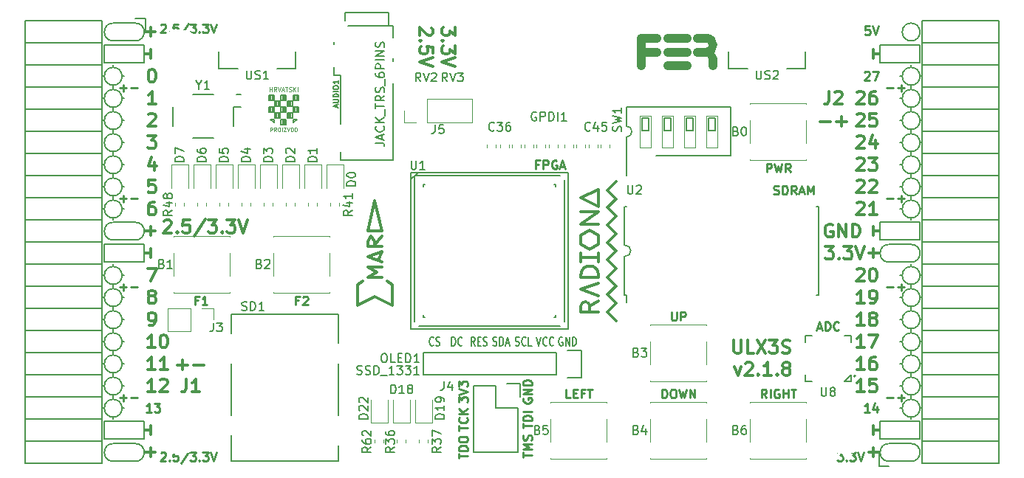
<source format=gto>
G04 #@! TF.GenerationSoftware,KiCad,Pcbnew,5.0.0+dfsg1-2*
G04 #@! TF.CreationDate,2018-09-15T16:16:01+02:00*
G04 #@! TF.ProjectId,ulx3s,756C7833732E6B696361645F70636200,rev?*
G04 #@! TF.SameCoordinates,Original*
G04 #@! TF.FileFunction,Legend,Top*
G04 #@! TF.FilePolarity,Positive*
%FSLAX46Y46*%
G04 Gerber Fmt 4.6, Leading zero omitted, Abs format (unit mm)*
G04 Created by KiCad (PCBNEW 5.0.0+dfsg1-2) date Sat Sep 15 16:16:01 2018*
%MOMM*%
%LPD*%
G01*
G04 APERTURE LIST*
%ADD10C,0.250000*%
%ADD11C,0.300000*%
%ADD12C,0.200000*%
%ADD13C,0.150000*%
%ADD14C,0.120000*%
%ADD15C,1.000000*%
%ADD16C,0.152400*%
%ADD17C,0.075000*%
%ADD18R,1.725000X1.725000*%
%ADD19O,0.400000X1.050000*%
%ADD20O,1.050000X0.400000*%
%ADD21R,1.050000X0.400000*%
%ADD22C,0.500000*%
%ADD23O,0.227000X0.608000*%
%ADD24O,0.608000X0.227000*%
%ADD25C,0.100000*%
%ADD26C,0.975000*%
%ADD27C,1.075000*%
%ADD28O,0.660000X1.200000*%
%ADD29R,0.660000X1.200000*%
%ADD30R,1.220000X2.540000*%
%ADD31R,1.900000X2.000000*%
%ADD32R,0.500000X1.450000*%
%ADD33R,2.000000X2.000000*%
%ADD34R,2.200000X1.700000*%
%ADD35R,2.900000X2.100000*%
%ADD36R,2.900000X2.300000*%
%ADD37R,2.900000X2.900000*%
%ADD38C,1.800000*%
%ADD39R,0.400000X2.000000*%
%ADD40C,2.100000*%
%ADD41R,0.800000X1.600000*%
%ADD42R,1.550000X1.000000*%
%ADD43R,1.550000X2.100000*%
%ADD44R,2.300000X1.900000*%
%ADD45R,1.827200X2.132000*%
%ADD46O,1.827200X2.132000*%
%ADD47O,1.827200X1.827200*%
%ADD48R,1.827200X1.827200*%
%ADD49C,5.600000*%
%ADD50R,1.800000X1.800000*%
%ADD51O,1.800000X1.800000*%
%ADD52R,1.395000X1.500000*%
%ADD53R,1.650000X1.400000*%
G04 APERTURE END LIST*
D10*
X116641666Y-93497571D02*
X116308333Y-93497571D01*
X116308333Y-94021380D02*
X116308333Y-93021380D01*
X116784523Y-93021380D01*
X117117857Y-93116619D02*
X117165476Y-93069000D01*
X117260714Y-93021380D01*
X117498809Y-93021380D01*
X117594047Y-93069000D01*
X117641666Y-93116619D01*
X117689285Y-93211857D01*
X117689285Y-93307095D01*
X117641666Y-93449952D01*
X117070238Y-94021380D01*
X117689285Y-94021380D01*
X105084666Y-93497571D02*
X104751333Y-93497571D01*
X104751333Y-94021380D02*
X104751333Y-93021380D01*
X105227523Y-93021380D01*
X106132285Y-94021380D02*
X105560857Y-94021380D01*
X105846571Y-94021380D02*
X105846571Y-93021380D01*
X105751333Y-93164238D01*
X105656095Y-93259476D01*
X105560857Y-93307095D01*
X170236666Y-104689380D02*
X169903333Y-104213190D01*
X169665238Y-104689380D02*
X169665238Y-103689380D01*
X170046190Y-103689380D01*
X170141428Y-103737000D01*
X170189047Y-103784619D01*
X170236666Y-103879857D01*
X170236666Y-104022714D01*
X170189047Y-104117952D01*
X170141428Y-104165571D01*
X170046190Y-104213190D01*
X169665238Y-104213190D01*
X170665238Y-104689380D02*
X170665238Y-103689380D01*
X171665238Y-103737000D02*
X171570000Y-103689380D01*
X171427142Y-103689380D01*
X171284285Y-103737000D01*
X171189047Y-103832238D01*
X171141428Y-103927476D01*
X171093809Y-104117952D01*
X171093809Y-104260809D01*
X171141428Y-104451285D01*
X171189047Y-104546523D01*
X171284285Y-104641761D01*
X171427142Y-104689380D01*
X171522380Y-104689380D01*
X171665238Y-104641761D01*
X171712857Y-104594142D01*
X171712857Y-104260809D01*
X171522380Y-104260809D01*
X172141428Y-104689380D02*
X172141428Y-103689380D01*
X172141428Y-104165571D02*
X172712857Y-104165571D01*
X172712857Y-104689380D02*
X172712857Y-103689380D01*
X173046190Y-103689380D02*
X173617619Y-103689380D01*
X173331904Y-104689380D02*
X173331904Y-103689380D01*
X159354285Y-94799380D02*
X159354285Y-95608904D01*
X159401904Y-95704142D01*
X159449523Y-95751761D01*
X159544761Y-95799380D01*
X159735238Y-95799380D01*
X159830476Y-95751761D01*
X159878095Y-95704142D01*
X159925714Y-95608904D01*
X159925714Y-94799380D01*
X160401904Y-95799380D02*
X160401904Y-94799380D01*
X160782857Y-94799380D01*
X160878095Y-94847000D01*
X160925714Y-94894619D01*
X160973333Y-94989857D01*
X160973333Y-95132714D01*
X160925714Y-95227952D01*
X160878095Y-95275571D01*
X160782857Y-95323190D01*
X160401904Y-95323190D01*
X158259047Y-104689380D02*
X158259047Y-103689380D01*
X158497142Y-103689380D01*
X158640000Y-103737000D01*
X158735238Y-103832238D01*
X158782857Y-103927476D01*
X158830476Y-104117952D01*
X158830476Y-104260809D01*
X158782857Y-104451285D01*
X158735238Y-104546523D01*
X158640000Y-104641761D01*
X158497142Y-104689380D01*
X158259047Y-104689380D01*
X159449523Y-103689380D02*
X159640000Y-103689380D01*
X159735238Y-103737000D01*
X159830476Y-103832238D01*
X159878095Y-104022714D01*
X159878095Y-104356047D01*
X159830476Y-104546523D01*
X159735238Y-104641761D01*
X159640000Y-104689380D01*
X159449523Y-104689380D01*
X159354285Y-104641761D01*
X159259047Y-104546523D01*
X159211428Y-104356047D01*
X159211428Y-104022714D01*
X159259047Y-103832238D01*
X159354285Y-103737000D01*
X159449523Y-103689380D01*
X160211428Y-103689380D02*
X160449523Y-104689380D01*
X160640000Y-103975095D01*
X160830476Y-104689380D01*
X161068571Y-103689380D01*
X161449523Y-104689380D02*
X161449523Y-103689380D01*
X162020952Y-104689380D01*
X162020952Y-103689380D01*
X147757619Y-104689380D02*
X147281428Y-104689380D01*
X147281428Y-103689380D01*
X148090952Y-104165571D02*
X148424285Y-104165571D01*
X148567142Y-104689380D02*
X148090952Y-104689380D01*
X148090952Y-103689380D01*
X148567142Y-103689380D01*
X149329047Y-104165571D02*
X148995714Y-104165571D01*
X148995714Y-104689380D02*
X148995714Y-103689380D01*
X149471904Y-103689380D01*
X149710000Y-103689380D02*
X150281428Y-103689380D01*
X149995714Y-104689380D02*
X149995714Y-103689380D01*
X170251666Y-78781380D02*
X170251666Y-77781380D01*
X170632619Y-77781380D01*
X170727857Y-77829000D01*
X170775476Y-77876619D01*
X170823095Y-77971857D01*
X170823095Y-78114714D01*
X170775476Y-78209952D01*
X170727857Y-78257571D01*
X170632619Y-78305190D01*
X170251666Y-78305190D01*
X171156428Y-77781380D02*
X171394523Y-78781380D01*
X171585000Y-78067095D01*
X171775476Y-78781380D01*
X172013571Y-77781380D01*
X172965952Y-78781380D02*
X172632619Y-78305190D01*
X172394523Y-78781380D02*
X172394523Y-77781380D01*
X172775476Y-77781380D01*
X172870714Y-77829000D01*
X172918333Y-77876619D01*
X172965952Y-77971857D01*
X172965952Y-78114714D01*
X172918333Y-78209952D01*
X172870714Y-78257571D01*
X172775476Y-78305190D01*
X172394523Y-78305190D01*
D11*
X134560428Y-62144714D02*
X134560428Y-63073285D01*
X133989000Y-62573285D01*
X133989000Y-62787571D01*
X133917571Y-62930428D01*
X133846142Y-63001857D01*
X133703285Y-63073285D01*
X133346142Y-63073285D01*
X133203285Y-63001857D01*
X133131857Y-62930428D01*
X133060428Y-62787571D01*
X133060428Y-62359000D01*
X133131857Y-62216142D01*
X133203285Y-62144714D01*
X133203285Y-63716142D02*
X133131857Y-63787571D01*
X133060428Y-63716142D01*
X133131857Y-63644714D01*
X133203285Y-63716142D01*
X133060428Y-63716142D01*
X134560428Y-64287571D02*
X134560428Y-65216142D01*
X133989000Y-64716142D01*
X133989000Y-64930428D01*
X133917571Y-65073285D01*
X133846142Y-65144714D01*
X133703285Y-65216142D01*
X133346142Y-65216142D01*
X133203285Y-65144714D01*
X133131857Y-65073285D01*
X133060428Y-64930428D01*
X133060428Y-64501857D01*
X133131857Y-64359000D01*
X133203285Y-64287571D01*
X134560428Y-65644714D02*
X133060428Y-66144714D01*
X134560428Y-66644714D01*
X131877571Y-62216142D02*
X131949000Y-62287571D01*
X132020428Y-62430428D01*
X132020428Y-62787571D01*
X131949000Y-62930428D01*
X131877571Y-63001857D01*
X131734714Y-63073285D01*
X131591857Y-63073285D01*
X131377571Y-63001857D01*
X130520428Y-62144714D01*
X130520428Y-63073285D01*
X130663285Y-63716142D02*
X130591857Y-63787571D01*
X130520428Y-63716142D01*
X130591857Y-63644714D01*
X130663285Y-63716142D01*
X130520428Y-63716142D01*
X132020428Y-65144714D02*
X132020428Y-64430428D01*
X131306142Y-64359000D01*
X131377571Y-64430428D01*
X131449000Y-64573285D01*
X131449000Y-64930428D01*
X131377571Y-65073285D01*
X131306142Y-65144714D01*
X131163285Y-65216142D01*
X130806142Y-65216142D01*
X130663285Y-65144714D01*
X130591857Y-65073285D01*
X130520428Y-64930428D01*
X130520428Y-64573285D01*
X130591857Y-64430428D01*
X130663285Y-64359000D01*
X132020428Y-65644714D02*
X130520428Y-66144714D01*
X132020428Y-66644714D01*
X102760000Y-100897142D02*
X103902857Y-100897142D01*
X103331428Y-101468571D02*
X103331428Y-100325714D01*
X104617142Y-100897142D02*
X105760000Y-100897142D01*
X166592714Y-101121571D02*
X166949857Y-102121571D01*
X167307000Y-101121571D01*
X167807000Y-100764428D02*
X167878428Y-100693000D01*
X168021285Y-100621571D01*
X168378428Y-100621571D01*
X168521285Y-100693000D01*
X168592714Y-100764428D01*
X168664142Y-100907285D01*
X168664142Y-101050142D01*
X168592714Y-101264428D01*
X167735571Y-102121571D01*
X168664142Y-102121571D01*
X169307000Y-101978714D02*
X169378428Y-102050142D01*
X169307000Y-102121571D01*
X169235571Y-102050142D01*
X169307000Y-101978714D01*
X169307000Y-102121571D01*
X170807000Y-102121571D02*
X169949857Y-102121571D01*
X170378428Y-102121571D02*
X170378428Y-100621571D01*
X170235571Y-100835857D01*
X170092714Y-100978714D01*
X169949857Y-101050142D01*
X171449857Y-101978714D02*
X171521285Y-102050142D01*
X171449857Y-102121571D01*
X171378428Y-102050142D01*
X171449857Y-101978714D01*
X171449857Y-102121571D01*
X172378428Y-101264428D02*
X172235571Y-101193000D01*
X172164142Y-101121571D01*
X172092714Y-100978714D01*
X172092714Y-100907285D01*
X172164142Y-100764428D01*
X172235571Y-100693000D01*
X172378428Y-100621571D01*
X172664142Y-100621571D01*
X172807000Y-100693000D01*
X172878428Y-100764428D01*
X172949857Y-100907285D01*
X172949857Y-100978714D01*
X172878428Y-101121571D01*
X172807000Y-101193000D01*
X172664142Y-101264428D01*
X172378428Y-101264428D01*
X172235571Y-101335857D01*
X172164142Y-101407285D01*
X172092714Y-101550142D01*
X172092714Y-101835857D01*
X172164142Y-101978714D01*
X172235571Y-102050142D01*
X172378428Y-102121571D01*
X172664142Y-102121571D01*
X172807000Y-102050142D01*
X172878428Y-101978714D01*
X172949857Y-101835857D01*
X172949857Y-101550142D01*
X172878428Y-101407285D01*
X172807000Y-101335857D01*
X172664142Y-101264428D01*
X182492000Y-87582000D02*
X182492000Y-88598000D01*
X181984000Y-88090000D02*
X183254000Y-88090000D01*
X182492000Y-110442000D02*
X182492000Y-111458000D01*
X183254000Y-110950000D02*
X181984000Y-110950000D01*
X99688000Y-110442000D02*
X99688000Y-111458000D01*
X98926000Y-110950000D02*
X100196000Y-110950000D01*
X99688000Y-62182000D02*
X99688000Y-63198000D01*
X98926000Y-62690000D02*
X100196000Y-62690000D01*
X99688000Y-85042000D02*
X99688000Y-86058000D01*
X98926000Y-85550000D02*
X100196000Y-85550000D01*
D12*
X97910000Y-63706000D02*
G75*
G03X97910000Y-61674000I0J1016000D01*
G01*
X184270000Y-109934000D02*
G75*
G03X184270000Y-111966000I0J-1016000D01*
G01*
X95370000Y-111966000D02*
X97910000Y-111966000D01*
X95370000Y-109934000D02*
X97910000Y-109934000D01*
X97910000Y-111966000D02*
G75*
G03X97910000Y-109934000I0J1016000D01*
G01*
X95370000Y-109934000D02*
G75*
G03X95370000Y-111966000I0J-1016000D01*
G01*
X95370000Y-61674000D02*
X97910000Y-61674000D01*
X95370000Y-63706000D02*
X97910000Y-63706000D01*
X95370000Y-61674000D02*
G75*
G03X95370000Y-63706000I0J-1016000D01*
G01*
X95370000Y-84534000D02*
X97910000Y-84534000D01*
X95370000Y-86566000D02*
X97910000Y-86566000D01*
X95370000Y-84534000D02*
G75*
G03X95370000Y-86566000I0J-1016000D01*
G01*
X97910000Y-86566000D02*
G75*
G03X97910000Y-84534000I0J1016000D01*
G01*
X187826000Y-62690000D02*
G75*
G03X187826000Y-62690000I-1016000J0D01*
G01*
X184270000Y-89106000D02*
X186810000Y-89106000D01*
X184270000Y-87074000D02*
X186810000Y-87074000D01*
X184270000Y-87074000D02*
G75*
G03X184270000Y-89106000I0J-1016000D01*
G01*
X186810000Y-89106000D02*
G75*
G03X186810000Y-87074000I0J1016000D01*
G01*
X186810000Y-111966000D02*
X184270000Y-111966000D01*
X186810000Y-109934000D02*
X184270000Y-109934000D01*
X186810000Y-111966000D02*
G75*
G03X186810000Y-109934000I0J1016000D01*
G01*
X94354000Y-66246000D02*
X94354000Y-64214000D01*
X98926000Y-66246000D02*
X94354000Y-66246000D01*
X98926000Y-64214000D02*
X98926000Y-66246000D01*
X94354000Y-64214000D02*
X98926000Y-64214000D01*
X94354000Y-87074000D02*
X98926000Y-87074000D01*
X94354000Y-89106000D02*
X94354000Y-87074000D01*
X98926000Y-89106000D02*
X94354000Y-89106000D01*
X98926000Y-87074000D02*
X98926000Y-89106000D01*
X94354000Y-109426000D02*
X98926000Y-109426000D01*
X94354000Y-107394000D02*
X94354000Y-109426000D01*
X98926000Y-107394000D02*
X94354000Y-107394000D01*
X98926000Y-109426000D02*
X98926000Y-107394000D01*
X183254000Y-109426000D02*
X187826000Y-109426000D01*
X183254000Y-107394000D02*
X183254000Y-109426000D01*
X187826000Y-107394000D02*
X187826000Y-109426000D01*
X183254000Y-107394000D02*
X187826000Y-107394000D01*
X183254000Y-66246000D02*
X187826000Y-66246000D01*
X183254000Y-64214000D02*
X183254000Y-66246000D01*
X187826000Y-64214000D02*
X183254000Y-64214000D01*
X187826000Y-66246000D02*
X187826000Y-64214000D01*
X183254000Y-84534000D02*
X187826000Y-84534000D01*
X183254000Y-86566000D02*
X183254000Y-84534000D01*
X187826000Y-86566000D02*
X183254000Y-86566000D01*
X187826000Y-84534000D02*
X187826000Y-86566000D01*
D10*
X96148000Y-69111428D02*
X96909904Y-69111428D01*
X96528952Y-69492380D02*
X96528952Y-68730476D01*
X97386095Y-69111428D02*
X98148000Y-69111428D01*
X96148000Y-81811428D02*
X96909904Y-81811428D01*
X96528952Y-82192380D02*
X96528952Y-81430476D01*
X97386095Y-81811428D02*
X98148000Y-81811428D01*
X96148000Y-91971428D02*
X96909904Y-91971428D01*
X96528952Y-92352380D02*
X96528952Y-91590476D01*
X97386095Y-91971428D02*
X98148000Y-91971428D01*
X96148000Y-104671428D02*
X96909904Y-104671428D01*
X96528952Y-105052380D02*
X96528952Y-104290476D01*
X97386095Y-104671428D02*
X98148000Y-104671428D01*
X184032000Y-104671428D02*
X184793904Y-104671428D01*
X185270095Y-104671428D02*
X186032000Y-104671428D01*
X185651047Y-105052380D02*
X185651047Y-104290476D01*
X184032000Y-91971428D02*
X184793904Y-91971428D01*
X185270095Y-91971428D02*
X186032000Y-91971428D01*
X185651047Y-92352380D02*
X185651047Y-91590476D01*
X184032000Y-81811428D02*
X184793904Y-81811428D01*
X185270095Y-81811428D02*
X186032000Y-81811428D01*
X185651047Y-82192380D02*
X185651047Y-81430476D01*
X184032000Y-69111428D02*
X184793904Y-69111428D01*
X185270095Y-69111428D02*
X186032000Y-69111428D01*
X185651047Y-69492380D02*
X185651047Y-68730476D01*
D11*
X176420000Y-72957142D02*
X177562857Y-72957142D01*
X178277142Y-72957142D02*
X179420000Y-72957142D01*
X178848571Y-73528571D02*
X178848571Y-72385714D01*
D12*
X187826000Y-67770000D02*
G75*
G03X187826000Y-67770000I-1016000J0D01*
G01*
X187826000Y-70310000D02*
G75*
G03X187826000Y-70310000I-1016000J0D01*
G01*
X187826000Y-72850000D02*
G75*
G03X187826000Y-72850000I-1016000J0D01*
G01*
X187826000Y-75390000D02*
G75*
G03X187826000Y-75390000I-1016000J0D01*
G01*
X187826000Y-77930000D02*
G75*
G03X187826000Y-77930000I-1016000J0D01*
G01*
X187826000Y-80470000D02*
G75*
G03X187826000Y-80470000I-1016000J0D01*
G01*
X187826000Y-83010000D02*
G75*
G03X187826000Y-83010000I-1016000J0D01*
G01*
X187826000Y-90630000D02*
G75*
G03X187826000Y-90630000I-1016000J0D01*
G01*
X187826000Y-93170000D02*
G75*
G03X187826000Y-93170000I-1016000J0D01*
G01*
X187826000Y-95710000D02*
G75*
G03X187826000Y-95710000I-1016000J0D01*
G01*
X187826000Y-98250000D02*
G75*
G03X187826000Y-98250000I-1016000J0D01*
G01*
X187826000Y-100790000D02*
G75*
G03X187826000Y-100790000I-1016000J0D01*
G01*
X187826000Y-103330000D02*
G75*
G03X187826000Y-103330000I-1016000J0D01*
G01*
X187826000Y-105870000D02*
G75*
G03X187826000Y-105870000I-1016000J0D01*
G01*
X96386000Y-105870000D02*
G75*
G03X96386000Y-105870000I-1016000J0D01*
G01*
X96386000Y-103330000D02*
G75*
G03X96386000Y-103330000I-1016000J0D01*
G01*
X96386000Y-100790000D02*
G75*
G03X96386000Y-100790000I-1016000J0D01*
G01*
X96386000Y-98250000D02*
G75*
G03X96386000Y-98250000I-1016000J0D01*
G01*
X96386000Y-95710000D02*
G75*
G03X96386000Y-95710000I-1016000J0D01*
G01*
X96386000Y-93170000D02*
G75*
G03X96386000Y-93170000I-1016000J0D01*
G01*
X96386000Y-90630000D02*
G75*
G03X96386000Y-90630000I-1016000J0D01*
G01*
X96386000Y-83010000D02*
G75*
G03X96386000Y-83010000I-1016000J0D01*
G01*
X96386000Y-80470000D02*
G75*
G03X96386000Y-80470000I-1016000J0D01*
G01*
X96386000Y-77930000D02*
G75*
G03X96386000Y-77930000I-1016000J0D01*
G01*
X96386000Y-75390000D02*
G75*
G03X96386000Y-75390000I-1016000J0D01*
G01*
X96386000Y-72850000D02*
G75*
G03X96386000Y-72850000I-1016000J0D01*
G01*
X96386000Y-70310000D02*
G75*
G03X96386000Y-70310000I-1016000J0D01*
G01*
X96386000Y-67770000D02*
G75*
G03X96386000Y-67770000I-1016000J0D01*
G01*
D11*
X177793142Y-84800000D02*
X177650285Y-84728571D01*
X177436000Y-84728571D01*
X177221714Y-84800000D01*
X177078857Y-84942857D01*
X177007428Y-85085714D01*
X176936000Y-85371428D01*
X176936000Y-85585714D01*
X177007428Y-85871428D01*
X177078857Y-86014285D01*
X177221714Y-86157142D01*
X177436000Y-86228571D01*
X177578857Y-86228571D01*
X177793142Y-86157142D01*
X177864571Y-86085714D01*
X177864571Y-85585714D01*
X177578857Y-85585714D01*
X178507428Y-86228571D02*
X178507428Y-84728571D01*
X179364571Y-86228571D01*
X179364571Y-84728571D01*
X180078857Y-86228571D02*
X180078857Y-84728571D01*
X180436000Y-84728571D01*
X180650285Y-84800000D01*
X180793142Y-84942857D01*
X180864571Y-85085714D01*
X180936000Y-85371428D01*
X180936000Y-85585714D01*
X180864571Y-85871428D01*
X180793142Y-86014285D01*
X180650285Y-86157142D01*
X180436000Y-86228571D01*
X180078857Y-86228571D01*
X182492000Y-86058000D02*
X182492000Y-85042000D01*
X183254000Y-85550000D02*
X182492000Y-85550000D01*
X182492000Y-107902000D02*
X182492000Y-108918000D01*
X182492000Y-108410000D02*
X183254000Y-108410000D01*
D10*
X182047523Y-106322380D02*
X181476095Y-106322380D01*
X181761809Y-106322380D02*
X181761809Y-105322380D01*
X181666571Y-105465238D01*
X181571333Y-105560476D01*
X181476095Y-105608095D01*
X182904666Y-105655714D02*
X182904666Y-106322380D01*
X182666571Y-105274761D02*
X182428476Y-105989047D01*
X183047523Y-105989047D01*
X181476095Y-67317619D02*
X181523714Y-67270000D01*
X181618952Y-67222380D01*
X181857047Y-67222380D01*
X181952285Y-67270000D01*
X181999904Y-67317619D01*
X182047523Y-67412857D01*
X182047523Y-67508095D01*
X181999904Y-67650952D01*
X181428476Y-68222380D01*
X182047523Y-68222380D01*
X182380857Y-67222380D02*
X183047523Y-67222380D01*
X182618952Y-68222380D01*
D11*
X182492000Y-64722000D02*
X182492000Y-65738000D01*
X182492000Y-65230000D02*
X183254000Y-65230000D01*
X99688000Y-107902000D02*
X99688000Y-108918000D01*
X98926000Y-108410000D02*
X99688000Y-108410000D01*
X99315000Y-74568571D02*
X100243571Y-74568571D01*
X99743571Y-75140000D01*
X99957857Y-75140000D01*
X100100714Y-75211428D01*
X100172142Y-75282857D01*
X100243571Y-75425714D01*
X100243571Y-75782857D01*
X100172142Y-75925714D01*
X100100714Y-75997142D01*
X99957857Y-76068571D01*
X99529285Y-76068571D01*
X99386428Y-75997142D01*
X99315000Y-75925714D01*
X100100714Y-77608571D02*
X100100714Y-78608571D01*
X99743571Y-77037142D02*
X99386428Y-78108571D01*
X100315000Y-78108571D01*
X100172142Y-79648571D02*
X99457857Y-79648571D01*
X99386428Y-80362857D01*
X99457857Y-80291428D01*
X99600714Y-80220000D01*
X99957857Y-80220000D01*
X100100714Y-80291428D01*
X100172142Y-80362857D01*
X100243571Y-80505714D01*
X100243571Y-80862857D01*
X100172142Y-81005714D01*
X100100714Y-81077142D01*
X99957857Y-81148571D01*
X99600714Y-81148571D01*
X99457857Y-81077142D01*
X99386428Y-81005714D01*
D10*
X99751523Y-106322380D02*
X99180095Y-106322380D01*
X99465809Y-106322380D02*
X99465809Y-105322380D01*
X99370571Y-105465238D01*
X99275333Y-105560476D01*
X99180095Y-105608095D01*
X100084857Y-105322380D02*
X100703904Y-105322380D01*
X100370571Y-105703333D01*
X100513428Y-105703333D01*
X100608666Y-105750952D01*
X100656285Y-105798571D01*
X100703904Y-105893809D01*
X100703904Y-106131904D01*
X100656285Y-106227142D01*
X100608666Y-106274761D01*
X100513428Y-106322380D01*
X100227714Y-106322380D01*
X100132476Y-106274761D01*
X100084857Y-106227142D01*
D11*
X99315000Y-89808571D02*
X100315000Y-89808571D01*
X99672142Y-91308571D01*
X99688000Y-87582000D02*
X99688000Y-88598000D01*
X98926000Y-88090000D02*
X99688000Y-88090000D01*
X99688000Y-64722000D02*
X99688000Y-65738000D01*
X98926000Y-65230000D02*
X99688000Y-65230000D01*
D10*
X100817976Y-61874619D02*
X100865595Y-61827000D01*
X100960833Y-61779380D01*
X101198928Y-61779380D01*
X101294166Y-61827000D01*
X101341785Y-61874619D01*
X101389404Y-61969857D01*
X101389404Y-62065095D01*
X101341785Y-62207952D01*
X100770357Y-62779380D01*
X101389404Y-62779380D01*
X101817976Y-62684142D02*
X101865595Y-62731761D01*
X101817976Y-62779380D01*
X101770357Y-62731761D01*
X101817976Y-62684142D01*
X101817976Y-62779380D01*
X102770357Y-61779380D02*
X102294166Y-61779380D01*
X102246547Y-62255571D01*
X102294166Y-62207952D01*
X102389404Y-62160333D01*
X102627500Y-62160333D01*
X102722738Y-62207952D01*
X102770357Y-62255571D01*
X102817976Y-62350809D01*
X102817976Y-62588904D01*
X102770357Y-62684142D01*
X102722738Y-62731761D01*
X102627500Y-62779380D01*
X102389404Y-62779380D01*
X102294166Y-62731761D01*
X102246547Y-62684142D01*
X103960833Y-61731761D02*
X103103690Y-63017476D01*
X104198928Y-61779380D02*
X104817976Y-61779380D01*
X104484642Y-62160333D01*
X104627500Y-62160333D01*
X104722738Y-62207952D01*
X104770357Y-62255571D01*
X104817976Y-62350809D01*
X104817976Y-62588904D01*
X104770357Y-62684142D01*
X104722738Y-62731761D01*
X104627500Y-62779380D01*
X104341785Y-62779380D01*
X104246547Y-62731761D01*
X104198928Y-62684142D01*
X105246547Y-62684142D02*
X105294166Y-62731761D01*
X105246547Y-62779380D01*
X105198928Y-62731761D01*
X105246547Y-62684142D01*
X105246547Y-62779380D01*
X105627500Y-61779380D02*
X106246547Y-61779380D01*
X105913214Y-62160333D01*
X106056071Y-62160333D01*
X106151309Y-62207952D01*
X106198928Y-62255571D01*
X106246547Y-62350809D01*
X106246547Y-62588904D01*
X106198928Y-62684142D01*
X106151309Y-62731761D01*
X106056071Y-62779380D01*
X105770357Y-62779380D01*
X105675119Y-62731761D01*
X105627500Y-62684142D01*
X106532261Y-61779380D02*
X106865595Y-62779380D01*
X107198928Y-61779380D01*
X178360261Y-110910380D02*
X178979309Y-110910380D01*
X178645976Y-111291333D01*
X178788833Y-111291333D01*
X178884071Y-111338952D01*
X178931690Y-111386571D01*
X178979309Y-111481809D01*
X178979309Y-111719904D01*
X178931690Y-111815142D01*
X178884071Y-111862761D01*
X178788833Y-111910380D01*
X178503119Y-111910380D01*
X178407880Y-111862761D01*
X178360261Y-111815142D01*
X179407880Y-111815142D02*
X179455500Y-111862761D01*
X179407880Y-111910380D01*
X179360261Y-111862761D01*
X179407880Y-111815142D01*
X179407880Y-111910380D01*
X179788833Y-110910380D02*
X180407880Y-110910380D01*
X180074547Y-111291333D01*
X180217404Y-111291333D01*
X180312642Y-111338952D01*
X180360261Y-111386571D01*
X180407880Y-111481809D01*
X180407880Y-111719904D01*
X180360261Y-111815142D01*
X180312642Y-111862761D01*
X180217404Y-111910380D01*
X179931690Y-111910380D01*
X179836452Y-111862761D01*
X179788833Y-111815142D01*
X180693595Y-110910380D02*
X181026928Y-111910380D01*
X181360261Y-110910380D01*
D11*
X101199714Y-84381428D02*
X101271142Y-84310000D01*
X101414000Y-84238571D01*
X101771142Y-84238571D01*
X101914000Y-84310000D01*
X101985428Y-84381428D01*
X102056857Y-84524285D01*
X102056857Y-84667142D01*
X101985428Y-84881428D01*
X101128285Y-85738571D01*
X102056857Y-85738571D01*
X102699714Y-85595714D02*
X102771142Y-85667142D01*
X102699714Y-85738571D01*
X102628285Y-85667142D01*
X102699714Y-85595714D01*
X102699714Y-85738571D01*
X104128285Y-84238571D02*
X103414000Y-84238571D01*
X103342571Y-84952857D01*
X103414000Y-84881428D01*
X103556857Y-84810000D01*
X103914000Y-84810000D01*
X104056857Y-84881428D01*
X104128285Y-84952857D01*
X104199714Y-85095714D01*
X104199714Y-85452857D01*
X104128285Y-85595714D01*
X104056857Y-85667142D01*
X103914000Y-85738571D01*
X103556857Y-85738571D01*
X103414000Y-85667142D01*
X103342571Y-85595714D01*
X105914000Y-84167142D02*
X104628285Y-86095714D01*
X106271142Y-84238571D02*
X107199714Y-84238571D01*
X106699714Y-84810000D01*
X106914000Y-84810000D01*
X107056857Y-84881428D01*
X107128285Y-84952857D01*
X107199714Y-85095714D01*
X107199714Y-85452857D01*
X107128285Y-85595714D01*
X107056857Y-85667142D01*
X106914000Y-85738571D01*
X106485428Y-85738571D01*
X106342571Y-85667142D01*
X106271142Y-85595714D01*
X107842571Y-85595714D02*
X107914000Y-85667142D01*
X107842571Y-85738571D01*
X107771142Y-85667142D01*
X107842571Y-85595714D01*
X107842571Y-85738571D01*
X108414000Y-84238571D02*
X109342571Y-84238571D01*
X108842571Y-84810000D01*
X109056857Y-84810000D01*
X109199714Y-84881428D01*
X109271142Y-84952857D01*
X109342571Y-85095714D01*
X109342571Y-85452857D01*
X109271142Y-85595714D01*
X109199714Y-85667142D01*
X109056857Y-85738571D01*
X108628285Y-85738571D01*
X108485428Y-85667142D01*
X108414000Y-85595714D01*
X109771142Y-84238571D02*
X110271142Y-85738571D01*
X110771142Y-84238571D01*
D10*
X100817976Y-111023619D02*
X100865595Y-110976000D01*
X100960833Y-110928380D01*
X101198928Y-110928380D01*
X101294166Y-110976000D01*
X101341785Y-111023619D01*
X101389404Y-111118857D01*
X101389404Y-111214095D01*
X101341785Y-111356952D01*
X100770357Y-111928380D01*
X101389404Y-111928380D01*
X101817976Y-111833142D02*
X101865595Y-111880761D01*
X101817976Y-111928380D01*
X101770357Y-111880761D01*
X101817976Y-111833142D01*
X101817976Y-111928380D01*
X102770357Y-110928380D02*
X102294166Y-110928380D01*
X102246547Y-111404571D01*
X102294166Y-111356952D01*
X102389404Y-111309333D01*
X102627500Y-111309333D01*
X102722738Y-111356952D01*
X102770357Y-111404571D01*
X102817976Y-111499809D01*
X102817976Y-111737904D01*
X102770357Y-111833142D01*
X102722738Y-111880761D01*
X102627500Y-111928380D01*
X102389404Y-111928380D01*
X102294166Y-111880761D01*
X102246547Y-111833142D01*
X103960833Y-110880761D02*
X103103690Y-112166476D01*
X104198928Y-110928380D02*
X104817976Y-110928380D01*
X104484642Y-111309333D01*
X104627500Y-111309333D01*
X104722738Y-111356952D01*
X104770357Y-111404571D01*
X104817976Y-111499809D01*
X104817976Y-111737904D01*
X104770357Y-111833142D01*
X104722738Y-111880761D01*
X104627500Y-111928380D01*
X104341785Y-111928380D01*
X104246547Y-111880761D01*
X104198928Y-111833142D01*
X105246547Y-111833142D02*
X105294166Y-111880761D01*
X105246547Y-111928380D01*
X105198928Y-111880761D01*
X105246547Y-111833142D01*
X105246547Y-111928380D01*
X105627500Y-110928380D02*
X106246547Y-110928380D01*
X105913214Y-111309333D01*
X106056071Y-111309333D01*
X106151309Y-111356952D01*
X106198928Y-111404571D01*
X106246547Y-111499809D01*
X106246547Y-111737904D01*
X106198928Y-111833142D01*
X106151309Y-111880761D01*
X106056071Y-111928380D01*
X105770357Y-111928380D01*
X105675119Y-111880761D01*
X105627500Y-111833142D01*
X106532261Y-110928380D02*
X106865595Y-111928380D01*
X107198928Y-110928380D01*
X182047523Y-62015380D02*
X181571333Y-62015380D01*
X181523714Y-62491571D01*
X181571333Y-62443952D01*
X181666571Y-62396333D01*
X181904666Y-62396333D01*
X181999904Y-62443952D01*
X182047523Y-62491571D01*
X182095142Y-62586809D01*
X182095142Y-62824904D01*
X182047523Y-62920142D01*
X181999904Y-62967761D01*
X181904666Y-63015380D01*
X181666571Y-63015380D01*
X181571333Y-62967761D01*
X181523714Y-62920142D01*
X182380857Y-62015380D02*
X182714190Y-63015380D01*
X183047523Y-62015380D01*
D11*
X180587142Y-69631428D02*
X180658571Y-69560000D01*
X180801428Y-69488571D01*
X181158571Y-69488571D01*
X181301428Y-69560000D01*
X181372857Y-69631428D01*
X181444285Y-69774285D01*
X181444285Y-69917142D01*
X181372857Y-70131428D01*
X180515714Y-70988571D01*
X181444285Y-70988571D01*
X182730000Y-69488571D02*
X182444285Y-69488571D01*
X182301428Y-69560000D01*
X182230000Y-69631428D01*
X182087142Y-69845714D01*
X182015714Y-70131428D01*
X182015714Y-70702857D01*
X182087142Y-70845714D01*
X182158571Y-70917142D01*
X182301428Y-70988571D01*
X182587142Y-70988571D01*
X182730000Y-70917142D01*
X182801428Y-70845714D01*
X182872857Y-70702857D01*
X182872857Y-70345714D01*
X182801428Y-70202857D01*
X182730000Y-70131428D01*
X182587142Y-70060000D01*
X182301428Y-70060000D01*
X182158571Y-70131428D01*
X182087142Y-70202857D01*
X182015714Y-70345714D01*
X180587142Y-72171428D02*
X180658571Y-72100000D01*
X180801428Y-72028571D01*
X181158571Y-72028571D01*
X181301428Y-72100000D01*
X181372857Y-72171428D01*
X181444285Y-72314285D01*
X181444285Y-72457142D01*
X181372857Y-72671428D01*
X180515714Y-73528571D01*
X181444285Y-73528571D01*
X182801428Y-72028571D02*
X182087142Y-72028571D01*
X182015714Y-72742857D01*
X182087142Y-72671428D01*
X182230000Y-72600000D01*
X182587142Y-72600000D01*
X182730000Y-72671428D01*
X182801428Y-72742857D01*
X182872857Y-72885714D01*
X182872857Y-73242857D01*
X182801428Y-73385714D01*
X182730000Y-73457142D01*
X182587142Y-73528571D01*
X182230000Y-73528571D01*
X182087142Y-73457142D01*
X182015714Y-73385714D01*
X180587142Y-74711428D02*
X180658571Y-74640000D01*
X180801428Y-74568571D01*
X181158571Y-74568571D01*
X181301428Y-74640000D01*
X181372857Y-74711428D01*
X181444285Y-74854285D01*
X181444285Y-74997142D01*
X181372857Y-75211428D01*
X180515714Y-76068571D01*
X181444285Y-76068571D01*
X182730000Y-75068571D02*
X182730000Y-76068571D01*
X182372857Y-74497142D02*
X182015714Y-75568571D01*
X182944285Y-75568571D01*
X180587142Y-77251428D02*
X180658571Y-77180000D01*
X180801428Y-77108571D01*
X181158571Y-77108571D01*
X181301428Y-77180000D01*
X181372857Y-77251428D01*
X181444285Y-77394285D01*
X181444285Y-77537142D01*
X181372857Y-77751428D01*
X180515714Y-78608571D01*
X181444285Y-78608571D01*
X181944285Y-77108571D02*
X182872857Y-77108571D01*
X182372857Y-77680000D01*
X182587142Y-77680000D01*
X182730000Y-77751428D01*
X182801428Y-77822857D01*
X182872857Y-77965714D01*
X182872857Y-78322857D01*
X182801428Y-78465714D01*
X182730000Y-78537142D01*
X182587142Y-78608571D01*
X182158571Y-78608571D01*
X182015714Y-78537142D01*
X181944285Y-78465714D01*
X180587142Y-79791428D02*
X180658571Y-79720000D01*
X180801428Y-79648571D01*
X181158571Y-79648571D01*
X181301428Y-79720000D01*
X181372857Y-79791428D01*
X181444285Y-79934285D01*
X181444285Y-80077142D01*
X181372857Y-80291428D01*
X180515714Y-81148571D01*
X181444285Y-81148571D01*
X182015714Y-79791428D02*
X182087142Y-79720000D01*
X182230000Y-79648571D01*
X182587142Y-79648571D01*
X182730000Y-79720000D01*
X182801428Y-79791428D01*
X182872857Y-79934285D01*
X182872857Y-80077142D01*
X182801428Y-80291428D01*
X181944285Y-81148571D01*
X182872857Y-81148571D01*
X180587142Y-82331428D02*
X180658571Y-82260000D01*
X180801428Y-82188571D01*
X181158571Y-82188571D01*
X181301428Y-82260000D01*
X181372857Y-82331428D01*
X181444285Y-82474285D01*
X181444285Y-82617142D01*
X181372857Y-82831428D01*
X180515714Y-83688571D01*
X181444285Y-83688571D01*
X182872857Y-83688571D02*
X182015714Y-83688571D01*
X182444285Y-83688571D02*
X182444285Y-82188571D01*
X182301428Y-82402857D01*
X182158571Y-82545714D01*
X182015714Y-82617142D01*
X176975714Y-87268571D02*
X177904285Y-87268571D01*
X177404285Y-87840000D01*
X177618571Y-87840000D01*
X177761428Y-87911428D01*
X177832857Y-87982857D01*
X177904285Y-88125714D01*
X177904285Y-88482857D01*
X177832857Y-88625714D01*
X177761428Y-88697142D01*
X177618571Y-88768571D01*
X177190000Y-88768571D01*
X177047142Y-88697142D01*
X176975714Y-88625714D01*
X178547142Y-88625714D02*
X178618571Y-88697142D01*
X178547142Y-88768571D01*
X178475714Y-88697142D01*
X178547142Y-88625714D01*
X178547142Y-88768571D01*
X179118571Y-87268571D02*
X180047142Y-87268571D01*
X179547142Y-87840000D01*
X179761428Y-87840000D01*
X179904285Y-87911428D01*
X179975714Y-87982857D01*
X180047142Y-88125714D01*
X180047142Y-88482857D01*
X179975714Y-88625714D01*
X179904285Y-88697142D01*
X179761428Y-88768571D01*
X179332857Y-88768571D01*
X179190000Y-88697142D01*
X179118571Y-88625714D01*
X180475714Y-87268571D02*
X180975714Y-88768571D01*
X181475714Y-87268571D01*
X180587142Y-89951428D02*
X180658571Y-89880000D01*
X180801428Y-89808571D01*
X181158571Y-89808571D01*
X181301428Y-89880000D01*
X181372857Y-89951428D01*
X181444285Y-90094285D01*
X181444285Y-90237142D01*
X181372857Y-90451428D01*
X180515714Y-91308571D01*
X181444285Y-91308571D01*
X182372857Y-89808571D02*
X182515714Y-89808571D01*
X182658571Y-89880000D01*
X182730000Y-89951428D01*
X182801428Y-90094285D01*
X182872857Y-90380000D01*
X182872857Y-90737142D01*
X182801428Y-91022857D01*
X182730000Y-91165714D01*
X182658571Y-91237142D01*
X182515714Y-91308571D01*
X182372857Y-91308571D01*
X182230000Y-91237142D01*
X182158571Y-91165714D01*
X182087142Y-91022857D01*
X182015714Y-90737142D01*
X182015714Y-90380000D01*
X182087142Y-90094285D01*
X182158571Y-89951428D01*
X182230000Y-89880000D01*
X182372857Y-89808571D01*
X181444285Y-93848571D02*
X180587142Y-93848571D01*
X181015714Y-93848571D02*
X181015714Y-92348571D01*
X180872857Y-92562857D01*
X180730000Y-92705714D01*
X180587142Y-92777142D01*
X182158571Y-93848571D02*
X182444285Y-93848571D01*
X182587142Y-93777142D01*
X182658571Y-93705714D01*
X182801428Y-93491428D01*
X182872857Y-93205714D01*
X182872857Y-92634285D01*
X182801428Y-92491428D01*
X182730000Y-92420000D01*
X182587142Y-92348571D01*
X182301428Y-92348571D01*
X182158571Y-92420000D01*
X182087142Y-92491428D01*
X182015714Y-92634285D01*
X182015714Y-92991428D01*
X182087142Y-93134285D01*
X182158571Y-93205714D01*
X182301428Y-93277142D01*
X182587142Y-93277142D01*
X182730000Y-93205714D01*
X182801428Y-93134285D01*
X182872857Y-92991428D01*
X181444285Y-96388571D02*
X180587142Y-96388571D01*
X181015714Y-96388571D02*
X181015714Y-94888571D01*
X180872857Y-95102857D01*
X180730000Y-95245714D01*
X180587142Y-95317142D01*
X182301428Y-95531428D02*
X182158571Y-95460000D01*
X182087142Y-95388571D01*
X182015714Y-95245714D01*
X182015714Y-95174285D01*
X182087142Y-95031428D01*
X182158571Y-94960000D01*
X182301428Y-94888571D01*
X182587142Y-94888571D01*
X182730000Y-94960000D01*
X182801428Y-95031428D01*
X182872857Y-95174285D01*
X182872857Y-95245714D01*
X182801428Y-95388571D01*
X182730000Y-95460000D01*
X182587142Y-95531428D01*
X182301428Y-95531428D01*
X182158571Y-95602857D01*
X182087142Y-95674285D01*
X182015714Y-95817142D01*
X182015714Y-96102857D01*
X182087142Y-96245714D01*
X182158571Y-96317142D01*
X182301428Y-96388571D01*
X182587142Y-96388571D01*
X182730000Y-96317142D01*
X182801428Y-96245714D01*
X182872857Y-96102857D01*
X182872857Y-95817142D01*
X182801428Y-95674285D01*
X182730000Y-95602857D01*
X182587142Y-95531428D01*
X181444285Y-98928571D02*
X180587142Y-98928571D01*
X181015714Y-98928571D02*
X181015714Y-97428571D01*
X180872857Y-97642857D01*
X180730000Y-97785714D01*
X180587142Y-97857142D01*
X181944285Y-97428571D02*
X182944285Y-97428571D01*
X182301428Y-98928571D01*
X181444285Y-101468571D02*
X180587142Y-101468571D01*
X181015714Y-101468571D02*
X181015714Y-99968571D01*
X180872857Y-100182857D01*
X180730000Y-100325714D01*
X180587142Y-100397142D01*
X182730000Y-99968571D02*
X182444285Y-99968571D01*
X182301428Y-100040000D01*
X182230000Y-100111428D01*
X182087142Y-100325714D01*
X182015714Y-100611428D01*
X182015714Y-101182857D01*
X182087142Y-101325714D01*
X182158571Y-101397142D01*
X182301428Y-101468571D01*
X182587142Y-101468571D01*
X182730000Y-101397142D01*
X182801428Y-101325714D01*
X182872857Y-101182857D01*
X182872857Y-100825714D01*
X182801428Y-100682857D01*
X182730000Y-100611428D01*
X182587142Y-100540000D01*
X182301428Y-100540000D01*
X182158571Y-100611428D01*
X182087142Y-100682857D01*
X182015714Y-100825714D01*
X181444285Y-104008571D02*
X180587142Y-104008571D01*
X181015714Y-104008571D02*
X181015714Y-102508571D01*
X180872857Y-102722857D01*
X180730000Y-102865714D01*
X180587142Y-102937142D01*
X182801428Y-102508571D02*
X182087142Y-102508571D01*
X182015714Y-103222857D01*
X182087142Y-103151428D01*
X182230000Y-103080000D01*
X182587142Y-103080000D01*
X182730000Y-103151428D01*
X182801428Y-103222857D01*
X182872857Y-103365714D01*
X182872857Y-103722857D01*
X182801428Y-103865714D01*
X182730000Y-103937142D01*
X182587142Y-104008571D01*
X182230000Y-104008571D01*
X182087142Y-103937142D01*
X182015714Y-103865714D01*
D12*
X186810000Y-66500000D02*
X186810000Y-66754000D01*
X187826000Y-67770000D02*
X188080000Y-67770000D01*
X185540000Y-67770000D02*
X185794000Y-67770000D01*
X186810000Y-69294000D02*
X186810000Y-68786000D01*
X187826000Y-70310000D02*
X188080000Y-70310000D01*
X185540000Y-70310000D02*
X185794000Y-70310000D01*
X186810000Y-71326000D02*
X186810000Y-71834000D01*
X187826000Y-72850000D02*
X188080000Y-72850000D01*
X185540000Y-72850000D02*
X185794000Y-72850000D01*
X186810000Y-73866000D02*
X186810000Y-74374000D01*
X187826000Y-75390000D02*
X188080000Y-75390000D01*
X185540000Y-75390000D02*
X185794000Y-75390000D01*
X186810000Y-76406000D02*
X186810000Y-76914000D01*
X187826000Y-77930000D02*
X188080000Y-77930000D01*
X185540000Y-77930000D02*
X185794000Y-77930000D01*
X186810000Y-79454000D02*
X186810000Y-78946000D01*
X187826000Y-80470000D02*
X188080000Y-80470000D01*
X185540000Y-80470000D02*
X185794000Y-80470000D01*
X186810000Y-81994000D02*
X186810000Y-81486000D01*
X187826000Y-83010000D02*
X188080000Y-83010000D01*
X185540000Y-83010000D02*
X185794000Y-83010000D01*
X186810000Y-84026000D02*
X186810000Y-84280000D01*
X186810000Y-89360000D02*
X186810000Y-89614000D01*
X187826000Y-90630000D02*
X188080000Y-90630000D01*
X185540000Y-90630000D02*
X185794000Y-90630000D01*
X186810000Y-91646000D02*
X186810000Y-92154000D01*
X187826000Y-93170000D02*
X188080000Y-93170000D01*
X185540000Y-93170000D02*
X185794000Y-93170000D01*
X186810000Y-94186000D02*
X186810000Y-94694000D01*
X187826000Y-95710000D02*
X188080000Y-95710000D01*
X185540000Y-95710000D02*
X185794000Y-95710000D01*
X186810000Y-97234000D02*
X186810000Y-96726000D01*
X187826000Y-98250000D02*
X188080000Y-98250000D01*
X185540000Y-98250000D02*
X185794000Y-98250000D01*
X187826000Y-100790000D02*
X188080000Y-100790000D01*
X185540000Y-100790000D02*
X185794000Y-100790000D01*
X186810000Y-99266000D02*
X186810000Y-99774000D01*
X186810000Y-102314000D02*
X186810000Y-101806000D01*
X187826000Y-103330000D02*
X188080000Y-103330000D01*
X185540000Y-103330000D02*
X185794000Y-103330000D01*
X186810000Y-104346000D02*
X186810000Y-104854000D01*
X185540000Y-105870000D02*
X185794000Y-105870000D01*
X187826000Y-105870000D02*
X188080000Y-105870000D01*
X186810000Y-106886000D02*
X186810000Y-107140000D01*
X95370000Y-66754000D02*
X95370000Y-66500000D01*
X96386000Y-67770000D02*
X96640000Y-67770000D01*
X94100000Y-67770000D02*
X94354000Y-67770000D01*
X95370000Y-68786000D02*
X95370000Y-69294000D01*
X96386000Y-70310000D02*
X96640000Y-70310000D01*
X94100000Y-70310000D02*
X94354000Y-70310000D01*
X95370000Y-71326000D02*
X95370000Y-71834000D01*
X96386000Y-72850000D02*
X96640000Y-72850000D01*
X94100000Y-72850000D02*
X94354000Y-72850000D01*
X95370000Y-73866000D02*
X95370000Y-74374000D01*
X96386000Y-75390000D02*
X96640000Y-75390000D01*
X95370000Y-76406000D02*
X95370000Y-76914000D01*
X96386000Y-77930000D02*
X96640000Y-77930000D01*
X94100000Y-77930000D02*
X94354000Y-77930000D01*
X95370000Y-79454000D02*
X95370000Y-78946000D01*
X96386000Y-80470000D02*
X96640000Y-80470000D01*
X94100000Y-80470000D02*
X94354000Y-80470000D01*
X95370000Y-81486000D02*
X95370000Y-81994000D01*
X96386000Y-83010000D02*
X96640000Y-83010000D01*
X95370000Y-84026000D02*
X95370000Y-84280000D01*
X94100000Y-83010000D02*
X94354000Y-83010000D01*
X95370000Y-106886000D02*
X95370000Y-107140000D01*
X95370000Y-89360000D02*
X95370000Y-89614000D01*
X96386000Y-93170000D02*
X96640000Y-93170000D01*
X94100000Y-93170000D02*
X94354000Y-93170000D01*
X95370000Y-94186000D02*
X95370000Y-94694000D01*
X94100000Y-90630000D02*
X94354000Y-90630000D01*
X96386000Y-90630000D02*
X96640000Y-90630000D01*
X95370000Y-92154000D02*
X95370000Y-91646000D01*
X96386000Y-95710000D02*
X96640000Y-95710000D01*
X94100000Y-95710000D02*
X94354000Y-95710000D01*
X96386000Y-98250000D02*
X96640000Y-98250000D01*
X94354000Y-98250000D02*
X94100000Y-98250000D01*
X95370000Y-96726000D02*
X95370000Y-97234000D01*
X95370000Y-99266000D02*
X95370000Y-99774000D01*
X94100000Y-100790000D02*
X94354000Y-100790000D01*
X96386000Y-100790000D02*
X96640000Y-100790000D01*
X94100000Y-103330000D02*
X94354000Y-103330000D01*
X96386000Y-103330000D02*
X96640000Y-103330000D01*
X95370000Y-101806000D02*
X95370000Y-102314000D01*
X95370000Y-104346000D02*
X95370000Y-104854000D01*
X96386000Y-105870000D02*
X96640000Y-105870000D01*
X94100000Y-105870000D02*
X94354000Y-105870000D01*
D11*
X100164285Y-104008571D02*
X99307142Y-104008571D01*
X99735714Y-104008571D02*
X99735714Y-102508571D01*
X99592857Y-102722857D01*
X99450000Y-102865714D01*
X99307142Y-102937142D01*
X100735714Y-102651428D02*
X100807142Y-102580000D01*
X100950000Y-102508571D01*
X101307142Y-102508571D01*
X101450000Y-102580000D01*
X101521428Y-102651428D01*
X101592857Y-102794285D01*
X101592857Y-102937142D01*
X101521428Y-103151428D01*
X100664285Y-104008571D01*
X101592857Y-104008571D01*
X100164285Y-101468571D02*
X99307142Y-101468571D01*
X99735714Y-101468571D02*
X99735714Y-99968571D01*
X99592857Y-100182857D01*
X99450000Y-100325714D01*
X99307142Y-100397142D01*
X101592857Y-101468571D02*
X100735714Y-101468571D01*
X101164285Y-101468571D02*
X101164285Y-99968571D01*
X101021428Y-100182857D01*
X100878571Y-100325714D01*
X100735714Y-100397142D01*
X100164285Y-98928571D02*
X99307142Y-98928571D01*
X99735714Y-98928571D02*
X99735714Y-97428571D01*
X99592857Y-97642857D01*
X99450000Y-97785714D01*
X99307142Y-97857142D01*
X101092857Y-97428571D02*
X101235714Y-97428571D01*
X101378571Y-97500000D01*
X101450000Y-97571428D01*
X101521428Y-97714285D01*
X101592857Y-98000000D01*
X101592857Y-98357142D01*
X101521428Y-98642857D01*
X101450000Y-98785714D01*
X101378571Y-98857142D01*
X101235714Y-98928571D01*
X101092857Y-98928571D01*
X100950000Y-98857142D01*
X100878571Y-98785714D01*
X100807142Y-98642857D01*
X100735714Y-98357142D01*
X100735714Y-98000000D01*
X100807142Y-97714285D01*
X100878571Y-97571428D01*
X100950000Y-97500000D01*
X101092857Y-97428571D01*
X99529285Y-96388571D02*
X99815000Y-96388571D01*
X99957857Y-96317142D01*
X100029285Y-96245714D01*
X100172142Y-96031428D01*
X100243571Y-95745714D01*
X100243571Y-95174285D01*
X100172142Y-95031428D01*
X100100714Y-94960000D01*
X99957857Y-94888571D01*
X99672142Y-94888571D01*
X99529285Y-94960000D01*
X99457857Y-95031428D01*
X99386428Y-95174285D01*
X99386428Y-95531428D01*
X99457857Y-95674285D01*
X99529285Y-95745714D01*
X99672142Y-95817142D01*
X99957857Y-95817142D01*
X100100714Y-95745714D01*
X100172142Y-95674285D01*
X100243571Y-95531428D01*
X99672142Y-92991428D02*
X99529285Y-92920000D01*
X99457857Y-92848571D01*
X99386428Y-92705714D01*
X99386428Y-92634285D01*
X99457857Y-92491428D01*
X99529285Y-92420000D01*
X99672142Y-92348571D01*
X99957857Y-92348571D01*
X100100714Y-92420000D01*
X100172142Y-92491428D01*
X100243571Y-92634285D01*
X100243571Y-92705714D01*
X100172142Y-92848571D01*
X100100714Y-92920000D01*
X99957857Y-92991428D01*
X99672142Y-92991428D01*
X99529285Y-93062857D01*
X99457857Y-93134285D01*
X99386428Y-93277142D01*
X99386428Y-93562857D01*
X99457857Y-93705714D01*
X99529285Y-93777142D01*
X99672142Y-93848571D01*
X99957857Y-93848571D01*
X100100714Y-93777142D01*
X100172142Y-93705714D01*
X100243571Y-93562857D01*
X100243571Y-93277142D01*
X100172142Y-93134285D01*
X100100714Y-93062857D01*
X99957857Y-92991428D01*
X100100714Y-82188571D02*
X99815000Y-82188571D01*
X99672142Y-82260000D01*
X99600714Y-82331428D01*
X99457857Y-82545714D01*
X99386428Y-82831428D01*
X99386428Y-83402857D01*
X99457857Y-83545714D01*
X99529285Y-83617142D01*
X99672142Y-83688571D01*
X99957857Y-83688571D01*
X100100714Y-83617142D01*
X100172142Y-83545714D01*
X100243571Y-83402857D01*
X100243571Y-83045714D01*
X100172142Y-82902857D01*
X100100714Y-82831428D01*
X99957857Y-82760000D01*
X99672142Y-82760000D01*
X99529285Y-82831428D01*
X99457857Y-82902857D01*
X99386428Y-83045714D01*
X99386428Y-72171428D02*
X99457857Y-72100000D01*
X99600714Y-72028571D01*
X99957857Y-72028571D01*
X100100714Y-72100000D01*
X100172142Y-72171428D01*
X100243571Y-72314285D01*
X100243571Y-72457142D01*
X100172142Y-72671428D01*
X99315000Y-73528571D01*
X100243571Y-73528571D01*
X100243571Y-70988571D02*
X99386428Y-70988571D01*
X99815000Y-70988571D02*
X99815000Y-69488571D01*
X99672142Y-69702857D01*
X99529285Y-69845714D01*
X99386428Y-69917142D01*
X99743571Y-66948571D02*
X99886428Y-66948571D01*
X100029285Y-67020000D01*
X100100714Y-67091428D01*
X100172142Y-67234285D01*
X100243571Y-67520000D01*
X100243571Y-67877142D01*
X100172142Y-68162857D01*
X100100714Y-68305714D01*
X100029285Y-68377142D01*
X99886428Y-68448571D01*
X99743571Y-68448571D01*
X99600714Y-68377142D01*
X99529285Y-68305714D01*
X99457857Y-68162857D01*
X99386428Y-67877142D01*
X99386428Y-67520000D01*
X99457857Y-67234285D01*
X99529285Y-67091428D01*
X99600714Y-67020000D01*
X99743571Y-66948571D01*
X166501428Y-98081571D02*
X166501428Y-99295857D01*
X166572857Y-99438714D01*
X166644285Y-99510142D01*
X166787142Y-99581571D01*
X167072857Y-99581571D01*
X167215714Y-99510142D01*
X167287142Y-99438714D01*
X167358571Y-99295857D01*
X167358571Y-98081571D01*
X168787142Y-99581571D02*
X168072857Y-99581571D01*
X168072857Y-98081571D01*
X169144285Y-98081571D02*
X170144285Y-99581571D01*
X170144285Y-98081571D02*
X169144285Y-99581571D01*
X170572857Y-98081571D02*
X171501428Y-98081571D01*
X171001428Y-98653000D01*
X171215714Y-98653000D01*
X171358571Y-98724428D01*
X171430000Y-98795857D01*
X171501428Y-98938714D01*
X171501428Y-99295857D01*
X171430000Y-99438714D01*
X171358571Y-99510142D01*
X171215714Y-99581571D01*
X170787142Y-99581571D01*
X170644285Y-99510142D01*
X170572857Y-99438714D01*
X172072857Y-99510142D02*
X172287142Y-99581571D01*
X172644285Y-99581571D01*
X172787142Y-99510142D01*
X172858571Y-99438714D01*
X172930000Y-99295857D01*
X172930000Y-99153000D01*
X172858571Y-99010142D01*
X172787142Y-98938714D01*
X172644285Y-98867285D01*
X172358571Y-98795857D01*
X172215714Y-98724428D01*
X172144285Y-98653000D01*
X172072857Y-98510142D01*
X172072857Y-98367285D01*
X172144285Y-98224428D01*
X172215714Y-98153000D01*
X172358571Y-98081571D01*
X172715714Y-98081571D01*
X172930000Y-98153000D01*
D10*
X144137285Y-77876571D02*
X143803952Y-77876571D01*
X143803952Y-78400380D02*
X143803952Y-77400380D01*
X144280142Y-77400380D01*
X144661095Y-78400380D02*
X144661095Y-77400380D01*
X145042047Y-77400380D01*
X145137285Y-77448000D01*
X145184904Y-77495619D01*
X145232523Y-77590857D01*
X145232523Y-77733714D01*
X145184904Y-77828952D01*
X145137285Y-77876571D01*
X145042047Y-77924190D01*
X144661095Y-77924190D01*
X146184904Y-77448000D02*
X146089666Y-77400380D01*
X145946809Y-77400380D01*
X145803952Y-77448000D01*
X145708714Y-77543238D01*
X145661095Y-77638476D01*
X145613476Y-77828952D01*
X145613476Y-77971809D01*
X145661095Y-78162285D01*
X145708714Y-78257523D01*
X145803952Y-78352761D01*
X145946809Y-78400380D01*
X146042047Y-78400380D01*
X146184904Y-78352761D01*
X146232523Y-78305142D01*
X146232523Y-77971809D01*
X146042047Y-77971809D01*
X146613476Y-78114666D02*
X147089666Y-78114666D01*
X146518238Y-78400380D02*
X146851571Y-77400380D01*
X147184904Y-78400380D01*
X171077285Y-81273761D02*
X171220142Y-81321380D01*
X171458238Y-81321380D01*
X171553476Y-81273761D01*
X171601095Y-81226142D01*
X171648714Y-81130904D01*
X171648714Y-81035666D01*
X171601095Y-80940428D01*
X171553476Y-80892809D01*
X171458238Y-80845190D01*
X171267761Y-80797571D01*
X171172523Y-80749952D01*
X171124904Y-80702333D01*
X171077285Y-80607095D01*
X171077285Y-80511857D01*
X171124904Y-80416619D01*
X171172523Y-80369000D01*
X171267761Y-80321380D01*
X171505857Y-80321380D01*
X171648714Y-80369000D01*
X172077285Y-81321380D02*
X172077285Y-80321380D01*
X172315380Y-80321380D01*
X172458238Y-80369000D01*
X172553476Y-80464238D01*
X172601095Y-80559476D01*
X172648714Y-80749952D01*
X172648714Y-80892809D01*
X172601095Y-81083285D01*
X172553476Y-81178523D01*
X172458238Y-81273761D01*
X172315380Y-81321380D01*
X172077285Y-81321380D01*
X173648714Y-81321380D02*
X173315380Y-80845190D01*
X173077285Y-81321380D02*
X173077285Y-80321380D01*
X173458238Y-80321380D01*
X173553476Y-80369000D01*
X173601095Y-80416619D01*
X173648714Y-80511857D01*
X173648714Y-80654714D01*
X173601095Y-80749952D01*
X173553476Y-80797571D01*
X173458238Y-80845190D01*
X173077285Y-80845190D01*
X174029666Y-81035666D02*
X174505857Y-81035666D01*
X173934428Y-81321380D02*
X174267761Y-80321380D01*
X174601095Y-81321380D01*
X174934428Y-81321380D02*
X174934428Y-80321380D01*
X175267761Y-81035666D01*
X175601095Y-80321380D01*
X175601095Y-81321380D01*
X176061904Y-96656666D02*
X176538095Y-96656666D01*
X175966666Y-96942380D02*
X176300000Y-95942380D01*
X176633333Y-96942380D01*
X176966666Y-96942380D02*
X176966666Y-95942380D01*
X177204761Y-95942380D01*
X177347619Y-95990000D01*
X177442857Y-96085238D01*
X177490476Y-96180476D01*
X177538095Y-96370952D01*
X177538095Y-96513809D01*
X177490476Y-96704285D01*
X177442857Y-96799523D01*
X177347619Y-96894761D01*
X177204761Y-96942380D01*
X176966666Y-96942380D01*
X178538095Y-96847142D02*
X178490476Y-96894761D01*
X178347619Y-96942380D01*
X178252380Y-96942380D01*
X178109523Y-96894761D01*
X178014285Y-96799523D01*
X177966666Y-96704285D01*
X177919047Y-96513809D01*
X177919047Y-96370952D01*
X177966666Y-96180476D01*
X178014285Y-96085238D01*
X178109523Y-95990000D01*
X178252380Y-95942380D01*
X178347619Y-95942380D01*
X178490476Y-95990000D01*
X178538095Y-96037619D01*
X142335380Y-111521333D02*
X142335380Y-110949904D01*
X143335380Y-111235619D02*
X142335380Y-111235619D01*
X143335380Y-110616571D02*
X142335380Y-110616571D01*
X143049666Y-110283238D01*
X142335380Y-109949904D01*
X143335380Y-109949904D01*
X143287761Y-109521333D02*
X143335380Y-109378476D01*
X143335380Y-109140380D01*
X143287761Y-109045142D01*
X143240142Y-108997523D01*
X143144904Y-108949904D01*
X143049666Y-108949904D01*
X142954428Y-108997523D01*
X142906809Y-109045142D01*
X142859190Y-109140380D01*
X142811571Y-109330857D01*
X142763952Y-109426095D01*
X142716333Y-109473714D01*
X142621095Y-109521333D01*
X142525857Y-109521333D01*
X142430619Y-109473714D01*
X142383000Y-109426095D01*
X142335380Y-109330857D01*
X142335380Y-109092761D01*
X142383000Y-108949904D01*
X142335380Y-108163809D02*
X142335380Y-107592380D01*
X143335380Y-107878095D02*
X142335380Y-107878095D01*
X143335380Y-107259047D02*
X142335380Y-107259047D01*
X142335380Y-107020952D01*
X142383000Y-106878095D01*
X142478238Y-106782857D01*
X142573476Y-106735238D01*
X142763952Y-106687619D01*
X142906809Y-106687619D01*
X143097285Y-106735238D01*
X143192523Y-106782857D01*
X143287761Y-106878095D01*
X143335380Y-107020952D01*
X143335380Y-107259047D01*
X143335380Y-106259047D02*
X142335380Y-106259047D01*
X142383000Y-104726904D02*
X142335380Y-104822142D01*
X142335380Y-104965000D01*
X142383000Y-105107857D01*
X142478238Y-105203095D01*
X142573476Y-105250714D01*
X142763952Y-105298333D01*
X142906809Y-105298333D01*
X143097285Y-105250714D01*
X143192523Y-105203095D01*
X143287761Y-105107857D01*
X143335380Y-104965000D01*
X143335380Y-104869761D01*
X143287761Y-104726904D01*
X143240142Y-104679285D01*
X142906809Y-104679285D01*
X142906809Y-104869761D01*
X143335380Y-104250714D02*
X142335380Y-104250714D01*
X143335380Y-103679285D01*
X142335380Y-103679285D01*
X143335380Y-103203095D02*
X142335380Y-103203095D01*
X142335380Y-102965000D01*
X142383000Y-102822142D01*
X142478238Y-102726904D01*
X142573476Y-102679285D01*
X142763952Y-102631666D01*
X142906809Y-102631666D01*
X143097285Y-102679285D01*
X143192523Y-102726904D01*
X143287761Y-102822142D01*
X143335380Y-102965000D01*
X143335380Y-103203095D01*
X134969380Y-111624523D02*
X134969380Y-111053095D01*
X135969380Y-111338809D02*
X134969380Y-111338809D01*
X135969380Y-110719761D02*
X134969380Y-110719761D01*
X134969380Y-110481666D01*
X135017000Y-110338809D01*
X135112238Y-110243571D01*
X135207476Y-110195952D01*
X135397952Y-110148333D01*
X135540809Y-110148333D01*
X135731285Y-110195952D01*
X135826523Y-110243571D01*
X135921761Y-110338809D01*
X135969380Y-110481666D01*
X135969380Y-110719761D01*
X134969380Y-109529285D02*
X134969380Y-109338809D01*
X135017000Y-109243571D01*
X135112238Y-109148333D01*
X135302714Y-109100714D01*
X135636047Y-109100714D01*
X135826523Y-109148333D01*
X135921761Y-109243571D01*
X135969380Y-109338809D01*
X135969380Y-109529285D01*
X135921761Y-109624523D01*
X135826523Y-109719761D01*
X135636047Y-109767380D01*
X135302714Y-109767380D01*
X135112238Y-109719761D01*
X135017000Y-109624523D01*
X134969380Y-109529285D01*
X134969380Y-108425714D02*
X134969380Y-107854285D01*
X135969380Y-108140000D02*
X134969380Y-108140000D01*
X135874142Y-106949523D02*
X135921761Y-106997142D01*
X135969380Y-107140000D01*
X135969380Y-107235238D01*
X135921761Y-107378095D01*
X135826523Y-107473333D01*
X135731285Y-107520952D01*
X135540809Y-107568571D01*
X135397952Y-107568571D01*
X135207476Y-107520952D01*
X135112238Y-107473333D01*
X135017000Y-107378095D01*
X134969380Y-107235238D01*
X134969380Y-107140000D01*
X135017000Y-106997142D01*
X135064619Y-106949523D01*
X135969380Y-106520952D02*
X134969380Y-106520952D01*
X135969380Y-105949523D02*
X135397952Y-106378095D01*
X134969380Y-105949523D02*
X135540809Y-106520952D01*
X134969380Y-105203095D02*
X134969380Y-104584047D01*
X135350333Y-104917380D01*
X135350333Y-104774523D01*
X135397952Y-104679285D01*
X135445571Y-104631666D01*
X135540809Y-104584047D01*
X135778904Y-104584047D01*
X135874142Y-104631666D01*
X135921761Y-104679285D01*
X135969380Y-104774523D01*
X135969380Y-105060238D01*
X135921761Y-105155476D01*
X135874142Y-105203095D01*
X134969380Y-104298333D02*
X135969380Y-103965000D01*
X134969380Y-103631666D01*
X134969380Y-103393571D02*
X134969380Y-102774523D01*
X135350333Y-103107857D01*
X135350333Y-102965000D01*
X135397952Y-102869761D01*
X135445571Y-102822142D01*
X135540809Y-102774523D01*
X135778904Y-102774523D01*
X135874142Y-102822142D01*
X135921761Y-102869761D01*
X135969380Y-102965000D01*
X135969380Y-103250714D01*
X135921761Y-103345952D01*
X135874142Y-103393571D01*
D13*
G04 #@! TO.C,U8*
X179910000Y-102030000D02*
X179160000Y-102780000D01*
X174660000Y-102780000D02*
X175410000Y-102780000D01*
X174660000Y-97530000D02*
X175410000Y-97530000D01*
X179910000Y-97530000D02*
X179160000Y-97530000D01*
X179910000Y-102780000D02*
X179910000Y-102030000D01*
X174660000Y-97530000D02*
X174660000Y-98280000D01*
X179910000Y-97530000D02*
X179910000Y-98280000D01*
X174660000Y-102780000D02*
X174660000Y-102030000D01*
X179910000Y-102780000D02*
X179160000Y-102780000D01*
X180434600Y-102187000D02*
G75*
G03X180434600Y-102187000I-101600J0D01*
G01*
G04 #@! TO.C,U1*
X129880000Y-79200000D02*
X146580000Y-79200000D01*
X147080000Y-79700000D02*
X147080000Y-95900000D01*
X146580000Y-96400000D02*
X130380000Y-96400000D01*
X129880000Y-95900000D02*
X129880000Y-79200000D01*
X129480000Y-78800000D02*
X147480000Y-78800000D01*
X147480000Y-78800000D02*
X147480000Y-96800000D01*
X147480000Y-96800000D02*
X129480000Y-96800000D01*
X129480000Y-96800000D02*
X129480000Y-78800000D01*
X130280000Y-78800000D02*
X129480000Y-79600000D01*
X130880000Y-95200000D02*
X130880000Y-95400000D01*
X130880000Y-95400000D02*
X131080000Y-95400000D01*
X145880000Y-95400000D02*
X146080000Y-95400000D01*
X146080000Y-95400000D02*
X146080000Y-95200000D01*
X145880000Y-80200000D02*
X146080000Y-80200000D01*
X146080000Y-80200000D02*
X146080000Y-80400000D01*
X130880000Y-80400000D02*
X130880000Y-80200000D01*
X130880000Y-80200000D02*
X131080000Y-80200000D01*
D14*
G04 #@! TO.C,C37*
X152268000Y-75933779D02*
X152268000Y-75608221D01*
X151248000Y-75933779D02*
X151248000Y-75608221D01*
G04 #@! TO.C,C36*
X150871000Y-75933779D02*
X150871000Y-75608221D01*
X149851000Y-75933779D02*
X149851000Y-75608221D01*
G04 #@! TO.C,C41*
X149474000Y-75933779D02*
X149474000Y-75608221D01*
X148454000Y-75933779D02*
X148454000Y-75608221D01*
G04 #@! TO.C,C45*
X148077000Y-75921779D02*
X148077000Y-75596221D01*
X147057000Y-75921779D02*
X147057000Y-75596221D01*
G04 #@! TO.C,C40*
X146299000Y-75933779D02*
X146299000Y-75608221D01*
X145279000Y-75933779D02*
X145279000Y-75608221D01*
G04 #@! TO.C,C44*
X144902000Y-75933779D02*
X144902000Y-75608221D01*
X143882000Y-75933779D02*
X143882000Y-75608221D01*
G04 #@! TO.C,C39*
X143505000Y-75933779D02*
X143505000Y-75608221D01*
X142485000Y-75933779D02*
X142485000Y-75608221D01*
G04 #@! TO.C,C43*
X142108000Y-75933779D02*
X142108000Y-75608221D01*
X141088000Y-75933779D02*
X141088000Y-75608221D01*
G04 #@! TO.C,C38*
X140711000Y-75933779D02*
X140711000Y-75608221D01*
X139691000Y-75933779D02*
X139691000Y-75608221D01*
G04 #@! TO.C,C42*
X139252800Y-75926379D02*
X139252800Y-75600821D01*
X138232800Y-75926379D02*
X138232800Y-75600821D01*
G04 #@! TO.C,R37*
X131440000Y-109842779D02*
X131440000Y-109517221D01*
X130420000Y-109842779D02*
X130420000Y-109517221D01*
G04 #@! TO.C,R36*
X127880000Y-109517221D02*
X127880000Y-109842779D01*
X128900000Y-109517221D02*
X128900000Y-109842779D01*
G04 #@! TO.C,R62*
X125340000Y-109517221D02*
X125340000Y-109842779D01*
X126360000Y-109517221D02*
X126360000Y-109842779D01*
G04 #@! TO.C,D19*
X131890000Y-107555000D02*
X131890000Y-104870000D01*
X129970000Y-107555000D02*
X131890000Y-107555000D01*
X129970000Y-104870000D02*
X129970000Y-107555000D01*
G04 #@! TO.C,D18*
X129350000Y-107555000D02*
X129350000Y-104870000D01*
X127430000Y-107555000D02*
X129350000Y-107555000D01*
X127430000Y-104870000D02*
X127430000Y-107555000D01*
G04 #@! TO.C,D22*
X126810000Y-107555000D02*
X126810000Y-104870000D01*
X124890000Y-107555000D02*
X126810000Y-107555000D01*
X124890000Y-104870000D02*
X124890000Y-107555000D01*
G04 #@! TO.C,R41*
X121280000Y-82664779D02*
X121280000Y-82339221D01*
X120260000Y-82664779D02*
X120260000Y-82339221D01*
G04 #@! TO.C,D0*
X119810000Y-77914000D02*
X119810000Y-80599000D01*
X121730000Y-77914000D02*
X119810000Y-77914000D01*
X121730000Y-80599000D02*
X121730000Y-77914000D01*
G04 #@! TO.C,R42*
X118740000Y-82664779D02*
X118740000Y-82339221D01*
X117720000Y-82664779D02*
X117720000Y-82339221D01*
G04 #@! TO.C,D1*
X117270000Y-77914000D02*
X117270000Y-80599000D01*
X119190000Y-77914000D02*
X117270000Y-77914000D01*
X119190000Y-80599000D02*
X119190000Y-77914000D01*
G04 #@! TO.C,R43*
X116200000Y-82664779D02*
X116200000Y-82339221D01*
X115180000Y-82664779D02*
X115180000Y-82339221D01*
G04 #@! TO.C,D2*
X114730000Y-77914000D02*
X114730000Y-80599000D01*
X116650000Y-77914000D02*
X114730000Y-77914000D01*
X116650000Y-80599000D02*
X116650000Y-77914000D01*
G04 #@! TO.C,R44*
X113660000Y-82664779D02*
X113660000Y-82339221D01*
X112640000Y-82664779D02*
X112640000Y-82339221D01*
G04 #@! TO.C,D3*
X112190000Y-77914000D02*
X112190000Y-80599000D01*
X114110000Y-77914000D02*
X112190000Y-77914000D01*
X114110000Y-80599000D02*
X114110000Y-77914000D01*
G04 #@! TO.C,R45*
X111120000Y-82664779D02*
X111120000Y-82339221D01*
X110100000Y-82664779D02*
X110100000Y-82339221D01*
G04 #@! TO.C,D4*
X109650000Y-77914000D02*
X109650000Y-80599000D01*
X111570000Y-77914000D02*
X109650000Y-77914000D01*
X111570000Y-80599000D02*
X111570000Y-77914000D01*
G04 #@! TO.C,R46*
X108580000Y-82664779D02*
X108580000Y-82339221D01*
X107560000Y-82664779D02*
X107560000Y-82339221D01*
G04 #@! TO.C,D5*
X107110000Y-77914000D02*
X107110000Y-80599000D01*
X109030000Y-77914000D02*
X107110000Y-77914000D01*
X109030000Y-80599000D02*
X109030000Y-77914000D01*
G04 #@! TO.C,R47*
X106040000Y-82664779D02*
X106040000Y-82339221D01*
X105020000Y-82664779D02*
X105020000Y-82339221D01*
G04 #@! TO.C,D6*
X104585000Y-77914000D02*
X104585000Y-80599000D01*
X106505000Y-77914000D02*
X104585000Y-77914000D01*
X106505000Y-80599000D02*
X106505000Y-77914000D01*
G04 #@! TO.C,R48*
X103500000Y-82664779D02*
X103500000Y-82339221D01*
X102480000Y-82664779D02*
X102480000Y-82339221D01*
G04 #@! TO.C,D7*
X102030000Y-77914000D02*
X102030000Y-80599000D01*
X103950000Y-77914000D02*
X102030000Y-77914000D01*
X103950000Y-80599000D02*
X103950000Y-77914000D01*
D13*
G04 #@! TO.C,U2*
X176193000Y-92880000D02*
X175993000Y-92880000D01*
X176193000Y-82720000D02*
X175993000Y-82720000D01*
X154193000Y-92880000D02*
X154193000Y-93700000D01*
X153993000Y-92880000D02*
X154193000Y-92880000D01*
X153993000Y-82720000D02*
X154193000Y-82720000D01*
X176203000Y-82720000D02*
X176203000Y-92880000D01*
X153983000Y-92880000D02*
X153983000Y-88435000D01*
X154044000Y-87165000D02*
G75*
G02X154044000Y-88435000I0J-635000D01*
G01*
X153983000Y-87165000D02*
X153983000Y-82720000D01*
D14*
G04 #@! TO.C,SW1*
X163315000Y-72310000D02*
X163315000Y-75930000D01*
X164585000Y-72310000D02*
X163315000Y-72310000D01*
X164585000Y-75930000D02*
X164585000Y-72310000D01*
X163315000Y-75930000D02*
X164585000Y-75930000D01*
X160775000Y-72310000D02*
X160775000Y-75930000D01*
X162045000Y-72310000D02*
X160775000Y-72310000D01*
X162045000Y-75930000D02*
X162045000Y-72310000D01*
X160775000Y-75930000D02*
X162045000Y-75930000D01*
X158235000Y-72310000D02*
X158235000Y-75930000D01*
X159505000Y-72310000D02*
X158235000Y-72310000D01*
X159505000Y-75930000D02*
X159505000Y-72310000D01*
X158235000Y-75930000D02*
X159505000Y-75930000D01*
X155695000Y-72310000D02*
X155695000Y-75930000D01*
X156965000Y-72310000D02*
X155695000Y-72310000D01*
X156965000Y-75930000D02*
X156965000Y-72310000D01*
X155695000Y-75930000D02*
X156965000Y-75930000D01*
D13*
X154171000Y-73485000D02*
X154171000Y-71326000D01*
X154171000Y-71326000D02*
X166109000Y-71326000D01*
X166109000Y-71326000D02*
X166109000Y-76914000D01*
X166109000Y-76914000D02*
X157600000Y-76914000D01*
X154171000Y-74755000D02*
X154171000Y-79200000D01*
X155949000Y-73993000D02*
X156711000Y-73993000D01*
X156711000Y-73993000D02*
X156711000Y-72596000D01*
X156711000Y-72596000D02*
X155949000Y-72596000D01*
X155949000Y-72596000D02*
X155949000Y-73993000D01*
X158489000Y-73993000D02*
X159251000Y-73993000D01*
X159251000Y-73993000D02*
X159251000Y-72596000D01*
X159251000Y-72596000D02*
X158489000Y-72596000D01*
X158489000Y-72596000D02*
X158489000Y-73993000D01*
X161029000Y-73993000D02*
X161791000Y-73993000D01*
X161791000Y-73993000D02*
X161791000Y-72596000D01*
X161791000Y-72596000D02*
X161029000Y-72596000D01*
X161029000Y-72596000D02*
X161029000Y-73993000D01*
X163569000Y-73993000D02*
X164331000Y-73993000D01*
X164331000Y-73993000D02*
X164331000Y-72596000D01*
X164331000Y-72596000D02*
X163569000Y-72596000D01*
X163569000Y-72596000D02*
X163569000Y-73993000D01*
X154171000Y-73485000D02*
G75*
G02X154171000Y-74755000I0J-635000D01*
G01*
G04 #@! TO.C,US1*
X107480000Y-66925000D02*
X107480000Y-64975000D01*
X109630000Y-66925000D02*
X107480000Y-66925000D01*
X116280000Y-66925000D02*
X114130000Y-66925000D01*
X116280000Y-64925000D02*
X116280000Y-66925000D01*
G04 #@! TO.C,AUDIO1*
X121968000Y-60418000D02*
X121968000Y-61418000D01*
X126968000Y-60418000D02*
X121968000Y-60418000D01*
X126968000Y-62018000D02*
X126968000Y-60418000D01*
X127468000Y-62018000D02*
X122268000Y-62018000D01*
X120668000Y-64118000D02*
X120668000Y-63818000D01*
X120668000Y-67618000D02*
X120668000Y-66718000D01*
X121468000Y-67618000D02*
X120668000Y-67618000D01*
X121468000Y-73218000D02*
X121468000Y-67618000D01*
X121468000Y-77418000D02*
X121468000Y-76418000D01*
X121468000Y-77418000D02*
X127468000Y-77418000D01*
X127468000Y-68618000D02*
X127468000Y-77418000D01*
X127468000Y-65718000D02*
X127468000Y-66018000D01*
X127468000Y-62018000D02*
X127468000Y-63318000D01*
G04 #@! TO.C,SD1*
X108900000Y-95100000D02*
X108900000Y-97250000D01*
X121200000Y-95100000D02*
X108900000Y-95100000D01*
X121200000Y-98350000D02*
X121200000Y-95100000D01*
X121200000Y-106650000D02*
X121200000Y-100750000D01*
X108900000Y-100750000D02*
X108900000Y-106650000D01*
X121200000Y-111900000D02*
X121200000Y-110150000D01*
X108900000Y-111900000D02*
X121200000Y-111900000D01*
X108900000Y-109000000D02*
X108900000Y-111900000D01*
G04 #@! TO.C,Y1*
X109472000Y-69860000D02*
X110022000Y-69860000D01*
X109172000Y-73460000D02*
X109172000Y-71260000D01*
X106872000Y-69860000D02*
X104472000Y-69860000D01*
X109172000Y-71260000D02*
X110022000Y-71260000D01*
X106872000Y-74860000D02*
X104472000Y-74860000D01*
X102172000Y-71260000D02*
X102172000Y-73460000D01*
G04 #@! TO.C,OLED1*
X146170000Y-99520000D02*
X130930000Y-99520000D01*
X130930000Y-99520000D02*
X130930000Y-102060000D01*
X130930000Y-102060000D02*
X146170000Y-102060000D01*
X148990000Y-99240000D02*
X147440000Y-99240000D01*
X146170000Y-99520000D02*
X146170000Y-102060000D01*
X147440000Y-102340000D02*
X148990000Y-102340000D01*
X148990000Y-102340000D02*
X148990000Y-99240000D01*
D15*
G04 #@! TO.C,fer*
X164101000Y-65994000D02*
X164101000Y-66594000D01*
X164101000Y-65794000D02*
G75*
G03X163301000Y-64994000I-800000J0D01*
G01*
X163301000Y-64994000D02*
G75*
G03X163301000Y-63394000I0J800000D01*
G01*
X162301000Y-64994000D02*
X163301000Y-64994000D01*
X162301000Y-63394000D02*
X163301000Y-63394000D01*
X155901000Y-63394000D02*
X155901000Y-66594000D01*
X158901000Y-66594000D02*
X161101000Y-66594000D01*
X158901000Y-64994000D02*
X161101000Y-64994000D01*
X158901000Y-63394000D02*
X161101000Y-63394000D01*
X155901000Y-63394000D02*
X157701000Y-63394000D01*
X155901000Y-64994000D02*
X157701000Y-64994000D01*
D13*
G04 #@! TO.C,J1*
X85270000Y-112220000D02*
X94100000Y-112220000D01*
X85270000Y-109680000D02*
X85270000Y-112220000D01*
X94100000Y-109680000D02*
X94100000Y-112220000D01*
X94100000Y-112220000D02*
X85270000Y-112220000D01*
X94100000Y-109680000D02*
X85270000Y-109680000D01*
X94100000Y-107140000D02*
X94100000Y-109680000D01*
X85270000Y-107140000D02*
X85270000Y-109680000D01*
X85270000Y-109680000D02*
X94100000Y-109680000D01*
X85270000Y-91900000D02*
X94100000Y-91900000D01*
X85270000Y-89360000D02*
X85270000Y-91900000D01*
X94100000Y-89360000D02*
X94100000Y-91900000D01*
X94100000Y-91900000D02*
X85270000Y-91900000D01*
X94100000Y-94440000D02*
X85270000Y-94440000D01*
X94100000Y-91900000D02*
X94100000Y-94440000D01*
X85270000Y-91900000D02*
X85270000Y-94440000D01*
X85270000Y-94440000D02*
X94100000Y-94440000D01*
X85270000Y-107140000D02*
X94100000Y-107140000D01*
X85270000Y-104600000D02*
X85270000Y-107140000D01*
X94100000Y-104600000D02*
X94100000Y-107140000D01*
X94100000Y-107140000D02*
X85270000Y-107140000D01*
X94100000Y-104600000D02*
X85270000Y-104600000D01*
X94100000Y-102060000D02*
X94100000Y-104600000D01*
X85270000Y-102060000D02*
X85270000Y-104600000D01*
X85270000Y-104600000D02*
X94100000Y-104600000D01*
X85270000Y-102060000D02*
X94100000Y-102060000D01*
X85270000Y-99520000D02*
X85270000Y-102060000D01*
X94100000Y-99520000D02*
X94100000Y-102060000D01*
X94100000Y-102060000D02*
X85270000Y-102060000D01*
X94100000Y-99520000D02*
X85270000Y-99520000D01*
X94100000Y-96980000D02*
X94100000Y-99520000D01*
X85270000Y-96980000D02*
X85270000Y-99520000D01*
X85270000Y-99520000D02*
X94100000Y-99520000D01*
X85270000Y-96980000D02*
X94100000Y-96980000D01*
X85270000Y-94440000D02*
X85270000Y-96980000D01*
X94100000Y-94440000D02*
X94100000Y-96980000D01*
X94100000Y-96980000D02*
X85270000Y-96980000D01*
X94100000Y-79200000D02*
X85270000Y-79200000D01*
X94100000Y-76660000D02*
X94100000Y-79200000D01*
X85270000Y-76660000D02*
X85270000Y-79200000D01*
X85270000Y-79200000D02*
X94100000Y-79200000D01*
X85270000Y-81740000D02*
X94100000Y-81740000D01*
X85270000Y-79200000D02*
X85270000Y-81740000D01*
X94100000Y-79200000D02*
X94100000Y-81740000D01*
X94100000Y-81740000D02*
X85270000Y-81740000D01*
X94100000Y-84280000D02*
X85270000Y-84280000D01*
X94100000Y-81740000D02*
X94100000Y-84280000D01*
X85270000Y-81740000D02*
X85270000Y-84280000D01*
X85270000Y-84280000D02*
X94100000Y-84280000D01*
X85270000Y-86820000D02*
X94100000Y-86820000D01*
X85270000Y-84280000D02*
X85270000Y-86820000D01*
X94100000Y-84280000D02*
X94100000Y-86820000D01*
X94100000Y-86820000D02*
X85270000Y-86820000D01*
X94100000Y-89360000D02*
X85270000Y-89360000D01*
X94100000Y-86820000D02*
X94100000Y-89360000D01*
X85270000Y-86820000D02*
X85270000Y-89360000D01*
X85270000Y-89360000D02*
X94100000Y-89360000D01*
X85270000Y-76660000D02*
X94100000Y-76660000D01*
X85270000Y-74120000D02*
X85270000Y-76660000D01*
X94100000Y-74120000D02*
X94100000Y-76660000D01*
X94100000Y-76660000D02*
X85270000Y-76660000D01*
X94100000Y-74120000D02*
X85270000Y-74120000D01*
X94100000Y-71580000D02*
X94100000Y-74120000D01*
X85270000Y-71580000D02*
X85270000Y-74120000D01*
X85270000Y-74120000D02*
X94100000Y-74120000D01*
X85270000Y-71580000D02*
X94100000Y-71580000D01*
X85270000Y-69040000D02*
X85270000Y-71580000D01*
X94100000Y-69040000D02*
X94100000Y-71580000D01*
X94100000Y-71580000D02*
X85270000Y-71580000D01*
X94100000Y-69040000D02*
X85270000Y-69040000D01*
X94100000Y-66500000D02*
X94100000Y-69040000D01*
X85270000Y-66500000D02*
X85270000Y-69040000D01*
X85270000Y-69040000D02*
X94100000Y-69040000D01*
X85270000Y-66500000D02*
X94100000Y-66500000D01*
X85270000Y-63960000D02*
X85270000Y-66500000D01*
X94100000Y-63960000D02*
X94100000Y-66500000D01*
X94100000Y-66500000D02*
X85270000Y-66500000D01*
X94100000Y-63960000D02*
X85270000Y-63960000D01*
X94100000Y-61420000D02*
X94100000Y-63960000D01*
X99060000Y-62690000D02*
X99060000Y-61140000D01*
X99060000Y-61140000D02*
X97910000Y-61140000D01*
X94100000Y-61420000D02*
X85270000Y-61420000D01*
X85270000Y-61420000D02*
X85270000Y-63960000D01*
X85270000Y-63960000D02*
X94100000Y-63960000D01*
G04 #@! TO.C,J2*
X196910000Y-61420000D02*
X188080000Y-61420000D01*
X196910000Y-63960000D02*
X196910000Y-61420000D01*
X188080000Y-63960000D02*
X188080000Y-61420000D01*
X188080000Y-61420000D02*
X196910000Y-61420000D01*
X188080000Y-63960000D02*
X196910000Y-63960000D01*
X188080000Y-66500000D02*
X188080000Y-63960000D01*
X196910000Y-66500000D02*
X196910000Y-63960000D01*
X196910000Y-63960000D02*
X188080000Y-63960000D01*
X196910000Y-81740000D02*
X188080000Y-81740000D01*
X196910000Y-84280000D02*
X196910000Y-81740000D01*
X188080000Y-84280000D02*
X188080000Y-81740000D01*
X188080000Y-81740000D02*
X196910000Y-81740000D01*
X188080000Y-79200000D02*
X196910000Y-79200000D01*
X188080000Y-81740000D02*
X188080000Y-79200000D01*
X196910000Y-81740000D02*
X196910000Y-79200000D01*
X196910000Y-79200000D02*
X188080000Y-79200000D01*
X196910000Y-66500000D02*
X188080000Y-66500000D01*
X196910000Y-69040000D02*
X196910000Y-66500000D01*
X188080000Y-69040000D02*
X188080000Y-66500000D01*
X188080000Y-66500000D02*
X196910000Y-66500000D01*
X188080000Y-69040000D02*
X196910000Y-69040000D01*
X188080000Y-71580000D02*
X188080000Y-69040000D01*
X196910000Y-71580000D02*
X196910000Y-69040000D01*
X196910000Y-69040000D02*
X188080000Y-69040000D01*
X196910000Y-71580000D02*
X188080000Y-71580000D01*
X196910000Y-74120000D02*
X196910000Y-71580000D01*
X188080000Y-74120000D02*
X188080000Y-71580000D01*
X188080000Y-71580000D02*
X196910000Y-71580000D01*
X188080000Y-74120000D02*
X196910000Y-74120000D01*
X188080000Y-76660000D02*
X188080000Y-74120000D01*
X196910000Y-76660000D02*
X196910000Y-74120000D01*
X196910000Y-74120000D02*
X188080000Y-74120000D01*
X196910000Y-76660000D02*
X188080000Y-76660000D01*
X196910000Y-79200000D02*
X196910000Y-76660000D01*
X188080000Y-79200000D02*
X188080000Y-76660000D01*
X188080000Y-76660000D02*
X196910000Y-76660000D01*
X188080000Y-94440000D02*
X196910000Y-94440000D01*
X188080000Y-96980000D02*
X188080000Y-94440000D01*
X196910000Y-96980000D02*
X196910000Y-94440000D01*
X196910000Y-94440000D02*
X188080000Y-94440000D01*
X196910000Y-91900000D02*
X188080000Y-91900000D01*
X196910000Y-94440000D02*
X196910000Y-91900000D01*
X188080000Y-94440000D02*
X188080000Y-91900000D01*
X188080000Y-91900000D02*
X196910000Y-91900000D01*
X188080000Y-89360000D02*
X196910000Y-89360000D01*
X188080000Y-91900000D02*
X188080000Y-89360000D01*
X196910000Y-91900000D02*
X196910000Y-89360000D01*
X196910000Y-89360000D02*
X188080000Y-89360000D01*
X196910000Y-86820000D02*
X188080000Y-86820000D01*
X196910000Y-89360000D02*
X196910000Y-86820000D01*
X188080000Y-89360000D02*
X188080000Y-86820000D01*
X188080000Y-86820000D02*
X196910000Y-86820000D01*
X188080000Y-84280000D02*
X196910000Y-84280000D01*
X188080000Y-86820000D02*
X188080000Y-84280000D01*
X196910000Y-86820000D02*
X196910000Y-84280000D01*
X196910000Y-84280000D02*
X188080000Y-84280000D01*
X196910000Y-96980000D02*
X188080000Y-96980000D01*
X196910000Y-99520000D02*
X196910000Y-96980000D01*
X188080000Y-99520000D02*
X188080000Y-96980000D01*
X188080000Y-96980000D02*
X196910000Y-96980000D01*
X188080000Y-99520000D02*
X196910000Y-99520000D01*
X188080000Y-102060000D02*
X188080000Y-99520000D01*
X196910000Y-102060000D02*
X196910000Y-99520000D01*
X196910000Y-99520000D02*
X188080000Y-99520000D01*
X196910000Y-102060000D02*
X188080000Y-102060000D01*
X196910000Y-104600000D02*
X196910000Y-102060000D01*
X188080000Y-104600000D02*
X188080000Y-102060000D01*
X188080000Y-102060000D02*
X196910000Y-102060000D01*
X188080000Y-104600000D02*
X196910000Y-104600000D01*
X188080000Y-107140000D02*
X188080000Y-104600000D01*
X196910000Y-107140000D02*
X196910000Y-104600000D01*
X196910000Y-104600000D02*
X188080000Y-104600000D01*
X196910000Y-107140000D02*
X188080000Y-107140000D01*
X196910000Y-109680000D02*
X196910000Y-107140000D01*
X188080000Y-109680000D02*
X188080000Y-107140000D01*
X188080000Y-107140000D02*
X196910000Y-107140000D01*
X188080000Y-109680000D02*
X196910000Y-109680000D01*
X188080000Y-112220000D02*
X188080000Y-109680000D01*
X183120000Y-110950000D02*
X183120000Y-112500000D01*
X183120000Y-112500000D02*
X184270000Y-112500000D01*
X188080000Y-112220000D02*
X196910000Y-112220000D01*
X196910000Y-112220000D02*
X196910000Y-109680000D01*
X196910000Y-109680000D02*
X188080000Y-109680000D01*
G04 #@! TO.C,J4*
X141725000Y-110950000D02*
X141725000Y-105870000D01*
X142005000Y-103050000D02*
X142005000Y-104600000D01*
X139185000Y-103330000D02*
X139185000Y-105870000D01*
X139185000Y-105870000D02*
X141725000Y-105870000D01*
X141725000Y-110950000D02*
X136645000Y-110950000D01*
X136645000Y-110950000D02*
X136645000Y-105870000D01*
X142005000Y-103050000D02*
X140455000Y-103050000D01*
X136645000Y-103330000D02*
X139185000Y-103330000D01*
X136645000Y-105870000D02*
X136645000Y-103330000D01*
D11*
G04 #@! TO.C,radiona*
X149980000Y-94836000D02*
X149980000Y-94136000D01*
X148980000Y-94836000D02*
X148980000Y-94136000D01*
X151980000Y-80836000D02*
X152980000Y-79836000D01*
X152980000Y-81836000D02*
X151980000Y-80836000D01*
X151980000Y-82836000D02*
X152980000Y-81836000D01*
X152980000Y-83836000D02*
X151980000Y-82836000D01*
X151980000Y-84836000D02*
X152980000Y-83836000D01*
X152980000Y-85836000D02*
X151980000Y-84836000D01*
X151980000Y-86836000D02*
X152980000Y-85836000D01*
X152980000Y-87836000D02*
X151980000Y-86836000D01*
X151980000Y-88836000D02*
X152980000Y-87836000D01*
X152980000Y-89836000D02*
X151980000Y-88836000D01*
X151980000Y-90836000D02*
X152980000Y-89836000D01*
X152980000Y-91836000D02*
X151980000Y-90836000D01*
X151980000Y-92836000D02*
X152980000Y-91836000D01*
X152980000Y-93836000D02*
X151980000Y-92836000D01*
X151980000Y-94836000D02*
X152980000Y-93836000D01*
X152980000Y-95836000D02*
X151980000Y-94836000D01*
X150980000Y-90836000D02*
X150980000Y-90536000D01*
X148980000Y-90836000D02*
X148980000Y-90536000D01*
X148980000Y-89036000D02*
X148980000Y-88036000D01*
X150980000Y-89036000D02*
X150980000Y-88036000D01*
X150980000Y-83336000D02*
X148980000Y-83336000D01*
X148980000Y-84736000D02*
X150980000Y-83336000D01*
X149980000Y-94136000D02*
X150980000Y-93536000D01*
X149980000Y-85436000D02*
X150980000Y-86036000D01*
X148980000Y-86036000D02*
X149980000Y-85436000D01*
X149980000Y-87636000D02*
X148980000Y-87036000D01*
X150980000Y-87036000D02*
X149980000Y-87636000D01*
X148980000Y-86036000D02*
X148980000Y-87036000D01*
X150980000Y-87036000D02*
X150980000Y-86036000D01*
X150980000Y-80736000D02*
X150980000Y-82736000D01*
X148980000Y-81736000D02*
X150980000Y-80736000D01*
X150980000Y-82736000D02*
X148980000Y-81736000D01*
X150980000Y-84736000D02*
X148980000Y-84736000D01*
X148980000Y-88536000D02*
X150980000Y-88536000D01*
X150980000Y-90536000D02*
G75*
G03X148980000Y-90536000I-1000000J0D01*
G01*
X150980000Y-90836000D02*
X148980000Y-90836000D01*
X148980000Y-92236000D02*
X150980000Y-91536000D01*
X150980000Y-92936000D02*
X148980000Y-92236000D01*
X149980000Y-94136000D02*
G75*
G03X148980000Y-94136000I-500000J0D01*
G01*
X150980000Y-94836000D02*
X148980000Y-94836000D01*
G04 #@! TO.C,REF\002A\002A*
X124542000Y-89689000D02*
X126142000Y-89689000D01*
X125542000Y-90289000D02*
X124542000Y-89689000D01*
X124542000Y-90889000D02*
X125542000Y-90289000D01*
X126142000Y-90889000D02*
X124542000Y-90889000D01*
X127342000Y-91689000D02*
X126742000Y-91289000D01*
X123342000Y-91689000D02*
X123942000Y-91289000D01*
X123342000Y-94089000D02*
X123342000Y-91689000D01*
X125342000Y-82089000D02*
X124542000Y-85489000D01*
X126142000Y-85489000D02*
X125342000Y-82089000D01*
X124542000Y-85489000D02*
X126142000Y-85489000D01*
X125342000Y-87089000D02*
X126142000Y-86089000D01*
X125342000Y-86689000D02*
X125342000Y-87289000D01*
X124942000Y-86089000D02*
X125342000Y-86689000D01*
X124542000Y-86689000D02*
X124942000Y-86089000D01*
X124542000Y-87289000D02*
X124542000Y-86689000D01*
X124542000Y-87289000D02*
X126142000Y-87289000D01*
X126142000Y-87889000D02*
X125742000Y-88889000D01*
X124542000Y-88489000D02*
X126142000Y-87889000D01*
X126142000Y-89089000D02*
X124542000Y-88489000D01*
X127342000Y-94089000D02*
X127342000Y-91689000D01*
X125342000Y-93089000D02*
X127342000Y-94089000D01*
X123342000Y-94089000D02*
X125342000Y-93089000D01*
D12*
G04 #@! TO.C,HR*
X115000000Y-72798000D02*
X115000000Y-73198000D01*
X115700000Y-72098000D02*
X115700000Y-72498000D01*
X114300000Y-72098000D02*
X114300000Y-72498000D01*
X116400000Y-71398000D02*
X116400000Y-71798000D01*
X113600000Y-71398000D02*
X113600000Y-71798000D01*
X115000000Y-71398000D02*
X115000000Y-71798000D01*
X115700000Y-70698000D02*
X115700000Y-71098000D01*
X116400000Y-69998000D02*
X116400000Y-70398000D01*
X115000000Y-69998000D02*
X115000000Y-70398000D01*
X114300000Y-70698000D02*
X114300000Y-71098000D01*
X113600000Y-69998000D02*
X113600000Y-70398000D01*
X113400000Y-71798000D02*
X113400000Y-71398000D01*
X113400000Y-70398000D02*
X113400000Y-69998000D01*
X114100000Y-71098000D02*
X114100000Y-70698000D01*
X114800000Y-70398000D02*
X114800000Y-69998000D01*
X116200000Y-70398000D02*
X116200000Y-69998000D01*
X115500000Y-71098000D02*
X115500000Y-70698000D01*
X114800000Y-71798000D02*
X114800000Y-71398000D01*
X114100000Y-72498000D02*
X114100000Y-72098000D01*
X116200000Y-71798000D02*
X116200000Y-71398000D01*
X115500000Y-72498000D02*
X115500000Y-72098000D01*
X114800000Y-73198000D02*
X114800000Y-72798000D01*
X116400000Y-72698000D02*
X116000000Y-72698000D01*
X116000000Y-73098000D02*
X116400000Y-72698000D01*
X116000000Y-72698000D02*
X116000000Y-73098000D01*
X115200000Y-72698000D02*
X114600000Y-72698000D01*
X115200000Y-73298000D02*
X115200000Y-72698000D01*
X114600000Y-73298000D02*
X115200000Y-73298000D01*
X114600000Y-72698000D02*
X114600000Y-73298000D01*
X113800000Y-73098000D02*
X113400000Y-72698000D01*
X113800000Y-72698000D02*
X113800000Y-73098000D01*
X113400000Y-72698000D02*
X113800000Y-72698000D01*
X115300000Y-72598000D02*
X115300000Y-71998000D01*
X115900000Y-72598000D02*
X115300000Y-72598000D01*
X115900000Y-71998000D02*
X115900000Y-72598000D01*
X115300000Y-71998000D02*
X115900000Y-71998000D01*
X113900000Y-72598000D02*
X113900000Y-71998000D01*
X114500000Y-72598000D02*
X113900000Y-72598000D01*
X114500000Y-71998000D02*
X114500000Y-72598000D01*
X113900000Y-71998000D02*
X114500000Y-71998000D01*
X116600000Y-71298000D02*
X116000000Y-71298000D01*
X116600000Y-71898000D02*
X116600000Y-71298000D01*
X116000000Y-71898000D02*
X116600000Y-71898000D01*
X116000000Y-71298000D02*
X116000000Y-71898000D01*
X115200000Y-71298000D02*
X114600000Y-71298000D01*
X115200000Y-71898000D02*
X115200000Y-71298000D01*
X114600000Y-71898000D02*
X115200000Y-71898000D01*
X114600000Y-71298000D02*
X114600000Y-71898000D01*
X113200000Y-71898000D02*
X113200000Y-71298000D01*
X113800000Y-71898000D02*
X113200000Y-71898000D01*
X113800000Y-71298000D02*
X113800000Y-71898000D01*
X113200000Y-71298000D02*
X113800000Y-71298000D01*
X115900000Y-70598000D02*
X115300000Y-70598000D01*
X115900000Y-71198000D02*
X115900000Y-70598000D01*
X115300000Y-71198000D02*
X115900000Y-71198000D01*
X115300000Y-70598000D02*
X115300000Y-71198000D01*
X114500000Y-70598000D02*
X113900000Y-70598000D01*
X114500000Y-71198000D02*
X114500000Y-70598000D01*
X113900000Y-71198000D02*
X114500000Y-71198000D01*
X113900000Y-70598000D02*
X113900000Y-71198000D01*
X116600000Y-69898000D02*
X116000000Y-69898000D01*
X116600000Y-70498000D02*
X116600000Y-69898000D01*
X116000000Y-70498000D02*
X116600000Y-70498000D01*
X116000000Y-69898000D02*
X116000000Y-70498000D01*
X114600000Y-70498000D02*
X114600000Y-69898000D01*
X115200000Y-70498000D02*
X114600000Y-70498000D01*
X115200000Y-69898000D02*
X115200000Y-70498000D01*
X114600000Y-69898000D02*
X115200000Y-69898000D01*
X113200000Y-70498000D02*
X113200000Y-69898000D01*
X113800000Y-70498000D02*
X113200000Y-70498000D01*
X113800000Y-69898000D02*
X113800000Y-70498000D01*
X113200000Y-69898000D02*
X113800000Y-69898000D01*
D14*
G04 #@! TO.C,J3*
X101660000Y-94380000D02*
X101660000Y-97040000D01*
X104260000Y-94380000D02*
X101660000Y-94380000D01*
X104260000Y-97040000D02*
X101660000Y-97040000D01*
X104260000Y-94380000D02*
X104260000Y-97040000D01*
X105530000Y-94380000D02*
X106860000Y-94380000D01*
X106860000Y-94380000D02*
X106860000Y-95710000D01*
G04 #@! TO.C,J5*
X136466000Y-73055000D02*
X136466000Y-70395000D01*
X131326000Y-73055000D02*
X136466000Y-73055000D01*
X131326000Y-70395000D02*
X136466000Y-70395000D01*
X131326000Y-73055000D02*
X131326000Y-70395000D01*
X130056000Y-73055000D02*
X128726000Y-73055000D01*
X128726000Y-73055000D02*
X128726000Y-71725000D01*
D13*
G04 #@! TO.C,US2*
X174700000Y-64925000D02*
X174700000Y-66925000D01*
X174700000Y-66925000D02*
X172550000Y-66925000D01*
X168050000Y-66925000D02*
X165900000Y-66925000D01*
X165900000Y-66925000D02*
X165900000Y-64975000D01*
D14*
G04 #@! TO.C,B0*
X168340000Y-77350000D02*
X168340000Y-77320000D01*
X168340000Y-70890000D02*
X168340000Y-70920000D01*
X174800000Y-70890000D02*
X174800000Y-70920000D01*
X174800000Y-77320000D02*
X174800000Y-77350000D01*
X168340000Y-75420000D02*
X168340000Y-72820000D01*
X174800000Y-77350000D02*
X168340000Y-77350000D01*
X174800000Y-75420000D02*
X174800000Y-72820000D01*
X174800000Y-70890000D02*
X168340000Y-70890000D01*
G04 #@! TO.C,B1*
X102300000Y-92590000D02*
X108760000Y-92590000D01*
X102300000Y-88060000D02*
X102300000Y-90660000D01*
X102300000Y-86130000D02*
X108760000Y-86130000D01*
X108760000Y-88060000D02*
X108760000Y-90660000D01*
X102300000Y-86160000D02*
X102300000Y-86130000D01*
X102300000Y-92590000D02*
X102300000Y-92560000D01*
X108760000Y-92590000D02*
X108760000Y-92560000D01*
X108760000Y-86130000D02*
X108760000Y-86160000D01*
G04 #@! TO.C,B2*
X120190000Y-86130000D02*
X120190000Y-86160000D01*
X120190000Y-92590000D02*
X120190000Y-92560000D01*
X113730000Y-92590000D02*
X113730000Y-92560000D01*
X113730000Y-86160000D02*
X113730000Y-86130000D01*
X120190000Y-88060000D02*
X120190000Y-90660000D01*
X113730000Y-86130000D02*
X120190000Y-86130000D01*
X113730000Y-88060000D02*
X113730000Y-90660000D01*
X113730000Y-92590000D02*
X120190000Y-92590000D01*
G04 #@! TO.C,B3*
X156910000Y-102750000D02*
X163370000Y-102750000D01*
X156910000Y-98220000D02*
X156910000Y-100820000D01*
X156910000Y-96290000D02*
X163370000Y-96290000D01*
X163370000Y-98220000D02*
X163370000Y-100820000D01*
X156910000Y-96320000D02*
X156910000Y-96290000D01*
X156910000Y-102750000D02*
X156910000Y-102720000D01*
X163370000Y-102750000D02*
X163370000Y-102720000D01*
X163370000Y-96290000D02*
X163370000Y-96320000D01*
G04 #@! TO.C,B4*
X156910000Y-111640000D02*
X156910000Y-111610000D01*
X156910000Y-105180000D02*
X156910000Y-105210000D01*
X163370000Y-105180000D02*
X163370000Y-105210000D01*
X163370000Y-111610000D02*
X163370000Y-111640000D01*
X156910000Y-109710000D02*
X156910000Y-107110000D01*
X163370000Y-111640000D02*
X156910000Y-111640000D01*
X163370000Y-109710000D02*
X163370000Y-107110000D01*
X163370000Y-105180000D02*
X156910000Y-105180000D01*
G04 #@! TO.C,B5*
X151940000Y-105180000D02*
X145480000Y-105180000D01*
X151940000Y-109710000D02*
X151940000Y-107110000D01*
X151940000Y-111640000D02*
X145480000Y-111640000D01*
X145480000Y-109710000D02*
X145480000Y-107110000D01*
X151940000Y-111610000D02*
X151940000Y-111640000D01*
X151940000Y-105180000D02*
X151940000Y-105210000D01*
X145480000Y-105180000D02*
X145480000Y-105210000D01*
X145480000Y-111640000D02*
X145480000Y-111610000D01*
G04 #@! TO.C,B6*
X168340000Y-111640000D02*
X168340000Y-111610000D01*
X168340000Y-105180000D02*
X168340000Y-105210000D01*
X174800000Y-105180000D02*
X174800000Y-105210000D01*
X174800000Y-111610000D02*
X174800000Y-111640000D01*
X168340000Y-109710000D02*
X168340000Y-107110000D01*
X174800000Y-111640000D02*
X168340000Y-111640000D01*
X174800000Y-109710000D02*
X174800000Y-107110000D01*
X174800000Y-105180000D02*
X168340000Y-105180000D01*
G04 #@! TO.C,U8*
D13*
X176523095Y-103482380D02*
X176523095Y-104291904D01*
X176570714Y-104387142D01*
X176618333Y-104434761D01*
X176713571Y-104482380D01*
X176904047Y-104482380D01*
X176999285Y-104434761D01*
X177046904Y-104387142D01*
X177094523Y-104291904D01*
X177094523Y-103482380D01*
X177713571Y-103910952D02*
X177618333Y-103863333D01*
X177570714Y-103815714D01*
X177523095Y-103720476D01*
X177523095Y-103672857D01*
X177570714Y-103577619D01*
X177618333Y-103530000D01*
X177713571Y-103482380D01*
X177904047Y-103482380D01*
X177999285Y-103530000D01*
X178046904Y-103577619D01*
X178094523Y-103672857D01*
X178094523Y-103720476D01*
X178046904Y-103815714D01*
X177999285Y-103863333D01*
X177904047Y-103910952D01*
X177713571Y-103910952D01*
X177618333Y-103958571D01*
X177570714Y-104006190D01*
X177523095Y-104101428D01*
X177523095Y-104291904D01*
X177570714Y-104387142D01*
X177618333Y-104434761D01*
X177713571Y-104482380D01*
X177904047Y-104482380D01*
X177999285Y-104434761D01*
X178046904Y-104387142D01*
X178094523Y-104291904D01*
X178094523Y-104101428D01*
X178046904Y-104006190D01*
X177999285Y-103958571D01*
X177904047Y-103910952D01*
G04 #@! TO.C,U1*
X129518095Y-77452380D02*
X129518095Y-78261904D01*
X129565714Y-78357142D01*
X129613333Y-78404761D01*
X129708571Y-78452380D01*
X129899047Y-78452380D01*
X129994285Y-78404761D01*
X130041904Y-78357142D01*
X130089523Y-78261904D01*
X130089523Y-77452380D01*
X131089523Y-78452380D02*
X130518095Y-78452380D01*
X130803809Y-78452380D02*
X130803809Y-77452380D01*
X130708571Y-77595238D01*
X130613333Y-77690476D01*
X130518095Y-77738095D01*
G04 #@! TO.C,C36*
X139037142Y-73957142D02*
X138989523Y-74004761D01*
X138846666Y-74052380D01*
X138751428Y-74052380D01*
X138608571Y-74004761D01*
X138513333Y-73909523D01*
X138465714Y-73814285D01*
X138418095Y-73623809D01*
X138418095Y-73480952D01*
X138465714Y-73290476D01*
X138513333Y-73195238D01*
X138608571Y-73100000D01*
X138751428Y-73052380D01*
X138846666Y-73052380D01*
X138989523Y-73100000D01*
X139037142Y-73147619D01*
X139370476Y-73052380D02*
X139989523Y-73052380D01*
X139656190Y-73433333D01*
X139799047Y-73433333D01*
X139894285Y-73480952D01*
X139941904Y-73528571D01*
X139989523Y-73623809D01*
X139989523Y-73861904D01*
X139941904Y-73957142D01*
X139894285Y-74004761D01*
X139799047Y-74052380D01*
X139513333Y-74052380D01*
X139418095Y-74004761D01*
X139370476Y-73957142D01*
X140846666Y-73052380D02*
X140656190Y-73052380D01*
X140560952Y-73100000D01*
X140513333Y-73147619D01*
X140418095Y-73290476D01*
X140370476Y-73480952D01*
X140370476Y-73861904D01*
X140418095Y-73957142D01*
X140465714Y-74004761D01*
X140560952Y-74052380D01*
X140751428Y-74052380D01*
X140846666Y-74004761D01*
X140894285Y-73957142D01*
X140941904Y-73861904D01*
X140941904Y-73623809D01*
X140894285Y-73528571D01*
X140846666Y-73480952D01*
X140751428Y-73433333D01*
X140560952Y-73433333D01*
X140465714Y-73480952D01*
X140418095Y-73528571D01*
X140370476Y-73623809D01*
G04 #@! TO.C,C45*
X150037142Y-73957142D02*
X149989523Y-74004761D01*
X149846666Y-74052380D01*
X149751428Y-74052380D01*
X149608571Y-74004761D01*
X149513333Y-73909523D01*
X149465714Y-73814285D01*
X149418095Y-73623809D01*
X149418095Y-73480952D01*
X149465714Y-73290476D01*
X149513333Y-73195238D01*
X149608571Y-73100000D01*
X149751428Y-73052380D01*
X149846666Y-73052380D01*
X149989523Y-73100000D01*
X150037142Y-73147619D01*
X150894285Y-73385714D02*
X150894285Y-74052380D01*
X150656190Y-73004761D02*
X150418095Y-73719047D01*
X151037142Y-73719047D01*
X151894285Y-73052380D02*
X151418095Y-73052380D01*
X151370476Y-73528571D01*
X151418095Y-73480952D01*
X151513333Y-73433333D01*
X151751428Y-73433333D01*
X151846666Y-73480952D01*
X151894285Y-73528571D01*
X151941904Y-73623809D01*
X151941904Y-73861904D01*
X151894285Y-73957142D01*
X151846666Y-74004761D01*
X151751428Y-74052380D01*
X151513333Y-74052380D01*
X151418095Y-74004761D01*
X151370476Y-73957142D01*
G04 #@! TO.C,R37*
X132921380Y-110322857D02*
X132445190Y-110656190D01*
X132921380Y-110894285D02*
X131921380Y-110894285D01*
X131921380Y-110513333D01*
X131969000Y-110418095D01*
X132016619Y-110370476D01*
X132111857Y-110322857D01*
X132254714Y-110322857D01*
X132349952Y-110370476D01*
X132397571Y-110418095D01*
X132445190Y-110513333D01*
X132445190Y-110894285D01*
X131921380Y-109989523D02*
X131921380Y-109370476D01*
X132302333Y-109703809D01*
X132302333Y-109560952D01*
X132349952Y-109465714D01*
X132397571Y-109418095D01*
X132492809Y-109370476D01*
X132730904Y-109370476D01*
X132826142Y-109418095D01*
X132873761Y-109465714D01*
X132921380Y-109560952D01*
X132921380Y-109846666D01*
X132873761Y-109941904D01*
X132826142Y-109989523D01*
X131921380Y-109037142D02*
X131921380Y-108370476D01*
X132921380Y-108799047D01*
G04 #@! TO.C,R36*
X127587380Y-110340857D02*
X127111190Y-110674190D01*
X127587380Y-110912285D02*
X126587380Y-110912285D01*
X126587380Y-110531333D01*
X126635000Y-110436095D01*
X126682619Y-110388476D01*
X126777857Y-110340857D01*
X126920714Y-110340857D01*
X127015952Y-110388476D01*
X127063571Y-110436095D01*
X127111190Y-110531333D01*
X127111190Y-110912285D01*
X126587380Y-110007523D02*
X126587380Y-109388476D01*
X126968333Y-109721809D01*
X126968333Y-109578952D01*
X127015952Y-109483714D01*
X127063571Y-109436095D01*
X127158809Y-109388476D01*
X127396904Y-109388476D01*
X127492142Y-109436095D01*
X127539761Y-109483714D01*
X127587380Y-109578952D01*
X127587380Y-109864666D01*
X127539761Y-109959904D01*
X127492142Y-110007523D01*
X126587380Y-108531333D02*
X126587380Y-108721809D01*
X126635000Y-108817047D01*
X126682619Y-108864666D01*
X126825476Y-108959904D01*
X127015952Y-109007523D01*
X127396904Y-109007523D01*
X127492142Y-108959904D01*
X127539761Y-108912285D01*
X127587380Y-108817047D01*
X127587380Y-108626571D01*
X127539761Y-108531333D01*
X127492142Y-108483714D01*
X127396904Y-108436095D01*
X127158809Y-108436095D01*
X127063571Y-108483714D01*
X127015952Y-108531333D01*
X126968333Y-108626571D01*
X126968333Y-108817047D01*
X127015952Y-108912285D01*
X127063571Y-108959904D01*
X127158809Y-109007523D01*
G04 #@! TO.C,R62*
X124920380Y-110340857D02*
X124444190Y-110674190D01*
X124920380Y-110912285D02*
X123920380Y-110912285D01*
X123920380Y-110531333D01*
X123968000Y-110436095D01*
X124015619Y-110388476D01*
X124110857Y-110340857D01*
X124253714Y-110340857D01*
X124348952Y-110388476D01*
X124396571Y-110436095D01*
X124444190Y-110531333D01*
X124444190Y-110912285D01*
X123920380Y-109483714D02*
X123920380Y-109674190D01*
X123968000Y-109769428D01*
X124015619Y-109817047D01*
X124158476Y-109912285D01*
X124348952Y-109959904D01*
X124729904Y-109959904D01*
X124825142Y-109912285D01*
X124872761Y-109864666D01*
X124920380Y-109769428D01*
X124920380Y-109578952D01*
X124872761Y-109483714D01*
X124825142Y-109436095D01*
X124729904Y-109388476D01*
X124491809Y-109388476D01*
X124396571Y-109436095D01*
X124348952Y-109483714D01*
X124301333Y-109578952D01*
X124301333Y-109769428D01*
X124348952Y-109864666D01*
X124396571Y-109912285D01*
X124491809Y-109959904D01*
X124015619Y-109007523D02*
X123968000Y-108959904D01*
X123920380Y-108864666D01*
X123920380Y-108626571D01*
X123968000Y-108531333D01*
X124015619Y-108483714D01*
X124110857Y-108436095D01*
X124206095Y-108436095D01*
X124348952Y-108483714D01*
X124920380Y-109055142D01*
X124920380Y-108436095D01*
G04 #@! TO.C,D19*
X133302380Y-107084285D02*
X132302380Y-107084285D01*
X132302380Y-106846190D01*
X132350000Y-106703333D01*
X132445238Y-106608095D01*
X132540476Y-106560476D01*
X132730952Y-106512857D01*
X132873809Y-106512857D01*
X133064285Y-106560476D01*
X133159523Y-106608095D01*
X133254761Y-106703333D01*
X133302380Y-106846190D01*
X133302380Y-107084285D01*
X133302380Y-105560476D02*
X133302380Y-106131904D01*
X133302380Y-105846190D02*
X132302380Y-105846190D01*
X132445238Y-105941428D01*
X132540476Y-106036666D01*
X132588095Y-106131904D01*
X133302380Y-105084285D02*
X133302380Y-104893809D01*
X133254761Y-104798571D01*
X133207142Y-104750952D01*
X133064285Y-104655714D01*
X132873809Y-104608095D01*
X132492857Y-104608095D01*
X132397619Y-104655714D01*
X132350000Y-104703333D01*
X132302380Y-104798571D01*
X132302380Y-104989047D01*
X132350000Y-105084285D01*
X132397619Y-105131904D01*
X132492857Y-105179523D01*
X132730952Y-105179523D01*
X132826190Y-105131904D01*
X132873809Y-105084285D01*
X132921428Y-104989047D01*
X132921428Y-104798571D01*
X132873809Y-104703333D01*
X132826190Y-104655714D01*
X132730952Y-104608095D01*
G04 #@! TO.C,D18*
X127190714Y-104181380D02*
X127190714Y-103181380D01*
X127428809Y-103181380D01*
X127571666Y-103229000D01*
X127666904Y-103324238D01*
X127714523Y-103419476D01*
X127762142Y-103609952D01*
X127762142Y-103752809D01*
X127714523Y-103943285D01*
X127666904Y-104038523D01*
X127571666Y-104133761D01*
X127428809Y-104181380D01*
X127190714Y-104181380D01*
X128714523Y-104181380D02*
X128143095Y-104181380D01*
X128428809Y-104181380D02*
X128428809Y-103181380D01*
X128333571Y-103324238D01*
X128238333Y-103419476D01*
X128143095Y-103467095D01*
X129285952Y-103609952D02*
X129190714Y-103562333D01*
X129143095Y-103514714D01*
X129095476Y-103419476D01*
X129095476Y-103371857D01*
X129143095Y-103276619D01*
X129190714Y-103229000D01*
X129285952Y-103181380D01*
X129476428Y-103181380D01*
X129571666Y-103229000D01*
X129619285Y-103276619D01*
X129666904Y-103371857D01*
X129666904Y-103419476D01*
X129619285Y-103514714D01*
X129571666Y-103562333D01*
X129476428Y-103609952D01*
X129285952Y-103609952D01*
X129190714Y-103657571D01*
X129143095Y-103705190D01*
X129095476Y-103800428D01*
X129095476Y-103990904D01*
X129143095Y-104086142D01*
X129190714Y-104133761D01*
X129285952Y-104181380D01*
X129476428Y-104181380D01*
X129571666Y-104133761D01*
X129619285Y-104086142D01*
X129666904Y-103990904D01*
X129666904Y-103800428D01*
X129619285Y-103705190D01*
X129571666Y-103657571D01*
X129476428Y-103609952D01*
G04 #@! TO.C,D22*
X124539380Y-107102285D02*
X123539380Y-107102285D01*
X123539380Y-106864190D01*
X123587000Y-106721333D01*
X123682238Y-106626095D01*
X123777476Y-106578476D01*
X123967952Y-106530857D01*
X124110809Y-106530857D01*
X124301285Y-106578476D01*
X124396523Y-106626095D01*
X124491761Y-106721333D01*
X124539380Y-106864190D01*
X124539380Y-107102285D01*
X123634619Y-106149904D02*
X123587000Y-106102285D01*
X123539380Y-106007047D01*
X123539380Y-105768952D01*
X123587000Y-105673714D01*
X123634619Y-105626095D01*
X123729857Y-105578476D01*
X123825095Y-105578476D01*
X123967952Y-105626095D01*
X124539380Y-106197523D01*
X124539380Y-105578476D01*
X123634619Y-105197523D02*
X123587000Y-105149904D01*
X123539380Y-105054666D01*
X123539380Y-104816571D01*
X123587000Y-104721333D01*
X123634619Y-104673714D01*
X123729857Y-104626095D01*
X123825095Y-104626095D01*
X123967952Y-104673714D01*
X124539380Y-105245142D01*
X124539380Y-104626095D01*
G04 #@! TO.C,R41*
X122761380Y-83144857D02*
X122285190Y-83478190D01*
X122761380Y-83716285D02*
X121761380Y-83716285D01*
X121761380Y-83335333D01*
X121809000Y-83240095D01*
X121856619Y-83192476D01*
X121951857Y-83144857D01*
X122094714Y-83144857D01*
X122189952Y-83192476D01*
X122237571Y-83240095D01*
X122285190Y-83335333D01*
X122285190Y-83716285D01*
X122094714Y-82287714D02*
X122761380Y-82287714D01*
X121713761Y-82525809D02*
X122428047Y-82763904D01*
X122428047Y-82144857D01*
X122761380Y-81240095D02*
X122761380Y-81811523D01*
X122761380Y-81525809D02*
X121761380Y-81525809D01*
X121904238Y-81621047D01*
X121999476Y-81716285D01*
X122047095Y-81811523D01*
G04 #@! TO.C,D0*
X123142380Y-80337095D02*
X122142380Y-80337095D01*
X122142380Y-80099000D01*
X122190000Y-79956142D01*
X122285238Y-79860904D01*
X122380476Y-79813285D01*
X122570952Y-79765666D01*
X122713809Y-79765666D01*
X122904285Y-79813285D01*
X122999523Y-79860904D01*
X123094761Y-79956142D01*
X123142380Y-80099000D01*
X123142380Y-80337095D01*
X122142380Y-79146619D02*
X122142380Y-79051380D01*
X122190000Y-78956142D01*
X122237619Y-78908523D01*
X122332857Y-78860904D01*
X122523333Y-78813285D01*
X122761428Y-78813285D01*
X122951904Y-78860904D01*
X123047142Y-78908523D01*
X123094761Y-78956142D01*
X123142380Y-79051380D01*
X123142380Y-79146619D01*
X123094761Y-79241857D01*
X123047142Y-79289476D01*
X122951904Y-79337095D01*
X122761428Y-79384714D01*
X122523333Y-79384714D01*
X122332857Y-79337095D01*
X122237619Y-79289476D01*
X122190000Y-79241857D01*
X122142380Y-79146619D01*
G04 #@! TO.C,D1*
X118697380Y-77543095D02*
X117697380Y-77543095D01*
X117697380Y-77305000D01*
X117745000Y-77162142D01*
X117840238Y-77066904D01*
X117935476Y-77019285D01*
X118125952Y-76971666D01*
X118268809Y-76971666D01*
X118459285Y-77019285D01*
X118554523Y-77066904D01*
X118649761Y-77162142D01*
X118697380Y-77305000D01*
X118697380Y-77543095D01*
X118697380Y-76019285D02*
X118697380Y-76590714D01*
X118697380Y-76305000D02*
X117697380Y-76305000D01*
X117840238Y-76400238D01*
X117935476Y-76495476D01*
X117983095Y-76590714D01*
G04 #@! TO.C,D2*
X116157380Y-77543095D02*
X115157380Y-77543095D01*
X115157380Y-77305000D01*
X115205000Y-77162142D01*
X115300238Y-77066904D01*
X115395476Y-77019285D01*
X115585952Y-76971666D01*
X115728809Y-76971666D01*
X115919285Y-77019285D01*
X116014523Y-77066904D01*
X116109761Y-77162142D01*
X116157380Y-77305000D01*
X116157380Y-77543095D01*
X115252619Y-76590714D02*
X115205000Y-76543095D01*
X115157380Y-76447857D01*
X115157380Y-76209761D01*
X115205000Y-76114523D01*
X115252619Y-76066904D01*
X115347857Y-76019285D01*
X115443095Y-76019285D01*
X115585952Y-76066904D01*
X116157380Y-76638333D01*
X116157380Y-76019285D01*
G04 #@! TO.C,D3*
X113617380Y-77543095D02*
X112617380Y-77543095D01*
X112617380Y-77305000D01*
X112665000Y-77162142D01*
X112760238Y-77066904D01*
X112855476Y-77019285D01*
X113045952Y-76971666D01*
X113188809Y-76971666D01*
X113379285Y-77019285D01*
X113474523Y-77066904D01*
X113569761Y-77162142D01*
X113617380Y-77305000D01*
X113617380Y-77543095D01*
X112617380Y-76638333D02*
X112617380Y-76019285D01*
X112998333Y-76352619D01*
X112998333Y-76209761D01*
X113045952Y-76114523D01*
X113093571Y-76066904D01*
X113188809Y-76019285D01*
X113426904Y-76019285D01*
X113522142Y-76066904D01*
X113569761Y-76114523D01*
X113617380Y-76209761D01*
X113617380Y-76495476D01*
X113569761Y-76590714D01*
X113522142Y-76638333D01*
G04 #@! TO.C,D4*
X111077380Y-77543095D02*
X110077380Y-77543095D01*
X110077380Y-77305000D01*
X110125000Y-77162142D01*
X110220238Y-77066904D01*
X110315476Y-77019285D01*
X110505952Y-76971666D01*
X110648809Y-76971666D01*
X110839285Y-77019285D01*
X110934523Y-77066904D01*
X111029761Y-77162142D01*
X111077380Y-77305000D01*
X111077380Y-77543095D01*
X110410714Y-76114523D02*
X111077380Y-76114523D01*
X110029761Y-76352619D02*
X110744047Y-76590714D01*
X110744047Y-75971666D01*
G04 #@! TO.C,D5*
X108537380Y-77543095D02*
X107537380Y-77543095D01*
X107537380Y-77305000D01*
X107585000Y-77162142D01*
X107680238Y-77066904D01*
X107775476Y-77019285D01*
X107965952Y-76971666D01*
X108108809Y-76971666D01*
X108299285Y-77019285D01*
X108394523Y-77066904D01*
X108489761Y-77162142D01*
X108537380Y-77305000D01*
X108537380Y-77543095D01*
X107537380Y-76066904D02*
X107537380Y-76543095D01*
X108013571Y-76590714D01*
X107965952Y-76543095D01*
X107918333Y-76447857D01*
X107918333Y-76209761D01*
X107965952Y-76114523D01*
X108013571Y-76066904D01*
X108108809Y-76019285D01*
X108346904Y-76019285D01*
X108442142Y-76066904D01*
X108489761Y-76114523D01*
X108537380Y-76209761D01*
X108537380Y-76447857D01*
X108489761Y-76543095D01*
X108442142Y-76590714D01*
G04 #@! TO.C,D6*
X105997380Y-77543095D02*
X104997380Y-77543095D01*
X104997380Y-77305000D01*
X105045000Y-77162142D01*
X105140238Y-77066904D01*
X105235476Y-77019285D01*
X105425952Y-76971666D01*
X105568809Y-76971666D01*
X105759285Y-77019285D01*
X105854523Y-77066904D01*
X105949761Y-77162142D01*
X105997380Y-77305000D01*
X105997380Y-77543095D01*
X104997380Y-76114523D02*
X104997380Y-76305000D01*
X105045000Y-76400238D01*
X105092619Y-76447857D01*
X105235476Y-76543095D01*
X105425952Y-76590714D01*
X105806904Y-76590714D01*
X105902142Y-76543095D01*
X105949761Y-76495476D01*
X105997380Y-76400238D01*
X105997380Y-76209761D01*
X105949761Y-76114523D01*
X105902142Y-76066904D01*
X105806904Y-76019285D01*
X105568809Y-76019285D01*
X105473571Y-76066904D01*
X105425952Y-76114523D01*
X105378333Y-76209761D01*
X105378333Y-76400238D01*
X105425952Y-76495476D01*
X105473571Y-76543095D01*
X105568809Y-76590714D01*
G04 #@! TO.C,R48*
X102132380Y-83144857D02*
X101656190Y-83478190D01*
X102132380Y-83716285D02*
X101132380Y-83716285D01*
X101132380Y-83335333D01*
X101180000Y-83240095D01*
X101227619Y-83192476D01*
X101322857Y-83144857D01*
X101465714Y-83144857D01*
X101560952Y-83192476D01*
X101608571Y-83240095D01*
X101656190Y-83335333D01*
X101656190Y-83716285D01*
X101465714Y-82287714D02*
X102132380Y-82287714D01*
X101084761Y-82525809D02*
X101799047Y-82763904D01*
X101799047Y-82144857D01*
X101560952Y-81621047D02*
X101513333Y-81716285D01*
X101465714Y-81763904D01*
X101370476Y-81811523D01*
X101322857Y-81811523D01*
X101227619Y-81763904D01*
X101180000Y-81716285D01*
X101132380Y-81621047D01*
X101132380Y-81430571D01*
X101180000Y-81335333D01*
X101227619Y-81287714D01*
X101322857Y-81240095D01*
X101370476Y-81240095D01*
X101465714Y-81287714D01*
X101513333Y-81335333D01*
X101560952Y-81430571D01*
X101560952Y-81621047D01*
X101608571Y-81716285D01*
X101656190Y-81763904D01*
X101751428Y-81811523D01*
X101941904Y-81811523D01*
X102037142Y-81763904D01*
X102084761Y-81716285D01*
X102132380Y-81621047D01*
X102132380Y-81430571D01*
X102084761Y-81335333D01*
X102037142Y-81287714D01*
X101941904Y-81240095D01*
X101751428Y-81240095D01*
X101656190Y-81287714D01*
X101608571Y-81335333D01*
X101560952Y-81430571D01*
G04 #@! TO.C,D7*
X103457380Y-77543095D02*
X102457380Y-77543095D01*
X102457380Y-77305000D01*
X102505000Y-77162142D01*
X102600238Y-77066904D01*
X102695476Y-77019285D01*
X102885952Y-76971666D01*
X103028809Y-76971666D01*
X103219285Y-77019285D01*
X103314523Y-77066904D01*
X103409761Y-77162142D01*
X103457380Y-77305000D01*
X103457380Y-77543095D01*
X102457380Y-76638333D02*
X102457380Y-75971666D01*
X103457380Y-76400238D01*
G04 #@! TO.C,U2*
X154338095Y-80272380D02*
X154338095Y-81081904D01*
X154385714Y-81177142D01*
X154433333Y-81224761D01*
X154528571Y-81272380D01*
X154719047Y-81272380D01*
X154814285Y-81224761D01*
X154861904Y-81177142D01*
X154909523Y-81081904D01*
X154909523Y-80272380D01*
X155338095Y-80367619D02*
X155385714Y-80320000D01*
X155480952Y-80272380D01*
X155719047Y-80272380D01*
X155814285Y-80320000D01*
X155861904Y-80367619D01*
X155909523Y-80462857D01*
X155909523Y-80558095D01*
X155861904Y-80700952D01*
X155290476Y-81272380D01*
X155909523Y-81272380D01*
G04 #@! TO.C,SW1*
X153574761Y-74074333D02*
X153622380Y-73931476D01*
X153622380Y-73693380D01*
X153574761Y-73598142D01*
X153527142Y-73550523D01*
X153431904Y-73502904D01*
X153336666Y-73502904D01*
X153241428Y-73550523D01*
X153193809Y-73598142D01*
X153146190Y-73693380D01*
X153098571Y-73883857D01*
X153050952Y-73979095D01*
X153003333Y-74026714D01*
X152908095Y-74074333D01*
X152812857Y-74074333D01*
X152717619Y-74026714D01*
X152670000Y-73979095D01*
X152622380Y-73883857D01*
X152622380Y-73645761D01*
X152670000Y-73502904D01*
X152622380Y-73169571D02*
X153622380Y-72931476D01*
X152908095Y-72741000D01*
X153622380Y-72550523D01*
X152622380Y-72312428D01*
X153622380Y-71407666D02*
X153622380Y-71979095D01*
X153622380Y-71693380D02*
X152622380Y-71693380D01*
X152765238Y-71788619D01*
X152860476Y-71883857D01*
X152908095Y-71979095D01*
G04 #@! TO.C,US1*
X110641904Y-67113380D02*
X110641904Y-67922904D01*
X110689523Y-68018142D01*
X110737142Y-68065761D01*
X110832380Y-68113380D01*
X111022857Y-68113380D01*
X111118095Y-68065761D01*
X111165714Y-68018142D01*
X111213333Y-67922904D01*
X111213333Y-67113380D01*
X111641904Y-68065761D02*
X111784761Y-68113380D01*
X112022857Y-68113380D01*
X112118095Y-68065761D01*
X112165714Y-68018142D01*
X112213333Y-67922904D01*
X112213333Y-67827666D01*
X112165714Y-67732428D01*
X112118095Y-67684809D01*
X112022857Y-67637190D01*
X111832380Y-67589571D01*
X111737142Y-67541952D01*
X111689523Y-67494333D01*
X111641904Y-67399095D01*
X111641904Y-67303857D01*
X111689523Y-67208619D01*
X111737142Y-67161000D01*
X111832380Y-67113380D01*
X112070476Y-67113380D01*
X112213333Y-67161000D01*
X113165714Y-68113380D02*
X112594285Y-68113380D01*
X112880000Y-68113380D02*
X112880000Y-67113380D01*
X112784761Y-67256238D01*
X112689523Y-67351476D01*
X112594285Y-67399095D01*
G04 #@! TO.C,AUDIO1*
D16*
X121009098Y-71325350D02*
X121009098Y-71035064D01*
X121183269Y-71383407D02*
X120573669Y-71180207D01*
X121183269Y-70977007D01*
X120573669Y-70773807D02*
X121067155Y-70773807D01*
X121125212Y-70744778D01*
X121154240Y-70715750D01*
X121183269Y-70657692D01*
X121183269Y-70541578D01*
X121154240Y-70483521D01*
X121125212Y-70454492D01*
X121067155Y-70425464D01*
X120573669Y-70425464D01*
X121183269Y-70135178D02*
X120573669Y-70135178D01*
X120573669Y-69990035D01*
X120602698Y-69902950D01*
X120660755Y-69844892D01*
X120718812Y-69815864D01*
X120834926Y-69786835D01*
X120922012Y-69786835D01*
X121038126Y-69815864D01*
X121096183Y-69844892D01*
X121154240Y-69902950D01*
X121183269Y-69990035D01*
X121183269Y-70135178D01*
X121183269Y-69525578D02*
X120573669Y-69525578D01*
X120573669Y-69119178D02*
X120573669Y-69003064D01*
X120602698Y-68945007D01*
X120660755Y-68886950D01*
X120776869Y-68857921D01*
X120980069Y-68857921D01*
X121096183Y-68886950D01*
X121154240Y-68945007D01*
X121183269Y-69003064D01*
X121183269Y-69119178D01*
X121154240Y-69177235D01*
X121096183Y-69235292D01*
X120980069Y-69264321D01*
X120776869Y-69264321D01*
X120660755Y-69235292D01*
X120602698Y-69177235D01*
X120573669Y-69119178D01*
X121183269Y-68277350D02*
X121183269Y-68625692D01*
X121183269Y-68451521D02*
X120573669Y-68451521D01*
X120660755Y-68509578D01*
X120718812Y-68567635D01*
X120747840Y-68625692D01*
D13*
X125439878Y-75420397D02*
X126154164Y-75420397D01*
X126297021Y-75468016D01*
X126392259Y-75563254D01*
X126439878Y-75706111D01*
X126439878Y-75801350D01*
X126154164Y-74991826D02*
X126154164Y-74515635D01*
X126439878Y-75087064D02*
X125439878Y-74753730D01*
X126439878Y-74420397D01*
X126344640Y-73515635D02*
X126392259Y-73563254D01*
X126439878Y-73706111D01*
X126439878Y-73801350D01*
X126392259Y-73944207D01*
X126297021Y-74039445D01*
X126201783Y-74087064D01*
X126011307Y-74134683D01*
X125868450Y-74134683D01*
X125677974Y-74087064D01*
X125582736Y-74039445D01*
X125487498Y-73944207D01*
X125439878Y-73801350D01*
X125439878Y-73706111D01*
X125487498Y-73563254D01*
X125535117Y-73515635D01*
X126439878Y-73087064D02*
X125439878Y-73087064D01*
X126439878Y-72515635D02*
X125868450Y-72944207D01*
X125439878Y-72515635D02*
X126011307Y-73087064D01*
X126535117Y-72325159D02*
X126535117Y-71563254D01*
X125439878Y-71468016D02*
X125439878Y-70896588D01*
X126439878Y-71182302D02*
X125439878Y-71182302D01*
X126439878Y-69991826D02*
X125963688Y-70325159D01*
X126439878Y-70563254D02*
X125439878Y-70563254D01*
X125439878Y-70182302D01*
X125487498Y-70087064D01*
X125535117Y-70039445D01*
X125630355Y-69991826D01*
X125773212Y-69991826D01*
X125868450Y-70039445D01*
X125916069Y-70087064D01*
X125963688Y-70182302D01*
X125963688Y-70563254D01*
X126392259Y-69610873D02*
X126439878Y-69468016D01*
X126439878Y-69229921D01*
X126392259Y-69134683D01*
X126344640Y-69087064D01*
X126249402Y-69039445D01*
X126154164Y-69039445D01*
X126058926Y-69087064D01*
X126011307Y-69134683D01*
X125963688Y-69229921D01*
X125916069Y-69420397D01*
X125868450Y-69515635D01*
X125820831Y-69563254D01*
X125725593Y-69610873D01*
X125630355Y-69610873D01*
X125535117Y-69563254D01*
X125487498Y-69515635D01*
X125439878Y-69420397D01*
X125439878Y-69182302D01*
X125487498Y-69039445D01*
X126535117Y-68848969D02*
X126535117Y-68087064D01*
X125439878Y-67420397D02*
X125439878Y-67610873D01*
X125487498Y-67706111D01*
X125535117Y-67753730D01*
X125677974Y-67848969D01*
X125868450Y-67896588D01*
X126249402Y-67896588D01*
X126344640Y-67848969D01*
X126392259Y-67801350D01*
X126439878Y-67706111D01*
X126439878Y-67515635D01*
X126392259Y-67420397D01*
X126344640Y-67372778D01*
X126249402Y-67325159D01*
X126011307Y-67325159D01*
X125916069Y-67372778D01*
X125868450Y-67420397D01*
X125820831Y-67515635D01*
X125820831Y-67706111D01*
X125868450Y-67801350D01*
X125916069Y-67848969D01*
X126011307Y-67896588D01*
X126439878Y-66896588D02*
X125439878Y-66896588D01*
X125439878Y-66515635D01*
X125487498Y-66420397D01*
X125535117Y-66372778D01*
X125630355Y-66325159D01*
X125773212Y-66325159D01*
X125868450Y-66372778D01*
X125916069Y-66420397D01*
X125963688Y-66515635D01*
X125963688Y-66896588D01*
X126439878Y-65896588D02*
X125439878Y-65896588D01*
X126439878Y-65420397D02*
X125439878Y-65420397D01*
X126439878Y-64848969D01*
X125439878Y-64848969D01*
X126392259Y-64420397D02*
X126439878Y-64277540D01*
X126439878Y-64039445D01*
X126392259Y-63944207D01*
X126344640Y-63896588D01*
X126249402Y-63848969D01*
X126154164Y-63848969D01*
X126058926Y-63896588D01*
X126011307Y-63944207D01*
X125963688Y-64039445D01*
X125916069Y-64229921D01*
X125868450Y-64325159D01*
X125820831Y-64372778D01*
X125725593Y-64420397D01*
X125630355Y-64420397D01*
X125535117Y-64372778D01*
X125487498Y-64325159D01*
X125439878Y-64229921D01*
X125439878Y-63991826D01*
X125487498Y-63848969D01*
G04 #@! TO.C,GPDI1*
X143843619Y-71923500D02*
X143748380Y-71875880D01*
X143605523Y-71875880D01*
X143462666Y-71923500D01*
X143367428Y-72018738D01*
X143319809Y-72113976D01*
X143272190Y-72304452D01*
X143272190Y-72447309D01*
X143319809Y-72637785D01*
X143367428Y-72733023D01*
X143462666Y-72828261D01*
X143605523Y-72875880D01*
X143700761Y-72875880D01*
X143843619Y-72828261D01*
X143891238Y-72780642D01*
X143891238Y-72447309D01*
X143700761Y-72447309D01*
X144319809Y-72875880D02*
X144319809Y-71875880D01*
X144700761Y-71875880D01*
X144796000Y-71923500D01*
X144843619Y-71971119D01*
X144891238Y-72066357D01*
X144891238Y-72209214D01*
X144843619Y-72304452D01*
X144796000Y-72352071D01*
X144700761Y-72399690D01*
X144319809Y-72399690D01*
X145319809Y-72875880D02*
X145319809Y-71875880D01*
X145557904Y-71875880D01*
X145700761Y-71923500D01*
X145796000Y-72018738D01*
X145843619Y-72113976D01*
X145891238Y-72304452D01*
X145891238Y-72447309D01*
X145843619Y-72637785D01*
X145796000Y-72733023D01*
X145700761Y-72828261D01*
X145557904Y-72875880D01*
X145319809Y-72875880D01*
X146319809Y-72875880D02*
X146319809Y-71875880D01*
X147319809Y-72875880D02*
X146748380Y-72875880D01*
X147034095Y-72875880D02*
X147034095Y-71875880D01*
X146938857Y-72018738D01*
X146843619Y-72113976D01*
X146748380Y-72161595D01*
G04 #@! TO.C,SD1*
X110125095Y-94608761D02*
X110267952Y-94656380D01*
X110506047Y-94656380D01*
X110601285Y-94608761D01*
X110648904Y-94561142D01*
X110696523Y-94465904D01*
X110696523Y-94370666D01*
X110648904Y-94275428D01*
X110601285Y-94227809D01*
X110506047Y-94180190D01*
X110315571Y-94132571D01*
X110220333Y-94084952D01*
X110172714Y-94037333D01*
X110125095Y-93942095D01*
X110125095Y-93846857D01*
X110172714Y-93751619D01*
X110220333Y-93704000D01*
X110315571Y-93656380D01*
X110553666Y-93656380D01*
X110696523Y-93704000D01*
X111125095Y-94656380D02*
X111125095Y-93656380D01*
X111363190Y-93656380D01*
X111506047Y-93704000D01*
X111601285Y-93799238D01*
X111648904Y-93894476D01*
X111696523Y-94084952D01*
X111696523Y-94227809D01*
X111648904Y-94418285D01*
X111601285Y-94513523D01*
X111506047Y-94608761D01*
X111363190Y-94656380D01*
X111125095Y-94656380D01*
X112648904Y-94656380D02*
X112077476Y-94656380D01*
X112363190Y-94656380D02*
X112363190Y-93656380D01*
X112267952Y-93799238D01*
X112172714Y-93894476D01*
X112077476Y-93942095D01*
G04 #@! TO.C,Y1*
X105195809Y-68780190D02*
X105195809Y-69256380D01*
X104862476Y-68256380D02*
X105195809Y-68780190D01*
X105529142Y-68256380D01*
X106386285Y-69256380D02*
X105814857Y-69256380D01*
X106100571Y-69256380D02*
X106100571Y-68256380D01*
X106005333Y-68399238D01*
X105910095Y-68494476D01*
X105814857Y-68542095D01*
G04 #@! TO.C,OLED1*
X126334428Y-99607380D02*
X126524904Y-99607380D01*
X126620142Y-99655000D01*
X126715380Y-99750238D01*
X126763000Y-99940714D01*
X126763000Y-100274047D01*
X126715380Y-100464523D01*
X126620142Y-100559761D01*
X126524904Y-100607380D01*
X126334428Y-100607380D01*
X126239190Y-100559761D01*
X126143952Y-100464523D01*
X126096333Y-100274047D01*
X126096333Y-99940714D01*
X126143952Y-99750238D01*
X126239190Y-99655000D01*
X126334428Y-99607380D01*
X127667761Y-100607380D02*
X127191571Y-100607380D01*
X127191571Y-99607380D01*
X128001095Y-100083571D02*
X128334428Y-100083571D01*
X128477285Y-100607380D02*
X128001095Y-100607380D01*
X128001095Y-99607380D01*
X128477285Y-99607380D01*
X128905857Y-100607380D02*
X128905857Y-99607380D01*
X129143952Y-99607380D01*
X129286809Y-99655000D01*
X129382047Y-99750238D01*
X129429666Y-99845476D01*
X129477285Y-100035952D01*
X129477285Y-100178809D01*
X129429666Y-100369285D01*
X129382047Y-100464523D01*
X129286809Y-100559761D01*
X129143952Y-100607380D01*
X128905857Y-100607380D01*
X130429666Y-100607380D02*
X129858238Y-100607380D01*
X130143952Y-100607380D02*
X130143952Y-99607380D01*
X130048714Y-99750238D01*
X129953476Y-99845476D01*
X129858238Y-99893095D01*
X123318380Y-101956761D02*
X123461238Y-102004380D01*
X123699333Y-102004380D01*
X123794571Y-101956761D01*
X123842190Y-101909142D01*
X123889809Y-101813904D01*
X123889809Y-101718666D01*
X123842190Y-101623428D01*
X123794571Y-101575809D01*
X123699333Y-101528190D01*
X123508857Y-101480571D01*
X123413619Y-101432952D01*
X123366000Y-101385333D01*
X123318380Y-101290095D01*
X123318380Y-101194857D01*
X123366000Y-101099619D01*
X123413619Y-101052000D01*
X123508857Y-101004380D01*
X123746952Y-101004380D01*
X123889809Y-101052000D01*
X124270761Y-101956761D02*
X124413619Y-102004380D01*
X124651714Y-102004380D01*
X124746952Y-101956761D01*
X124794571Y-101909142D01*
X124842190Y-101813904D01*
X124842190Y-101718666D01*
X124794571Y-101623428D01*
X124746952Y-101575809D01*
X124651714Y-101528190D01*
X124461238Y-101480571D01*
X124366000Y-101432952D01*
X124318380Y-101385333D01*
X124270761Y-101290095D01*
X124270761Y-101194857D01*
X124318380Y-101099619D01*
X124366000Y-101052000D01*
X124461238Y-101004380D01*
X124699333Y-101004380D01*
X124842190Y-101052000D01*
X125270761Y-102004380D02*
X125270761Y-101004380D01*
X125508857Y-101004380D01*
X125651714Y-101052000D01*
X125746952Y-101147238D01*
X125794571Y-101242476D01*
X125842190Y-101432952D01*
X125842190Y-101575809D01*
X125794571Y-101766285D01*
X125746952Y-101861523D01*
X125651714Y-101956761D01*
X125508857Y-102004380D01*
X125270761Y-102004380D01*
X126032666Y-102099619D02*
X126794571Y-102099619D01*
X127556476Y-102004380D02*
X126985047Y-102004380D01*
X127270761Y-102004380D02*
X127270761Y-101004380D01*
X127175523Y-101147238D01*
X127080285Y-101242476D01*
X126985047Y-101290095D01*
X127889809Y-101004380D02*
X128508857Y-101004380D01*
X128175523Y-101385333D01*
X128318380Y-101385333D01*
X128413619Y-101432952D01*
X128461238Y-101480571D01*
X128508857Y-101575809D01*
X128508857Y-101813904D01*
X128461238Y-101909142D01*
X128413619Y-101956761D01*
X128318380Y-102004380D01*
X128032666Y-102004380D01*
X127937428Y-101956761D01*
X127889809Y-101909142D01*
X128842190Y-101004380D02*
X129461238Y-101004380D01*
X129127904Y-101385333D01*
X129270761Y-101385333D01*
X129366000Y-101432952D01*
X129413619Y-101480571D01*
X129461238Y-101575809D01*
X129461238Y-101813904D01*
X129413619Y-101909142D01*
X129366000Y-101956761D01*
X129270761Y-102004380D01*
X128985047Y-102004380D01*
X128889809Y-101956761D01*
X128842190Y-101909142D01*
X130413619Y-102004380D02*
X129842190Y-102004380D01*
X130127904Y-102004380D02*
X130127904Y-101004380D01*
X130032666Y-101147238D01*
X129937428Y-101242476D01*
X129842190Y-101290095D01*
X132075000Y-98607142D02*
X132039285Y-98654761D01*
X131932142Y-98702380D01*
X131860714Y-98702380D01*
X131753571Y-98654761D01*
X131682142Y-98559523D01*
X131646428Y-98464285D01*
X131610714Y-98273809D01*
X131610714Y-98130952D01*
X131646428Y-97940476D01*
X131682142Y-97845238D01*
X131753571Y-97750000D01*
X131860714Y-97702380D01*
X131932142Y-97702380D01*
X132039285Y-97750000D01*
X132075000Y-97797619D01*
X132360714Y-98654761D02*
X132467857Y-98702380D01*
X132646428Y-98702380D01*
X132717857Y-98654761D01*
X132753571Y-98607142D01*
X132789285Y-98511904D01*
X132789285Y-98416666D01*
X132753571Y-98321428D01*
X132717857Y-98273809D01*
X132646428Y-98226190D01*
X132503571Y-98178571D01*
X132432142Y-98130952D01*
X132396428Y-98083333D01*
X132360714Y-97988095D01*
X132360714Y-97892857D01*
X132396428Y-97797619D01*
X132432142Y-97750000D01*
X132503571Y-97702380D01*
X132682142Y-97702380D01*
X132789285Y-97750000D01*
X134168571Y-98702380D02*
X134168571Y-97702380D01*
X134347142Y-97702380D01*
X134454285Y-97750000D01*
X134525714Y-97845238D01*
X134561428Y-97940476D01*
X134597142Y-98130952D01*
X134597142Y-98273809D01*
X134561428Y-98464285D01*
X134525714Y-98559523D01*
X134454285Y-98654761D01*
X134347142Y-98702380D01*
X134168571Y-98702380D01*
X135347142Y-98607142D02*
X135311428Y-98654761D01*
X135204285Y-98702380D01*
X135132857Y-98702380D01*
X135025714Y-98654761D01*
X134954285Y-98559523D01*
X134918571Y-98464285D01*
X134882857Y-98273809D01*
X134882857Y-98130952D01*
X134918571Y-97940476D01*
X134954285Y-97845238D01*
X135025714Y-97750000D01*
X135132857Y-97702380D01*
X135204285Y-97702380D01*
X135311428Y-97750000D01*
X135347142Y-97797619D01*
X136815714Y-98702380D02*
X136565714Y-98226190D01*
X136387142Y-98702380D02*
X136387142Y-97702380D01*
X136672857Y-97702380D01*
X136744285Y-97750000D01*
X136780000Y-97797619D01*
X136815714Y-97892857D01*
X136815714Y-98035714D01*
X136780000Y-98130952D01*
X136744285Y-98178571D01*
X136672857Y-98226190D01*
X136387142Y-98226190D01*
X137137142Y-98178571D02*
X137387142Y-98178571D01*
X137494285Y-98702380D02*
X137137142Y-98702380D01*
X137137142Y-97702380D01*
X137494285Y-97702380D01*
X137780000Y-98654761D02*
X137887142Y-98702380D01*
X138065714Y-98702380D01*
X138137142Y-98654761D01*
X138172857Y-98607142D01*
X138208571Y-98511904D01*
X138208571Y-98416666D01*
X138172857Y-98321428D01*
X138137142Y-98273809D01*
X138065714Y-98226190D01*
X137922857Y-98178571D01*
X137851428Y-98130952D01*
X137815714Y-98083333D01*
X137780000Y-97988095D01*
X137780000Y-97892857D01*
X137815714Y-97797619D01*
X137851428Y-97750000D01*
X137922857Y-97702380D01*
X138101428Y-97702380D01*
X138208571Y-97750000D01*
X138909285Y-98654761D02*
X139016428Y-98702380D01*
X139195000Y-98702380D01*
X139266428Y-98654761D01*
X139302142Y-98607142D01*
X139337857Y-98511904D01*
X139337857Y-98416666D01*
X139302142Y-98321428D01*
X139266428Y-98273809D01*
X139195000Y-98226190D01*
X139052142Y-98178571D01*
X138980714Y-98130952D01*
X138945000Y-98083333D01*
X138909285Y-97988095D01*
X138909285Y-97892857D01*
X138945000Y-97797619D01*
X138980714Y-97750000D01*
X139052142Y-97702380D01*
X139230714Y-97702380D01*
X139337857Y-97750000D01*
X139659285Y-98702380D02*
X139659285Y-97702380D01*
X139837857Y-97702380D01*
X139945000Y-97750000D01*
X140016428Y-97845238D01*
X140052142Y-97940476D01*
X140087857Y-98130952D01*
X140087857Y-98273809D01*
X140052142Y-98464285D01*
X140016428Y-98559523D01*
X139945000Y-98654761D01*
X139837857Y-98702380D01*
X139659285Y-98702380D01*
X140373571Y-98416666D02*
X140730714Y-98416666D01*
X140302142Y-98702380D02*
X140552142Y-97702380D01*
X140802142Y-98702380D01*
X141467142Y-98654761D02*
X141574285Y-98702380D01*
X141752857Y-98702380D01*
X141824285Y-98654761D01*
X141860000Y-98607142D01*
X141895714Y-98511904D01*
X141895714Y-98416666D01*
X141860000Y-98321428D01*
X141824285Y-98273809D01*
X141752857Y-98226190D01*
X141610000Y-98178571D01*
X141538571Y-98130952D01*
X141502857Y-98083333D01*
X141467142Y-97988095D01*
X141467142Y-97892857D01*
X141502857Y-97797619D01*
X141538571Y-97750000D01*
X141610000Y-97702380D01*
X141788571Y-97702380D01*
X141895714Y-97750000D01*
X142645714Y-98607142D02*
X142610000Y-98654761D01*
X142502857Y-98702380D01*
X142431428Y-98702380D01*
X142324285Y-98654761D01*
X142252857Y-98559523D01*
X142217142Y-98464285D01*
X142181428Y-98273809D01*
X142181428Y-98130952D01*
X142217142Y-97940476D01*
X142252857Y-97845238D01*
X142324285Y-97750000D01*
X142431428Y-97702380D01*
X142502857Y-97702380D01*
X142610000Y-97750000D01*
X142645714Y-97797619D01*
X143324285Y-98702380D02*
X142967142Y-98702380D01*
X142967142Y-97702380D01*
X143900000Y-97702380D02*
X144150000Y-98702380D01*
X144400000Y-97702380D01*
X145078571Y-98607142D02*
X145042857Y-98654761D01*
X144935714Y-98702380D01*
X144864285Y-98702380D01*
X144757142Y-98654761D01*
X144685714Y-98559523D01*
X144650000Y-98464285D01*
X144614285Y-98273809D01*
X144614285Y-98130952D01*
X144650000Y-97940476D01*
X144685714Y-97845238D01*
X144757142Y-97750000D01*
X144864285Y-97702380D01*
X144935714Y-97702380D01*
X145042857Y-97750000D01*
X145078571Y-97797619D01*
X145828571Y-98607142D02*
X145792857Y-98654761D01*
X145685714Y-98702380D01*
X145614285Y-98702380D01*
X145507142Y-98654761D01*
X145435714Y-98559523D01*
X145400000Y-98464285D01*
X145364285Y-98273809D01*
X145364285Y-98130952D01*
X145400000Y-97940476D01*
X145435714Y-97845238D01*
X145507142Y-97750000D01*
X145614285Y-97702380D01*
X145685714Y-97702380D01*
X145792857Y-97750000D01*
X145828571Y-97797619D01*
X146868571Y-97750000D02*
X146797142Y-97702380D01*
X146690000Y-97702380D01*
X146582857Y-97750000D01*
X146511428Y-97845238D01*
X146475714Y-97940476D01*
X146440000Y-98130952D01*
X146440000Y-98273809D01*
X146475714Y-98464285D01*
X146511428Y-98559523D01*
X146582857Y-98654761D01*
X146690000Y-98702380D01*
X146761428Y-98702380D01*
X146868571Y-98654761D01*
X146904285Y-98607142D01*
X146904285Y-98273809D01*
X146761428Y-98273809D01*
X147225714Y-98702380D02*
X147225714Y-97702380D01*
X147654285Y-98702380D01*
X147654285Y-97702380D01*
X148011428Y-98702380D02*
X148011428Y-97702380D01*
X148190000Y-97702380D01*
X148297142Y-97750000D01*
X148368571Y-97845238D01*
X148404285Y-97940476D01*
X148440000Y-98130952D01*
X148440000Y-98273809D01*
X148404285Y-98464285D01*
X148368571Y-98559523D01*
X148297142Y-98654761D01*
X148190000Y-98702380D01*
X148011428Y-98702380D01*
G04 #@! TO.C,J1*
D11*
X103760000Y-102508571D02*
X103760000Y-103580000D01*
X103688571Y-103794285D01*
X103545714Y-103937142D01*
X103331428Y-104008571D01*
X103188571Y-104008571D01*
X105260000Y-104008571D02*
X104402857Y-104008571D01*
X104831428Y-104008571D02*
X104831428Y-102508571D01*
X104688571Y-102722857D01*
X104545714Y-102865714D01*
X104402857Y-102937142D01*
G04 #@! TO.C,J2*
X177420000Y-69488571D02*
X177420000Y-70560000D01*
X177348571Y-70774285D01*
X177205714Y-70917142D01*
X176991428Y-70988571D01*
X176848571Y-70988571D01*
X178062857Y-69631428D02*
X178134285Y-69560000D01*
X178277142Y-69488571D01*
X178634285Y-69488571D01*
X178777142Y-69560000D01*
X178848571Y-69631428D01*
X178920000Y-69774285D01*
X178920000Y-69917142D01*
X178848571Y-70131428D01*
X177991428Y-70988571D01*
X178920000Y-70988571D01*
G04 #@! TO.C,J4*
D13*
X133278666Y-102800380D02*
X133278666Y-103514666D01*
X133231047Y-103657523D01*
X133135809Y-103752761D01*
X132992952Y-103800380D01*
X132897714Y-103800380D01*
X134183428Y-103133714D02*
X134183428Y-103800380D01*
X133945333Y-102752761D02*
X133707238Y-103467047D01*
X134326285Y-103467047D01*
G04 #@! TO.C,HR*
D17*
X113346428Y-74101571D02*
X113346428Y-73651571D01*
X113517857Y-73651571D01*
X113560714Y-73673000D01*
X113582142Y-73694428D01*
X113603571Y-73737285D01*
X113603571Y-73801571D01*
X113582142Y-73844428D01*
X113560714Y-73865857D01*
X113517857Y-73887285D01*
X113346428Y-73887285D01*
X114053571Y-74101571D02*
X113903571Y-73887285D01*
X113796428Y-74101571D02*
X113796428Y-73651571D01*
X113967857Y-73651571D01*
X114010714Y-73673000D01*
X114032142Y-73694428D01*
X114053571Y-73737285D01*
X114053571Y-73801571D01*
X114032142Y-73844428D01*
X114010714Y-73865857D01*
X113967857Y-73887285D01*
X113796428Y-73887285D01*
X114332142Y-73651571D02*
X114417857Y-73651571D01*
X114460714Y-73673000D01*
X114503571Y-73715857D01*
X114525000Y-73801571D01*
X114525000Y-73951571D01*
X114503571Y-74037285D01*
X114460714Y-74080142D01*
X114417857Y-74101571D01*
X114332142Y-74101571D01*
X114289285Y-74080142D01*
X114246428Y-74037285D01*
X114225000Y-73951571D01*
X114225000Y-73801571D01*
X114246428Y-73715857D01*
X114289285Y-73673000D01*
X114332142Y-73651571D01*
X114717857Y-74101571D02*
X114717857Y-73651571D01*
X114889285Y-73651571D02*
X115189285Y-73651571D01*
X114889285Y-74101571D01*
X115189285Y-74101571D01*
X115296428Y-73651571D02*
X115446428Y-74101571D01*
X115596428Y-73651571D01*
X115832142Y-73651571D02*
X115917857Y-73651571D01*
X115960714Y-73673000D01*
X116003571Y-73715857D01*
X116025000Y-73801571D01*
X116025000Y-73951571D01*
X116003571Y-74037285D01*
X115960714Y-74080142D01*
X115917857Y-74101571D01*
X115832142Y-74101571D01*
X115789285Y-74080142D01*
X115746428Y-74037285D01*
X115725000Y-73951571D01*
X115725000Y-73801571D01*
X115746428Y-73715857D01*
X115789285Y-73673000D01*
X115832142Y-73651571D01*
X116217857Y-74101571D02*
X116217857Y-73651571D01*
X116325000Y-73651571D01*
X116389285Y-73673000D01*
X116432142Y-73715857D01*
X116453571Y-73758714D01*
X116475000Y-73844428D01*
X116475000Y-73908714D01*
X116453571Y-73994428D01*
X116432142Y-74037285D01*
X116389285Y-74080142D01*
X116325000Y-74101571D01*
X116217857Y-74101571D01*
X113280952Y-69524190D02*
X113280952Y-69024190D01*
X113280952Y-69262285D02*
X113566666Y-69262285D01*
X113566666Y-69524190D02*
X113566666Y-69024190D01*
X114090476Y-69524190D02*
X113923809Y-69286095D01*
X113804761Y-69524190D02*
X113804761Y-69024190D01*
X113995238Y-69024190D01*
X114042857Y-69048000D01*
X114066666Y-69071809D01*
X114090476Y-69119428D01*
X114090476Y-69190857D01*
X114066666Y-69238476D01*
X114042857Y-69262285D01*
X113995238Y-69286095D01*
X113804761Y-69286095D01*
X114233333Y-69024190D02*
X114400000Y-69524190D01*
X114566666Y-69024190D01*
X114709523Y-69381333D02*
X114947619Y-69381333D01*
X114661904Y-69524190D02*
X114828571Y-69024190D01*
X114995238Y-69524190D01*
X115090476Y-69024190D02*
X115376190Y-69024190D01*
X115233333Y-69524190D02*
X115233333Y-69024190D01*
X115519047Y-69500380D02*
X115590476Y-69524190D01*
X115709523Y-69524190D01*
X115757142Y-69500380D01*
X115780952Y-69476571D01*
X115804761Y-69428952D01*
X115804761Y-69381333D01*
X115780952Y-69333714D01*
X115757142Y-69309904D01*
X115709523Y-69286095D01*
X115614285Y-69262285D01*
X115566666Y-69238476D01*
X115542857Y-69214666D01*
X115519047Y-69167047D01*
X115519047Y-69119428D01*
X115542857Y-69071809D01*
X115566666Y-69048000D01*
X115614285Y-69024190D01*
X115733333Y-69024190D01*
X115804761Y-69048000D01*
X116019047Y-69524190D02*
X116019047Y-69024190D01*
X116304761Y-69524190D02*
X116090476Y-69238476D01*
X116304761Y-69024190D02*
X116019047Y-69309904D01*
X116519047Y-69524190D02*
X116519047Y-69024190D01*
G04 #@! TO.C,J3*
D13*
X106862666Y-96069380D02*
X106862666Y-96783666D01*
X106815047Y-96926523D01*
X106719809Y-97021761D01*
X106576952Y-97069380D01*
X106481714Y-97069380D01*
X107243619Y-96069380D02*
X107862666Y-96069380D01*
X107529333Y-96450333D01*
X107672190Y-96450333D01*
X107767428Y-96497952D01*
X107815047Y-96545571D01*
X107862666Y-96640809D01*
X107862666Y-96878904D01*
X107815047Y-96974142D01*
X107767428Y-97021761D01*
X107672190Y-97069380D01*
X107386476Y-97069380D01*
X107291238Y-97021761D01*
X107243619Y-96974142D01*
G04 #@! TO.C,J5*
X132262666Y-73336380D02*
X132262666Y-74050666D01*
X132215047Y-74193523D01*
X132119809Y-74288761D01*
X131976952Y-74336380D01*
X131881714Y-74336380D01*
X133215047Y-73336380D02*
X132738857Y-73336380D01*
X132691238Y-73812571D01*
X132738857Y-73764952D01*
X132834095Y-73717333D01*
X133072190Y-73717333D01*
X133167428Y-73764952D01*
X133215047Y-73812571D01*
X133262666Y-73907809D01*
X133262666Y-74145904D01*
X133215047Y-74241142D01*
X133167428Y-74288761D01*
X133072190Y-74336380D01*
X132834095Y-74336380D01*
X132738857Y-74288761D01*
X132691238Y-74241142D01*
G04 #@! TO.C,RV2*
X130603761Y-68367380D02*
X130270428Y-67891190D01*
X130032333Y-68367380D02*
X130032333Y-67367380D01*
X130413285Y-67367380D01*
X130508523Y-67415000D01*
X130556142Y-67462619D01*
X130603761Y-67557857D01*
X130603761Y-67700714D01*
X130556142Y-67795952D01*
X130508523Y-67843571D01*
X130413285Y-67891190D01*
X130032333Y-67891190D01*
X130889476Y-67367380D02*
X131222809Y-68367380D01*
X131556142Y-67367380D01*
X131841857Y-67462619D02*
X131889476Y-67415000D01*
X131984714Y-67367380D01*
X132222809Y-67367380D01*
X132318047Y-67415000D01*
X132365666Y-67462619D01*
X132413285Y-67557857D01*
X132413285Y-67653095D01*
X132365666Y-67795952D01*
X131794238Y-68367380D01*
X132413285Y-68367380D01*
G04 #@! TO.C,RV3*
X133651761Y-68368380D02*
X133318428Y-67892190D01*
X133080333Y-68368380D02*
X133080333Y-67368380D01*
X133461285Y-67368380D01*
X133556523Y-67416000D01*
X133604142Y-67463619D01*
X133651761Y-67558857D01*
X133651761Y-67701714D01*
X133604142Y-67796952D01*
X133556523Y-67844571D01*
X133461285Y-67892190D01*
X133080333Y-67892190D01*
X133937476Y-67368380D02*
X134270809Y-68368380D01*
X134604142Y-67368380D01*
X134842238Y-67368380D02*
X135461285Y-67368380D01*
X135127952Y-67749333D01*
X135270809Y-67749333D01*
X135366047Y-67796952D01*
X135413666Y-67844571D01*
X135461285Y-67939809D01*
X135461285Y-68177904D01*
X135413666Y-68273142D01*
X135366047Y-68320761D01*
X135270809Y-68368380D01*
X134985095Y-68368380D01*
X134889857Y-68320761D01*
X134842238Y-68273142D01*
G04 #@! TO.C,US2*
X169061904Y-67113380D02*
X169061904Y-67922904D01*
X169109523Y-68018142D01*
X169157142Y-68065761D01*
X169252380Y-68113380D01*
X169442857Y-68113380D01*
X169538095Y-68065761D01*
X169585714Y-68018142D01*
X169633333Y-67922904D01*
X169633333Y-67113380D01*
X170061904Y-68065761D02*
X170204761Y-68113380D01*
X170442857Y-68113380D01*
X170538095Y-68065761D01*
X170585714Y-68018142D01*
X170633333Y-67922904D01*
X170633333Y-67827666D01*
X170585714Y-67732428D01*
X170538095Y-67684809D01*
X170442857Y-67637190D01*
X170252380Y-67589571D01*
X170157142Y-67541952D01*
X170109523Y-67494333D01*
X170061904Y-67399095D01*
X170061904Y-67303857D01*
X170109523Y-67208619D01*
X170157142Y-67161000D01*
X170252380Y-67113380D01*
X170490476Y-67113380D01*
X170633333Y-67161000D01*
X171014285Y-67208619D02*
X171061904Y-67161000D01*
X171157142Y-67113380D01*
X171395238Y-67113380D01*
X171490476Y-67161000D01*
X171538095Y-67208619D01*
X171585714Y-67303857D01*
X171585714Y-67399095D01*
X171538095Y-67541952D01*
X170966666Y-68113380D01*
X171585714Y-68113380D01*
G04 #@! TO.C,B0*
X166735238Y-74066571D02*
X166878095Y-74114190D01*
X166925714Y-74161809D01*
X166973333Y-74257047D01*
X166973333Y-74399904D01*
X166925714Y-74495142D01*
X166878095Y-74542761D01*
X166782857Y-74590380D01*
X166401904Y-74590380D01*
X166401904Y-73590380D01*
X166735238Y-73590380D01*
X166830476Y-73638000D01*
X166878095Y-73685619D01*
X166925714Y-73780857D01*
X166925714Y-73876095D01*
X166878095Y-73971333D01*
X166830476Y-74018952D01*
X166735238Y-74066571D01*
X166401904Y-74066571D01*
X167592380Y-73590380D02*
X167687619Y-73590380D01*
X167782857Y-73638000D01*
X167830476Y-73685619D01*
X167878095Y-73780857D01*
X167925714Y-73971333D01*
X167925714Y-74209428D01*
X167878095Y-74399904D01*
X167830476Y-74495142D01*
X167782857Y-74542761D01*
X167687619Y-74590380D01*
X167592380Y-74590380D01*
X167497142Y-74542761D01*
X167449523Y-74495142D01*
X167401904Y-74399904D01*
X167354285Y-74209428D01*
X167354285Y-73971333D01*
X167401904Y-73780857D01*
X167449523Y-73685619D01*
X167497142Y-73638000D01*
X167592380Y-73590380D01*
G04 #@! TO.C,B1*
X100949238Y-89288571D02*
X101092095Y-89336190D01*
X101139714Y-89383809D01*
X101187333Y-89479047D01*
X101187333Y-89621904D01*
X101139714Y-89717142D01*
X101092095Y-89764761D01*
X100996857Y-89812380D01*
X100615904Y-89812380D01*
X100615904Y-88812380D01*
X100949238Y-88812380D01*
X101044476Y-88860000D01*
X101092095Y-88907619D01*
X101139714Y-89002857D01*
X101139714Y-89098095D01*
X101092095Y-89193333D01*
X101044476Y-89240952D01*
X100949238Y-89288571D01*
X100615904Y-89288571D01*
X102139714Y-89812380D02*
X101568285Y-89812380D01*
X101854000Y-89812380D02*
X101854000Y-88812380D01*
X101758761Y-88955238D01*
X101663523Y-89050476D01*
X101568285Y-89098095D01*
G04 #@! TO.C,B2*
X112125238Y-89288571D02*
X112268095Y-89336190D01*
X112315714Y-89383809D01*
X112363333Y-89479047D01*
X112363333Y-89621904D01*
X112315714Y-89717142D01*
X112268095Y-89764761D01*
X112172857Y-89812380D01*
X111791904Y-89812380D01*
X111791904Y-88812380D01*
X112125238Y-88812380D01*
X112220476Y-88860000D01*
X112268095Y-88907619D01*
X112315714Y-89002857D01*
X112315714Y-89098095D01*
X112268095Y-89193333D01*
X112220476Y-89240952D01*
X112125238Y-89288571D01*
X111791904Y-89288571D01*
X112744285Y-88907619D02*
X112791904Y-88860000D01*
X112887142Y-88812380D01*
X113125238Y-88812380D01*
X113220476Y-88860000D01*
X113268095Y-88907619D01*
X113315714Y-89002857D01*
X113315714Y-89098095D01*
X113268095Y-89240952D01*
X112696666Y-89812380D01*
X113315714Y-89812380D01*
G04 #@! TO.C,B3*
X155305238Y-99448571D02*
X155448095Y-99496190D01*
X155495714Y-99543809D01*
X155543333Y-99639047D01*
X155543333Y-99781904D01*
X155495714Y-99877142D01*
X155448095Y-99924761D01*
X155352857Y-99972380D01*
X154971904Y-99972380D01*
X154971904Y-98972380D01*
X155305238Y-98972380D01*
X155400476Y-99020000D01*
X155448095Y-99067619D01*
X155495714Y-99162857D01*
X155495714Y-99258095D01*
X155448095Y-99353333D01*
X155400476Y-99400952D01*
X155305238Y-99448571D01*
X154971904Y-99448571D01*
X155876666Y-98972380D02*
X156495714Y-98972380D01*
X156162380Y-99353333D01*
X156305238Y-99353333D01*
X156400476Y-99400952D01*
X156448095Y-99448571D01*
X156495714Y-99543809D01*
X156495714Y-99781904D01*
X156448095Y-99877142D01*
X156400476Y-99924761D01*
X156305238Y-99972380D01*
X156019523Y-99972380D01*
X155924285Y-99924761D01*
X155876666Y-99877142D01*
G04 #@! TO.C,B4*
X155305238Y-108338571D02*
X155448095Y-108386190D01*
X155495714Y-108433809D01*
X155543333Y-108529047D01*
X155543333Y-108671904D01*
X155495714Y-108767142D01*
X155448095Y-108814761D01*
X155352857Y-108862380D01*
X154971904Y-108862380D01*
X154971904Y-107862380D01*
X155305238Y-107862380D01*
X155400476Y-107910000D01*
X155448095Y-107957619D01*
X155495714Y-108052857D01*
X155495714Y-108148095D01*
X155448095Y-108243333D01*
X155400476Y-108290952D01*
X155305238Y-108338571D01*
X154971904Y-108338571D01*
X156400476Y-108195714D02*
X156400476Y-108862380D01*
X156162380Y-107814761D02*
X155924285Y-108529047D01*
X156543333Y-108529047D01*
G04 #@! TO.C,B5*
X144002238Y-108338571D02*
X144145095Y-108386190D01*
X144192714Y-108433809D01*
X144240333Y-108529047D01*
X144240333Y-108671904D01*
X144192714Y-108767142D01*
X144145095Y-108814761D01*
X144049857Y-108862380D01*
X143668904Y-108862380D01*
X143668904Y-107862380D01*
X144002238Y-107862380D01*
X144097476Y-107910000D01*
X144145095Y-107957619D01*
X144192714Y-108052857D01*
X144192714Y-108148095D01*
X144145095Y-108243333D01*
X144097476Y-108290952D01*
X144002238Y-108338571D01*
X143668904Y-108338571D01*
X145145095Y-107862380D02*
X144668904Y-107862380D01*
X144621285Y-108338571D01*
X144668904Y-108290952D01*
X144764142Y-108243333D01*
X145002238Y-108243333D01*
X145097476Y-108290952D01*
X145145095Y-108338571D01*
X145192714Y-108433809D01*
X145192714Y-108671904D01*
X145145095Y-108767142D01*
X145097476Y-108814761D01*
X145002238Y-108862380D01*
X144764142Y-108862380D01*
X144668904Y-108814761D01*
X144621285Y-108767142D01*
G04 #@! TO.C,B6*
X166735238Y-108338571D02*
X166878095Y-108386190D01*
X166925714Y-108433809D01*
X166973333Y-108529047D01*
X166973333Y-108671904D01*
X166925714Y-108767142D01*
X166878095Y-108814761D01*
X166782857Y-108862380D01*
X166401904Y-108862380D01*
X166401904Y-107862380D01*
X166735238Y-107862380D01*
X166830476Y-107910000D01*
X166878095Y-107957619D01*
X166925714Y-108052857D01*
X166925714Y-108148095D01*
X166878095Y-108243333D01*
X166830476Y-108290952D01*
X166735238Y-108338571D01*
X166401904Y-108338571D01*
X167830476Y-107862380D02*
X167640000Y-107862380D01*
X167544761Y-107910000D01*
X167497142Y-107957619D01*
X167401904Y-108100476D01*
X167354285Y-108290952D01*
X167354285Y-108671904D01*
X167401904Y-108767142D01*
X167449523Y-108814761D01*
X167544761Y-108862380D01*
X167735238Y-108862380D01*
X167830476Y-108814761D01*
X167878095Y-108767142D01*
X167925714Y-108671904D01*
X167925714Y-108433809D01*
X167878095Y-108338571D01*
X167830476Y-108290952D01*
X167735238Y-108243333D01*
X167544761Y-108243333D01*
X167449523Y-108290952D01*
X167401904Y-108338571D01*
X167354285Y-108433809D01*
G04 #@! TD*
%LPC*%
D18*
G04 #@! TO.C,U8*
X178097500Y-100967500D03*
X178097500Y-99342500D03*
X176472500Y-100967500D03*
X176472500Y-99342500D03*
D19*
X178785000Y-102495000D03*
X178285000Y-102495000D03*
X177785000Y-102495000D03*
X177285000Y-102495000D03*
X176785000Y-102495000D03*
X176285000Y-102495000D03*
X175785000Y-102495000D03*
D20*
X174945000Y-101655000D03*
X174945000Y-101155000D03*
X174945000Y-100655000D03*
X174945000Y-100155000D03*
X174945000Y-99655000D03*
X174945000Y-99155000D03*
X174945000Y-98655000D03*
D19*
X175785000Y-97815000D03*
X176285000Y-97815000D03*
X176785000Y-97815000D03*
X177285000Y-97815000D03*
X177785000Y-97815000D03*
X178285000Y-97815000D03*
X178785000Y-97815000D03*
D20*
X179625000Y-98655000D03*
X179625000Y-99155000D03*
X179625000Y-99655000D03*
X179625000Y-100155000D03*
X179625000Y-100655000D03*
X179625000Y-101155000D03*
D21*
X179625000Y-101655000D03*
G04 #@! TD*
D22*
G04 #@! TO.C,U1*
X145280000Y-95400000D03*
X143680000Y-95400000D03*
X142880000Y-95400000D03*
X142080000Y-95400000D03*
X141280000Y-95400000D03*
X139680000Y-95400000D03*
X138880000Y-95400000D03*
X136480000Y-95400000D03*
X135680000Y-95400000D03*
X134880000Y-95400000D03*
X134080000Y-95400000D03*
X132480000Y-95400000D03*
X131680000Y-95400000D03*
X146080000Y-94600000D03*
X145280000Y-94600000D03*
X144480000Y-94600000D03*
X143680000Y-94600000D03*
X142880000Y-94600000D03*
X142080000Y-94600000D03*
X141280000Y-94600000D03*
X140480000Y-94600000D03*
X139680000Y-94600000D03*
X138880000Y-94600000D03*
X138080000Y-94600000D03*
X137280000Y-94600000D03*
X136480000Y-94600000D03*
X135680000Y-94600000D03*
X134880000Y-94600000D03*
X134080000Y-94600000D03*
X133280000Y-94600000D03*
X132480000Y-94600000D03*
X131680000Y-94600000D03*
X130880000Y-94600000D03*
X146080000Y-93800000D03*
X145280000Y-93800000D03*
X144480000Y-93800000D03*
X143680000Y-93800000D03*
X142880000Y-93800000D03*
X142080000Y-93800000D03*
X141280000Y-93800000D03*
X140480000Y-93800000D03*
X139680000Y-93800000D03*
X138880000Y-93800000D03*
X138080000Y-93800000D03*
X137280000Y-93800000D03*
X136480000Y-93800000D03*
X135680000Y-93800000D03*
X134880000Y-93800000D03*
X134080000Y-93800000D03*
X133280000Y-93800000D03*
X132480000Y-93800000D03*
X131680000Y-93800000D03*
X130880000Y-93800000D03*
X146080000Y-93000000D03*
X145280000Y-93000000D03*
X144480000Y-93000000D03*
X143680000Y-93000000D03*
X142880000Y-93000000D03*
X142080000Y-93000000D03*
X141280000Y-93000000D03*
X140480000Y-93000000D03*
X139680000Y-93000000D03*
X138880000Y-93000000D03*
X138080000Y-93000000D03*
X137280000Y-93000000D03*
X136480000Y-93000000D03*
X135680000Y-93000000D03*
X134880000Y-93000000D03*
X134080000Y-93000000D03*
X133280000Y-93000000D03*
X132480000Y-93000000D03*
X131680000Y-93000000D03*
X130880000Y-93000000D03*
X146080000Y-92200000D03*
X145280000Y-92200000D03*
X144480000Y-92200000D03*
X143680000Y-92200000D03*
X142880000Y-92200000D03*
X142080000Y-92200000D03*
X141280000Y-92200000D03*
X140480000Y-92200000D03*
X139680000Y-92200000D03*
X138880000Y-92200000D03*
X138080000Y-92200000D03*
X137280000Y-92200000D03*
X136480000Y-92200000D03*
X135680000Y-92200000D03*
X134880000Y-92200000D03*
X134080000Y-92200000D03*
X133280000Y-92200000D03*
X132480000Y-92200000D03*
X131680000Y-92200000D03*
X130880000Y-92200000D03*
X146080000Y-91400000D03*
X145280000Y-91400000D03*
X144480000Y-91400000D03*
X143680000Y-91400000D03*
X142880000Y-91400000D03*
X134080000Y-91400000D03*
X133280000Y-91400000D03*
X132480000Y-91400000D03*
X131680000Y-91400000D03*
X130880000Y-91400000D03*
X146080000Y-90600000D03*
X145280000Y-90600000D03*
X144480000Y-90600000D03*
X143680000Y-90600000D03*
X142880000Y-90600000D03*
X142080000Y-90600000D03*
X141280000Y-90600000D03*
X140480000Y-90600000D03*
X139680000Y-90600000D03*
X138880000Y-90600000D03*
X138080000Y-90600000D03*
X137280000Y-90600000D03*
X136480000Y-90600000D03*
X135680000Y-90600000D03*
X134880000Y-90600000D03*
X134080000Y-90600000D03*
X133280000Y-90600000D03*
X132480000Y-90600000D03*
X131680000Y-90600000D03*
X130880000Y-90600000D03*
X146080000Y-89800000D03*
X145280000Y-89800000D03*
X144480000Y-89800000D03*
X143680000Y-89800000D03*
X142880000Y-89800000D03*
X142080000Y-89800000D03*
X141280000Y-89800000D03*
X140480000Y-89800000D03*
X139680000Y-89800000D03*
X138880000Y-89800000D03*
X138080000Y-89800000D03*
X137280000Y-89800000D03*
X136480000Y-89800000D03*
X135680000Y-89800000D03*
X134880000Y-89800000D03*
X134080000Y-89800000D03*
X133280000Y-89800000D03*
X132480000Y-89800000D03*
X131680000Y-89800000D03*
X130880000Y-89800000D03*
X146080000Y-89000000D03*
X145280000Y-89000000D03*
X144480000Y-89000000D03*
X143680000Y-89000000D03*
X142880000Y-89000000D03*
X142080000Y-89000000D03*
X141280000Y-89000000D03*
X140480000Y-89000000D03*
X139680000Y-89000000D03*
X138880000Y-89000000D03*
X138080000Y-89000000D03*
X137280000Y-89000000D03*
X136480000Y-89000000D03*
X135680000Y-89000000D03*
X134880000Y-89000000D03*
X134080000Y-89000000D03*
X133280000Y-89000000D03*
X132480000Y-89000000D03*
X131680000Y-89000000D03*
X130880000Y-89000000D03*
X146080000Y-88200000D03*
X145280000Y-88200000D03*
X144480000Y-88200000D03*
X143680000Y-88200000D03*
X142880000Y-88200000D03*
X142080000Y-88200000D03*
X141280000Y-88200000D03*
X140480000Y-88200000D03*
X139680000Y-88200000D03*
X138880000Y-88200000D03*
X138080000Y-88200000D03*
X137280000Y-88200000D03*
X136480000Y-88200000D03*
X135680000Y-88200000D03*
X134880000Y-88200000D03*
X134080000Y-88200000D03*
X133280000Y-88200000D03*
X132480000Y-88200000D03*
X131680000Y-88200000D03*
X130880000Y-88200000D03*
X146080000Y-87400000D03*
X145280000Y-87400000D03*
X144480000Y-87400000D03*
X143680000Y-87400000D03*
X142880000Y-87400000D03*
X142080000Y-87400000D03*
X141280000Y-87400000D03*
X140480000Y-87400000D03*
X139680000Y-87400000D03*
X138880000Y-87400000D03*
X138080000Y-87400000D03*
X137280000Y-87400000D03*
X136480000Y-87400000D03*
X135680000Y-87400000D03*
X134880000Y-87400000D03*
X134080000Y-87400000D03*
X133280000Y-87400000D03*
X132480000Y-87400000D03*
X131680000Y-87400000D03*
X130880000Y-87400000D03*
X146080000Y-86600000D03*
X145280000Y-86600000D03*
X144480000Y-86600000D03*
X143680000Y-86600000D03*
X142880000Y-86600000D03*
X142080000Y-86600000D03*
X141280000Y-86600000D03*
X140480000Y-86600000D03*
X139680000Y-86600000D03*
X138880000Y-86600000D03*
X138080000Y-86600000D03*
X137280000Y-86600000D03*
X136480000Y-86600000D03*
X135680000Y-86600000D03*
X134880000Y-86600000D03*
X134080000Y-86600000D03*
X133280000Y-86600000D03*
X132480000Y-86600000D03*
X131680000Y-86600000D03*
X130880000Y-86600000D03*
X146080000Y-85800000D03*
X145280000Y-85800000D03*
X144480000Y-85800000D03*
X143680000Y-85800000D03*
X142880000Y-85800000D03*
X142080000Y-85800000D03*
X141280000Y-85800000D03*
X140480000Y-85800000D03*
X139680000Y-85800000D03*
X138880000Y-85800000D03*
X138080000Y-85800000D03*
X137280000Y-85800000D03*
X136480000Y-85800000D03*
X135680000Y-85800000D03*
X134880000Y-85800000D03*
X134080000Y-85800000D03*
X133280000Y-85800000D03*
X132480000Y-85800000D03*
X131680000Y-85800000D03*
X130880000Y-85800000D03*
X146080000Y-85000000D03*
X145280000Y-85000000D03*
X144480000Y-85000000D03*
X143680000Y-85000000D03*
X142880000Y-85000000D03*
X142080000Y-85000000D03*
X141280000Y-85000000D03*
X140480000Y-85000000D03*
X139680000Y-85000000D03*
X138880000Y-85000000D03*
X138080000Y-85000000D03*
X137280000Y-85000000D03*
X136480000Y-85000000D03*
X135680000Y-85000000D03*
X134880000Y-85000000D03*
X134080000Y-85000000D03*
X133280000Y-85000000D03*
X132480000Y-85000000D03*
X131680000Y-85000000D03*
X130880000Y-85000000D03*
X146080000Y-84200000D03*
X145280000Y-84200000D03*
X144480000Y-84200000D03*
X143680000Y-84200000D03*
X142880000Y-84200000D03*
X142080000Y-84200000D03*
X141280000Y-84200000D03*
X140480000Y-84200000D03*
X139680000Y-84200000D03*
X138880000Y-84200000D03*
X138080000Y-84200000D03*
X137280000Y-84200000D03*
X136480000Y-84200000D03*
X135680000Y-84200000D03*
X134880000Y-84200000D03*
X134080000Y-84200000D03*
X133280000Y-84200000D03*
X132480000Y-84200000D03*
X131680000Y-84200000D03*
X130880000Y-84200000D03*
X146080000Y-83400000D03*
X145280000Y-83400000D03*
X144480000Y-83400000D03*
X143680000Y-83400000D03*
X142880000Y-83400000D03*
X142080000Y-83400000D03*
X141280000Y-83400000D03*
X140480000Y-83400000D03*
X139680000Y-83400000D03*
X138880000Y-83400000D03*
X138080000Y-83400000D03*
X137280000Y-83400000D03*
X136480000Y-83400000D03*
X135680000Y-83400000D03*
X134880000Y-83400000D03*
X134080000Y-83400000D03*
X133280000Y-83400000D03*
X132480000Y-83400000D03*
X131680000Y-83400000D03*
X130880000Y-83400000D03*
X146080000Y-82600000D03*
X145280000Y-82600000D03*
X144480000Y-82600000D03*
X143680000Y-82600000D03*
X142880000Y-82600000D03*
X142080000Y-82600000D03*
X141280000Y-82600000D03*
X140480000Y-82600000D03*
X139680000Y-82600000D03*
X138880000Y-82600000D03*
X138080000Y-82600000D03*
X137280000Y-82600000D03*
X136480000Y-82600000D03*
X135680000Y-82600000D03*
X134880000Y-82600000D03*
X134080000Y-82600000D03*
X133280000Y-82600000D03*
X132480000Y-82600000D03*
X131680000Y-82600000D03*
X130880000Y-82600000D03*
X146080000Y-81800000D03*
X145280000Y-81800000D03*
X144480000Y-81800000D03*
X143680000Y-81800000D03*
X142880000Y-81800000D03*
X142080000Y-81800000D03*
X141280000Y-81800000D03*
X140480000Y-81800000D03*
X139680000Y-81800000D03*
X138880000Y-81800000D03*
X138080000Y-81800000D03*
X137280000Y-81800000D03*
X136480000Y-81800000D03*
X135680000Y-81800000D03*
X134880000Y-81800000D03*
X134080000Y-81800000D03*
X133280000Y-81800000D03*
X132480000Y-81800000D03*
X131680000Y-81800000D03*
X130880000Y-81800000D03*
X146080000Y-81000000D03*
X145280000Y-81000000D03*
X144480000Y-81000000D03*
X143680000Y-81000000D03*
X142880000Y-81000000D03*
X142080000Y-81000000D03*
X141280000Y-81000000D03*
X140480000Y-81000000D03*
X139680000Y-81000000D03*
X138880000Y-81000000D03*
X138080000Y-81000000D03*
X137280000Y-81000000D03*
X136480000Y-81000000D03*
X135680000Y-81000000D03*
X134880000Y-81000000D03*
X134080000Y-81000000D03*
X133280000Y-81000000D03*
X132480000Y-81000000D03*
X131680000Y-81000000D03*
X130880000Y-81000000D03*
X145280000Y-80200000D03*
X144480000Y-80200000D03*
X143680000Y-80200000D03*
X142880000Y-80200000D03*
X142080000Y-80200000D03*
X141280000Y-80200000D03*
X140480000Y-80200000D03*
X139680000Y-80200000D03*
X138880000Y-80200000D03*
X138080000Y-80200000D03*
X137280000Y-80200000D03*
X136480000Y-80200000D03*
X135680000Y-80200000D03*
X134880000Y-80200000D03*
X134080000Y-80200000D03*
X133280000Y-80200000D03*
X132480000Y-80200000D03*
X131680000Y-80200000D03*
D23*
X146980000Y-79300000D03*
D24*
X146980000Y-79300000D03*
D23*
X129980000Y-96300000D03*
D24*
X129980000Y-96300000D03*
X146980000Y-96300000D03*
D23*
X146980000Y-96300000D03*
G04 #@! TD*
D25*
G04 #@! TO.C,C37*
G36*
X152063142Y-74497174D02*
X152086803Y-74500684D01*
X152110007Y-74506496D01*
X152132529Y-74514554D01*
X152154153Y-74524782D01*
X152174670Y-74537079D01*
X152193883Y-74551329D01*
X152211607Y-74567393D01*
X152227671Y-74585117D01*
X152241921Y-74604330D01*
X152254218Y-74624847D01*
X152264446Y-74646471D01*
X152272504Y-74668993D01*
X152278316Y-74692197D01*
X152281826Y-74715858D01*
X152283000Y-74739750D01*
X152283000Y-75227250D01*
X152281826Y-75251142D01*
X152278316Y-75274803D01*
X152272504Y-75298007D01*
X152264446Y-75320529D01*
X152254218Y-75342153D01*
X152241921Y-75362670D01*
X152227671Y-75381883D01*
X152211607Y-75399607D01*
X152193883Y-75415671D01*
X152174670Y-75429921D01*
X152154153Y-75442218D01*
X152132529Y-75452446D01*
X152110007Y-75460504D01*
X152086803Y-75466316D01*
X152063142Y-75469826D01*
X152039250Y-75471000D01*
X151476750Y-75471000D01*
X151452858Y-75469826D01*
X151429197Y-75466316D01*
X151405993Y-75460504D01*
X151383471Y-75452446D01*
X151361847Y-75442218D01*
X151341330Y-75429921D01*
X151322117Y-75415671D01*
X151304393Y-75399607D01*
X151288329Y-75381883D01*
X151274079Y-75362670D01*
X151261782Y-75342153D01*
X151251554Y-75320529D01*
X151243496Y-75298007D01*
X151237684Y-75274803D01*
X151234174Y-75251142D01*
X151233000Y-75227250D01*
X151233000Y-74739750D01*
X151234174Y-74715858D01*
X151237684Y-74692197D01*
X151243496Y-74668993D01*
X151251554Y-74646471D01*
X151261782Y-74624847D01*
X151274079Y-74604330D01*
X151288329Y-74585117D01*
X151304393Y-74567393D01*
X151322117Y-74551329D01*
X151341330Y-74537079D01*
X151361847Y-74524782D01*
X151383471Y-74514554D01*
X151405993Y-74506496D01*
X151429197Y-74500684D01*
X151452858Y-74497174D01*
X151476750Y-74496000D01*
X152039250Y-74496000D01*
X152063142Y-74497174D01*
X152063142Y-74497174D01*
G37*
D26*
X151758000Y-74983500D03*
D25*
G36*
X152063142Y-76072174D02*
X152086803Y-76075684D01*
X152110007Y-76081496D01*
X152132529Y-76089554D01*
X152154153Y-76099782D01*
X152174670Y-76112079D01*
X152193883Y-76126329D01*
X152211607Y-76142393D01*
X152227671Y-76160117D01*
X152241921Y-76179330D01*
X152254218Y-76199847D01*
X152264446Y-76221471D01*
X152272504Y-76243993D01*
X152278316Y-76267197D01*
X152281826Y-76290858D01*
X152283000Y-76314750D01*
X152283000Y-76802250D01*
X152281826Y-76826142D01*
X152278316Y-76849803D01*
X152272504Y-76873007D01*
X152264446Y-76895529D01*
X152254218Y-76917153D01*
X152241921Y-76937670D01*
X152227671Y-76956883D01*
X152211607Y-76974607D01*
X152193883Y-76990671D01*
X152174670Y-77004921D01*
X152154153Y-77017218D01*
X152132529Y-77027446D01*
X152110007Y-77035504D01*
X152086803Y-77041316D01*
X152063142Y-77044826D01*
X152039250Y-77046000D01*
X151476750Y-77046000D01*
X151452858Y-77044826D01*
X151429197Y-77041316D01*
X151405993Y-77035504D01*
X151383471Y-77027446D01*
X151361847Y-77017218D01*
X151341330Y-77004921D01*
X151322117Y-76990671D01*
X151304393Y-76974607D01*
X151288329Y-76956883D01*
X151274079Y-76937670D01*
X151261782Y-76917153D01*
X151251554Y-76895529D01*
X151243496Y-76873007D01*
X151237684Y-76849803D01*
X151234174Y-76826142D01*
X151233000Y-76802250D01*
X151233000Y-76314750D01*
X151234174Y-76290858D01*
X151237684Y-76267197D01*
X151243496Y-76243993D01*
X151251554Y-76221471D01*
X151261782Y-76199847D01*
X151274079Y-76179330D01*
X151288329Y-76160117D01*
X151304393Y-76142393D01*
X151322117Y-76126329D01*
X151341330Y-76112079D01*
X151361847Y-76099782D01*
X151383471Y-76089554D01*
X151405993Y-76081496D01*
X151429197Y-76075684D01*
X151452858Y-76072174D01*
X151476750Y-76071000D01*
X152039250Y-76071000D01*
X152063142Y-76072174D01*
X152063142Y-76072174D01*
G37*
D26*
X151758000Y-76558500D03*
G04 #@! TD*
D25*
G04 #@! TO.C,C36*
G36*
X150666142Y-74497174D02*
X150689803Y-74500684D01*
X150713007Y-74506496D01*
X150735529Y-74514554D01*
X150757153Y-74524782D01*
X150777670Y-74537079D01*
X150796883Y-74551329D01*
X150814607Y-74567393D01*
X150830671Y-74585117D01*
X150844921Y-74604330D01*
X150857218Y-74624847D01*
X150867446Y-74646471D01*
X150875504Y-74668993D01*
X150881316Y-74692197D01*
X150884826Y-74715858D01*
X150886000Y-74739750D01*
X150886000Y-75227250D01*
X150884826Y-75251142D01*
X150881316Y-75274803D01*
X150875504Y-75298007D01*
X150867446Y-75320529D01*
X150857218Y-75342153D01*
X150844921Y-75362670D01*
X150830671Y-75381883D01*
X150814607Y-75399607D01*
X150796883Y-75415671D01*
X150777670Y-75429921D01*
X150757153Y-75442218D01*
X150735529Y-75452446D01*
X150713007Y-75460504D01*
X150689803Y-75466316D01*
X150666142Y-75469826D01*
X150642250Y-75471000D01*
X150079750Y-75471000D01*
X150055858Y-75469826D01*
X150032197Y-75466316D01*
X150008993Y-75460504D01*
X149986471Y-75452446D01*
X149964847Y-75442218D01*
X149944330Y-75429921D01*
X149925117Y-75415671D01*
X149907393Y-75399607D01*
X149891329Y-75381883D01*
X149877079Y-75362670D01*
X149864782Y-75342153D01*
X149854554Y-75320529D01*
X149846496Y-75298007D01*
X149840684Y-75274803D01*
X149837174Y-75251142D01*
X149836000Y-75227250D01*
X149836000Y-74739750D01*
X149837174Y-74715858D01*
X149840684Y-74692197D01*
X149846496Y-74668993D01*
X149854554Y-74646471D01*
X149864782Y-74624847D01*
X149877079Y-74604330D01*
X149891329Y-74585117D01*
X149907393Y-74567393D01*
X149925117Y-74551329D01*
X149944330Y-74537079D01*
X149964847Y-74524782D01*
X149986471Y-74514554D01*
X150008993Y-74506496D01*
X150032197Y-74500684D01*
X150055858Y-74497174D01*
X150079750Y-74496000D01*
X150642250Y-74496000D01*
X150666142Y-74497174D01*
X150666142Y-74497174D01*
G37*
D26*
X150361000Y-74983500D03*
D25*
G36*
X150666142Y-76072174D02*
X150689803Y-76075684D01*
X150713007Y-76081496D01*
X150735529Y-76089554D01*
X150757153Y-76099782D01*
X150777670Y-76112079D01*
X150796883Y-76126329D01*
X150814607Y-76142393D01*
X150830671Y-76160117D01*
X150844921Y-76179330D01*
X150857218Y-76199847D01*
X150867446Y-76221471D01*
X150875504Y-76243993D01*
X150881316Y-76267197D01*
X150884826Y-76290858D01*
X150886000Y-76314750D01*
X150886000Y-76802250D01*
X150884826Y-76826142D01*
X150881316Y-76849803D01*
X150875504Y-76873007D01*
X150867446Y-76895529D01*
X150857218Y-76917153D01*
X150844921Y-76937670D01*
X150830671Y-76956883D01*
X150814607Y-76974607D01*
X150796883Y-76990671D01*
X150777670Y-77004921D01*
X150757153Y-77017218D01*
X150735529Y-77027446D01*
X150713007Y-77035504D01*
X150689803Y-77041316D01*
X150666142Y-77044826D01*
X150642250Y-77046000D01*
X150079750Y-77046000D01*
X150055858Y-77044826D01*
X150032197Y-77041316D01*
X150008993Y-77035504D01*
X149986471Y-77027446D01*
X149964847Y-77017218D01*
X149944330Y-77004921D01*
X149925117Y-76990671D01*
X149907393Y-76974607D01*
X149891329Y-76956883D01*
X149877079Y-76937670D01*
X149864782Y-76917153D01*
X149854554Y-76895529D01*
X149846496Y-76873007D01*
X149840684Y-76849803D01*
X149837174Y-76826142D01*
X149836000Y-76802250D01*
X149836000Y-76314750D01*
X149837174Y-76290858D01*
X149840684Y-76267197D01*
X149846496Y-76243993D01*
X149854554Y-76221471D01*
X149864782Y-76199847D01*
X149877079Y-76179330D01*
X149891329Y-76160117D01*
X149907393Y-76142393D01*
X149925117Y-76126329D01*
X149944330Y-76112079D01*
X149964847Y-76099782D01*
X149986471Y-76089554D01*
X150008993Y-76081496D01*
X150032197Y-76075684D01*
X150055858Y-76072174D01*
X150079750Y-76071000D01*
X150642250Y-76071000D01*
X150666142Y-76072174D01*
X150666142Y-76072174D01*
G37*
D26*
X150361000Y-76558500D03*
G04 #@! TD*
D25*
G04 #@! TO.C,C41*
G36*
X149269142Y-74497174D02*
X149292803Y-74500684D01*
X149316007Y-74506496D01*
X149338529Y-74514554D01*
X149360153Y-74524782D01*
X149380670Y-74537079D01*
X149399883Y-74551329D01*
X149417607Y-74567393D01*
X149433671Y-74585117D01*
X149447921Y-74604330D01*
X149460218Y-74624847D01*
X149470446Y-74646471D01*
X149478504Y-74668993D01*
X149484316Y-74692197D01*
X149487826Y-74715858D01*
X149489000Y-74739750D01*
X149489000Y-75227250D01*
X149487826Y-75251142D01*
X149484316Y-75274803D01*
X149478504Y-75298007D01*
X149470446Y-75320529D01*
X149460218Y-75342153D01*
X149447921Y-75362670D01*
X149433671Y-75381883D01*
X149417607Y-75399607D01*
X149399883Y-75415671D01*
X149380670Y-75429921D01*
X149360153Y-75442218D01*
X149338529Y-75452446D01*
X149316007Y-75460504D01*
X149292803Y-75466316D01*
X149269142Y-75469826D01*
X149245250Y-75471000D01*
X148682750Y-75471000D01*
X148658858Y-75469826D01*
X148635197Y-75466316D01*
X148611993Y-75460504D01*
X148589471Y-75452446D01*
X148567847Y-75442218D01*
X148547330Y-75429921D01*
X148528117Y-75415671D01*
X148510393Y-75399607D01*
X148494329Y-75381883D01*
X148480079Y-75362670D01*
X148467782Y-75342153D01*
X148457554Y-75320529D01*
X148449496Y-75298007D01*
X148443684Y-75274803D01*
X148440174Y-75251142D01*
X148439000Y-75227250D01*
X148439000Y-74739750D01*
X148440174Y-74715858D01*
X148443684Y-74692197D01*
X148449496Y-74668993D01*
X148457554Y-74646471D01*
X148467782Y-74624847D01*
X148480079Y-74604330D01*
X148494329Y-74585117D01*
X148510393Y-74567393D01*
X148528117Y-74551329D01*
X148547330Y-74537079D01*
X148567847Y-74524782D01*
X148589471Y-74514554D01*
X148611993Y-74506496D01*
X148635197Y-74500684D01*
X148658858Y-74497174D01*
X148682750Y-74496000D01*
X149245250Y-74496000D01*
X149269142Y-74497174D01*
X149269142Y-74497174D01*
G37*
D26*
X148964000Y-74983500D03*
D25*
G36*
X149269142Y-76072174D02*
X149292803Y-76075684D01*
X149316007Y-76081496D01*
X149338529Y-76089554D01*
X149360153Y-76099782D01*
X149380670Y-76112079D01*
X149399883Y-76126329D01*
X149417607Y-76142393D01*
X149433671Y-76160117D01*
X149447921Y-76179330D01*
X149460218Y-76199847D01*
X149470446Y-76221471D01*
X149478504Y-76243993D01*
X149484316Y-76267197D01*
X149487826Y-76290858D01*
X149489000Y-76314750D01*
X149489000Y-76802250D01*
X149487826Y-76826142D01*
X149484316Y-76849803D01*
X149478504Y-76873007D01*
X149470446Y-76895529D01*
X149460218Y-76917153D01*
X149447921Y-76937670D01*
X149433671Y-76956883D01*
X149417607Y-76974607D01*
X149399883Y-76990671D01*
X149380670Y-77004921D01*
X149360153Y-77017218D01*
X149338529Y-77027446D01*
X149316007Y-77035504D01*
X149292803Y-77041316D01*
X149269142Y-77044826D01*
X149245250Y-77046000D01*
X148682750Y-77046000D01*
X148658858Y-77044826D01*
X148635197Y-77041316D01*
X148611993Y-77035504D01*
X148589471Y-77027446D01*
X148567847Y-77017218D01*
X148547330Y-77004921D01*
X148528117Y-76990671D01*
X148510393Y-76974607D01*
X148494329Y-76956883D01*
X148480079Y-76937670D01*
X148467782Y-76917153D01*
X148457554Y-76895529D01*
X148449496Y-76873007D01*
X148443684Y-76849803D01*
X148440174Y-76826142D01*
X148439000Y-76802250D01*
X148439000Y-76314750D01*
X148440174Y-76290858D01*
X148443684Y-76267197D01*
X148449496Y-76243993D01*
X148457554Y-76221471D01*
X148467782Y-76199847D01*
X148480079Y-76179330D01*
X148494329Y-76160117D01*
X148510393Y-76142393D01*
X148528117Y-76126329D01*
X148547330Y-76112079D01*
X148567847Y-76099782D01*
X148589471Y-76089554D01*
X148611993Y-76081496D01*
X148635197Y-76075684D01*
X148658858Y-76072174D01*
X148682750Y-76071000D01*
X149245250Y-76071000D01*
X149269142Y-76072174D01*
X149269142Y-76072174D01*
G37*
D26*
X148964000Y-76558500D03*
G04 #@! TD*
D25*
G04 #@! TO.C,C45*
G36*
X147872142Y-74485174D02*
X147895803Y-74488684D01*
X147919007Y-74494496D01*
X147941529Y-74502554D01*
X147963153Y-74512782D01*
X147983670Y-74525079D01*
X148002883Y-74539329D01*
X148020607Y-74555393D01*
X148036671Y-74573117D01*
X148050921Y-74592330D01*
X148063218Y-74612847D01*
X148073446Y-74634471D01*
X148081504Y-74656993D01*
X148087316Y-74680197D01*
X148090826Y-74703858D01*
X148092000Y-74727750D01*
X148092000Y-75215250D01*
X148090826Y-75239142D01*
X148087316Y-75262803D01*
X148081504Y-75286007D01*
X148073446Y-75308529D01*
X148063218Y-75330153D01*
X148050921Y-75350670D01*
X148036671Y-75369883D01*
X148020607Y-75387607D01*
X148002883Y-75403671D01*
X147983670Y-75417921D01*
X147963153Y-75430218D01*
X147941529Y-75440446D01*
X147919007Y-75448504D01*
X147895803Y-75454316D01*
X147872142Y-75457826D01*
X147848250Y-75459000D01*
X147285750Y-75459000D01*
X147261858Y-75457826D01*
X147238197Y-75454316D01*
X147214993Y-75448504D01*
X147192471Y-75440446D01*
X147170847Y-75430218D01*
X147150330Y-75417921D01*
X147131117Y-75403671D01*
X147113393Y-75387607D01*
X147097329Y-75369883D01*
X147083079Y-75350670D01*
X147070782Y-75330153D01*
X147060554Y-75308529D01*
X147052496Y-75286007D01*
X147046684Y-75262803D01*
X147043174Y-75239142D01*
X147042000Y-75215250D01*
X147042000Y-74727750D01*
X147043174Y-74703858D01*
X147046684Y-74680197D01*
X147052496Y-74656993D01*
X147060554Y-74634471D01*
X147070782Y-74612847D01*
X147083079Y-74592330D01*
X147097329Y-74573117D01*
X147113393Y-74555393D01*
X147131117Y-74539329D01*
X147150330Y-74525079D01*
X147170847Y-74512782D01*
X147192471Y-74502554D01*
X147214993Y-74494496D01*
X147238197Y-74488684D01*
X147261858Y-74485174D01*
X147285750Y-74484000D01*
X147848250Y-74484000D01*
X147872142Y-74485174D01*
X147872142Y-74485174D01*
G37*
D26*
X147567000Y-74971500D03*
D25*
G36*
X147872142Y-76060174D02*
X147895803Y-76063684D01*
X147919007Y-76069496D01*
X147941529Y-76077554D01*
X147963153Y-76087782D01*
X147983670Y-76100079D01*
X148002883Y-76114329D01*
X148020607Y-76130393D01*
X148036671Y-76148117D01*
X148050921Y-76167330D01*
X148063218Y-76187847D01*
X148073446Y-76209471D01*
X148081504Y-76231993D01*
X148087316Y-76255197D01*
X148090826Y-76278858D01*
X148092000Y-76302750D01*
X148092000Y-76790250D01*
X148090826Y-76814142D01*
X148087316Y-76837803D01*
X148081504Y-76861007D01*
X148073446Y-76883529D01*
X148063218Y-76905153D01*
X148050921Y-76925670D01*
X148036671Y-76944883D01*
X148020607Y-76962607D01*
X148002883Y-76978671D01*
X147983670Y-76992921D01*
X147963153Y-77005218D01*
X147941529Y-77015446D01*
X147919007Y-77023504D01*
X147895803Y-77029316D01*
X147872142Y-77032826D01*
X147848250Y-77034000D01*
X147285750Y-77034000D01*
X147261858Y-77032826D01*
X147238197Y-77029316D01*
X147214993Y-77023504D01*
X147192471Y-77015446D01*
X147170847Y-77005218D01*
X147150330Y-76992921D01*
X147131117Y-76978671D01*
X147113393Y-76962607D01*
X147097329Y-76944883D01*
X147083079Y-76925670D01*
X147070782Y-76905153D01*
X147060554Y-76883529D01*
X147052496Y-76861007D01*
X147046684Y-76837803D01*
X147043174Y-76814142D01*
X147042000Y-76790250D01*
X147042000Y-76302750D01*
X147043174Y-76278858D01*
X147046684Y-76255197D01*
X147052496Y-76231993D01*
X147060554Y-76209471D01*
X147070782Y-76187847D01*
X147083079Y-76167330D01*
X147097329Y-76148117D01*
X147113393Y-76130393D01*
X147131117Y-76114329D01*
X147150330Y-76100079D01*
X147170847Y-76087782D01*
X147192471Y-76077554D01*
X147214993Y-76069496D01*
X147238197Y-76063684D01*
X147261858Y-76060174D01*
X147285750Y-76059000D01*
X147848250Y-76059000D01*
X147872142Y-76060174D01*
X147872142Y-76060174D01*
G37*
D26*
X147567000Y-76546500D03*
G04 #@! TD*
D25*
G04 #@! TO.C,C40*
G36*
X146094142Y-74497174D02*
X146117803Y-74500684D01*
X146141007Y-74506496D01*
X146163529Y-74514554D01*
X146185153Y-74524782D01*
X146205670Y-74537079D01*
X146224883Y-74551329D01*
X146242607Y-74567393D01*
X146258671Y-74585117D01*
X146272921Y-74604330D01*
X146285218Y-74624847D01*
X146295446Y-74646471D01*
X146303504Y-74668993D01*
X146309316Y-74692197D01*
X146312826Y-74715858D01*
X146314000Y-74739750D01*
X146314000Y-75227250D01*
X146312826Y-75251142D01*
X146309316Y-75274803D01*
X146303504Y-75298007D01*
X146295446Y-75320529D01*
X146285218Y-75342153D01*
X146272921Y-75362670D01*
X146258671Y-75381883D01*
X146242607Y-75399607D01*
X146224883Y-75415671D01*
X146205670Y-75429921D01*
X146185153Y-75442218D01*
X146163529Y-75452446D01*
X146141007Y-75460504D01*
X146117803Y-75466316D01*
X146094142Y-75469826D01*
X146070250Y-75471000D01*
X145507750Y-75471000D01*
X145483858Y-75469826D01*
X145460197Y-75466316D01*
X145436993Y-75460504D01*
X145414471Y-75452446D01*
X145392847Y-75442218D01*
X145372330Y-75429921D01*
X145353117Y-75415671D01*
X145335393Y-75399607D01*
X145319329Y-75381883D01*
X145305079Y-75362670D01*
X145292782Y-75342153D01*
X145282554Y-75320529D01*
X145274496Y-75298007D01*
X145268684Y-75274803D01*
X145265174Y-75251142D01*
X145264000Y-75227250D01*
X145264000Y-74739750D01*
X145265174Y-74715858D01*
X145268684Y-74692197D01*
X145274496Y-74668993D01*
X145282554Y-74646471D01*
X145292782Y-74624847D01*
X145305079Y-74604330D01*
X145319329Y-74585117D01*
X145335393Y-74567393D01*
X145353117Y-74551329D01*
X145372330Y-74537079D01*
X145392847Y-74524782D01*
X145414471Y-74514554D01*
X145436993Y-74506496D01*
X145460197Y-74500684D01*
X145483858Y-74497174D01*
X145507750Y-74496000D01*
X146070250Y-74496000D01*
X146094142Y-74497174D01*
X146094142Y-74497174D01*
G37*
D26*
X145789000Y-74983500D03*
D25*
G36*
X146094142Y-76072174D02*
X146117803Y-76075684D01*
X146141007Y-76081496D01*
X146163529Y-76089554D01*
X146185153Y-76099782D01*
X146205670Y-76112079D01*
X146224883Y-76126329D01*
X146242607Y-76142393D01*
X146258671Y-76160117D01*
X146272921Y-76179330D01*
X146285218Y-76199847D01*
X146295446Y-76221471D01*
X146303504Y-76243993D01*
X146309316Y-76267197D01*
X146312826Y-76290858D01*
X146314000Y-76314750D01*
X146314000Y-76802250D01*
X146312826Y-76826142D01*
X146309316Y-76849803D01*
X146303504Y-76873007D01*
X146295446Y-76895529D01*
X146285218Y-76917153D01*
X146272921Y-76937670D01*
X146258671Y-76956883D01*
X146242607Y-76974607D01*
X146224883Y-76990671D01*
X146205670Y-77004921D01*
X146185153Y-77017218D01*
X146163529Y-77027446D01*
X146141007Y-77035504D01*
X146117803Y-77041316D01*
X146094142Y-77044826D01*
X146070250Y-77046000D01*
X145507750Y-77046000D01*
X145483858Y-77044826D01*
X145460197Y-77041316D01*
X145436993Y-77035504D01*
X145414471Y-77027446D01*
X145392847Y-77017218D01*
X145372330Y-77004921D01*
X145353117Y-76990671D01*
X145335393Y-76974607D01*
X145319329Y-76956883D01*
X145305079Y-76937670D01*
X145292782Y-76917153D01*
X145282554Y-76895529D01*
X145274496Y-76873007D01*
X145268684Y-76849803D01*
X145265174Y-76826142D01*
X145264000Y-76802250D01*
X145264000Y-76314750D01*
X145265174Y-76290858D01*
X145268684Y-76267197D01*
X145274496Y-76243993D01*
X145282554Y-76221471D01*
X145292782Y-76199847D01*
X145305079Y-76179330D01*
X145319329Y-76160117D01*
X145335393Y-76142393D01*
X145353117Y-76126329D01*
X145372330Y-76112079D01*
X145392847Y-76099782D01*
X145414471Y-76089554D01*
X145436993Y-76081496D01*
X145460197Y-76075684D01*
X145483858Y-76072174D01*
X145507750Y-76071000D01*
X146070250Y-76071000D01*
X146094142Y-76072174D01*
X146094142Y-76072174D01*
G37*
D26*
X145789000Y-76558500D03*
G04 #@! TD*
D25*
G04 #@! TO.C,C44*
G36*
X144697142Y-74497174D02*
X144720803Y-74500684D01*
X144744007Y-74506496D01*
X144766529Y-74514554D01*
X144788153Y-74524782D01*
X144808670Y-74537079D01*
X144827883Y-74551329D01*
X144845607Y-74567393D01*
X144861671Y-74585117D01*
X144875921Y-74604330D01*
X144888218Y-74624847D01*
X144898446Y-74646471D01*
X144906504Y-74668993D01*
X144912316Y-74692197D01*
X144915826Y-74715858D01*
X144917000Y-74739750D01*
X144917000Y-75227250D01*
X144915826Y-75251142D01*
X144912316Y-75274803D01*
X144906504Y-75298007D01*
X144898446Y-75320529D01*
X144888218Y-75342153D01*
X144875921Y-75362670D01*
X144861671Y-75381883D01*
X144845607Y-75399607D01*
X144827883Y-75415671D01*
X144808670Y-75429921D01*
X144788153Y-75442218D01*
X144766529Y-75452446D01*
X144744007Y-75460504D01*
X144720803Y-75466316D01*
X144697142Y-75469826D01*
X144673250Y-75471000D01*
X144110750Y-75471000D01*
X144086858Y-75469826D01*
X144063197Y-75466316D01*
X144039993Y-75460504D01*
X144017471Y-75452446D01*
X143995847Y-75442218D01*
X143975330Y-75429921D01*
X143956117Y-75415671D01*
X143938393Y-75399607D01*
X143922329Y-75381883D01*
X143908079Y-75362670D01*
X143895782Y-75342153D01*
X143885554Y-75320529D01*
X143877496Y-75298007D01*
X143871684Y-75274803D01*
X143868174Y-75251142D01*
X143867000Y-75227250D01*
X143867000Y-74739750D01*
X143868174Y-74715858D01*
X143871684Y-74692197D01*
X143877496Y-74668993D01*
X143885554Y-74646471D01*
X143895782Y-74624847D01*
X143908079Y-74604330D01*
X143922329Y-74585117D01*
X143938393Y-74567393D01*
X143956117Y-74551329D01*
X143975330Y-74537079D01*
X143995847Y-74524782D01*
X144017471Y-74514554D01*
X144039993Y-74506496D01*
X144063197Y-74500684D01*
X144086858Y-74497174D01*
X144110750Y-74496000D01*
X144673250Y-74496000D01*
X144697142Y-74497174D01*
X144697142Y-74497174D01*
G37*
D26*
X144392000Y-74983500D03*
D25*
G36*
X144697142Y-76072174D02*
X144720803Y-76075684D01*
X144744007Y-76081496D01*
X144766529Y-76089554D01*
X144788153Y-76099782D01*
X144808670Y-76112079D01*
X144827883Y-76126329D01*
X144845607Y-76142393D01*
X144861671Y-76160117D01*
X144875921Y-76179330D01*
X144888218Y-76199847D01*
X144898446Y-76221471D01*
X144906504Y-76243993D01*
X144912316Y-76267197D01*
X144915826Y-76290858D01*
X144917000Y-76314750D01*
X144917000Y-76802250D01*
X144915826Y-76826142D01*
X144912316Y-76849803D01*
X144906504Y-76873007D01*
X144898446Y-76895529D01*
X144888218Y-76917153D01*
X144875921Y-76937670D01*
X144861671Y-76956883D01*
X144845607Y-76974607D01*
X144827883Y-76990671D01*
X144808670Y-77004921D01*
X144788153Y-77017218D01*
X144766529Y-77027446D01*
X144744007Y-77035504D01*
X144720803Y-77041316D01*
X144697142Y-77044826D01*
X144673250Y-77046000D01*
X144110750Y-77046000D01*
X144086858Y-77044826D01*
X144063197Y-77041316D01*
X144039993Y-77035504D01*
X144017471Y-77027446D01*
X143995847Y-77017218D01*
X143975330Y-77004921D01*
X143956117Y-76990671D01*
X143938393Y-76974607D01*
X143922329Y-76956883D01*
X143908079Y-76937670D01*
X143895782Y-76917153D01*
X143885554Y-76895529D01*
X143877496Y-76873007D01*
X143871684Y-76849803D01*
X143868174Y-76826142D01*
X143867000Y-76802250D01*
X143867000Y-76314750D01*
X143868174Y-76290858D01*
X143871684Y-76267197D01*
X143877496Y-76243993D01*
X143885554Y-76221471D01*
X143895782Y-76199847D01*
X143908079Y-76179330D01*
X143922329Y-76160117D01*
X143938393Y-76142393D01*
X143956117Y-76126329D01*
X143975330Y-76112079D01*
X143995847Y-76099782D01*
X144017471Y-76089554D01*
X144039993Y-76081496D01*
X144063197Y-76075684D01*
X144086858Y-76072174D01*
X144110750Y-76071000D01*
X144673250Y-76071000D01*
X144697142Y-76072174D01*
X144697142Y-76072174D01*
G37*
D26*
X144392000Y-76558500D03*
G04 #@! TD*
D25*
G04 #@! TO.C,C39*
G36*
X143300142Y-74497174D02*
X143323803Y-74500684D01*
X143347007Y-74506496D01*
X143369529Y-74514554D01*
X143391153Y-74524782D01*
X143411670Y-74537079D01*
X143430883Y-74551329D01*
X143448607Y-74567393D01*
X143464671Y-74585117D01*
X143478921Y-74604330D01*
X143491218Y-74624847D01*
X143501446Y-74646471D01*
X143509504Y-74668993D01*
X143515316Y-74692197D01*
X143518826Y-74715858D01*
X143520000Y-74739750D01*
X143520000Y-75227250D01*
X143518826Y-75251142D01*
X143515316Y-75274803D01*
X143509504Y-75298007D01*
X143501446Y-75320529D01*
X143491218Y-75342153D01*
X143478921Y-75362670D01*
X143464671Y-75381883D01*
X143448607Y-75399607D01*
X143430883Y-75415671D01*
X143411670Y-75429921D01*
X143391153Y-75442218D01*
X143369529Y-75452446D01*
X143347007Y-75460504D01*
X143323803Y-75466316D01*
X143300142Y-75469826D01*
X143276250Y-75471000D01*
X142713750Y-75471000D01*
X142689858Y-75469826D01*
X142666197Y-75466316D01*
X142642993Y-75460504D01*
X142620471Y-75452446D01*
X142598847Y-75442218D01*
X142578330Y-75429921D01*
X142559117Y-75415671D01*
X142541393Y-75399607D01*
X142525329Y-75381883D01*
X142511079Y-75362670D01*
X142498782Y-75342153D01*
X142488554Y-75320529D01*
X142480496Y-75298007D01*
X142474684Y-75274803D01*
X142471174Y-75251142D01*
X142470000Y-75227250D01*
X142470000Y-74739750D01*
X142471174Y-74715858D01*
X142474684Y-74692197D01*
X142480496Y-74668993D01*
X142488554Y-74646471D01*
X142498782Y-74624847D01*
X142511079Y-74604330D01*
X142525329Y-74585117D01*
X142541393Y-74567393D01*
X142559117Y-74551329D01*
X142578330Y-74537079D01*
X142598847Y-74524782D01*
X142620471Y-74514554D01*
X142642993Y-74506496D01*
X142666197Y-74500684D01*
X142689858Y-74497174D01*
X142713750Y-74496000D01*
X143276250Y-74496000D01*
X143300142Y-74497174D01*
X143300142Y-74497174D01*
G37*
D26*
X142995000Y-74983500D03*
D25*
G36*
X143300142Y-76072174D02*
X143323803Y-76075684D01*
X143347007Y-76081496D01*
X143369529Y-76089554D01*
X143391153Y-76099782D01*
X143411670Y-76112079D01*
X143430883Y-76126329D01*
X143448607Y-76142393D01*
X143464671Y-76160117D01*
X143478921Y-76179330D01*
X143491218Y-76199847D01*
X143501446Y-76221471D01*
X143509504Y-76243993D01*
X143515316Y-76267197D01*
X143518826Y-76290858D01*
X143520000Y-76314750D01*
X143520000Y-76802250D01*
X143518826Y-76826142D01*
X143515316Y-76849803D01*
X143509504Y-76873007D01*
X143501446Y-76895529D01*
X143491218Y-76917153D01*
X143478921Y-76937670D01*
X143464671Y-76956883D01*
X143448607Y-76974607D01*
X143430883Y-76990671D01*
X143411670Y-77004921D01*
X143391153Y-77017218D01*
X143369529Y-77027446D01*
X143347007Y-77035504D01*
X143323803Y-77041316D01*
X143300142Y-77044826D01*
X143276250Y-77046000D01*
X142713750Y-77046000D01*
X142689858Y-77044826D01*
X142666197Y-77041316D01*
X142642993Y-77035504D01*
X142620471Y-77027446D01*
X142598847Y-77017218D01*
X142578330Y-77004921D01*
X142559117Y-76990671D01*
X142541393Y-76974607D01*
X142525329Y-76956883D01*
X142511079Y-76937670D01*
X142498782Y-76917153D01*
X142488554Y-76895529D01*
X142480496Y-76873007D01*
X142474684Y-76849803D01*
X142471174Y-76826142D01*
X142470000Y-76802250D01*
X142470000Y-76314750D01*
X142471174Y-76290858D01*
X142474684Y-76267197D01*
X142480496Y-76243993D01*
X142488554Y-76221471D01*
X142498782Y-76199847D01*
X142511079Y-76179330D01*
X142525329Y-76160117D01*
X142541393Y-76142393D01*
X142559117Y-76126329D01*
X142578330Y-76112079D01*
X142598847Y-76099782D01*
X142620471Y-76089554D01*
X142642993Y-76081496D01*
X142666197Y-76075684D01*
X142689858Y-76072174D01*
X142713750Y-76071000D01*
X143276250Y-76071000D01*
X143300142Y-76072174D01*
X143300142Y-76072174D01*
G37*
D26*
X142995000Y-76558500D03*
G04 #@! TD*
D25*
G04 #@! TO.C,C43*
G36*
X141903142Y-74497174D02*
X141926803Y-74500684D01*
X141950007Y-74506496D01*
X141972529Y-74514554D01*
X141994153Y-74524782D01*
X142014670Y-74537079D01*
X142033883Y-74551329D01*
X142051607Y-74567393D01*
X142067671Y-74585117D01*
X142081921Y-74604330D01*
X142094218Y-74624847D01*
X142104446Y-74646471D01*
X142112504Y-74668993D01*
X142118316Y-74692197D01*
X142121826Y-74715858D01*
X142123000Y-74739750D01*
X142123000Y-75227250D01*
X142121826Y-75251142D01*
X142118316Y-75274803D01*
X142112504Y-75298007D01*
X142104446Y-75320529D01*
X142094218Y-75342153D01*
X142081921Y-75362670D01*
X142067671Y-75381883D01*
X142051607Y-75399607D01*
X142033883Y-75415671D01*
X142014670Y-75429921D01*
X141994153Y-75442218D01*
X141972529Y-75452446D01*
X141950007Y-75460504D01*
X141926803Y-75466316D01*
X141903142Y-75469826D01*
X141879250Y-75471000D01*
X141316750Y-75471000D01*
X141292858Y-75469826D01*
X141269197Y-75466316D01*
X141245993Y-75460504D01*
X141223471Y-75452446D01*
X141201847Y-75442218D01*
X141181330Y-75429921D01*
X141162117Y-75415671D01*
X141144393Y-75399607D01*
X141128329Y-75381883D01*
X141114079Y-75362670D01*
X141101782Y-75342153D01*
X141091554Y-75320529D01*
X141083496Y-75298007D01*
X141077684Y-75274803D01*
X141074174Y-75251142D01*
X141073000Y-75227250D01*
X141073000Y-74739750D01*
X141074174Y-74715858D01*
X141077684Y-74692197D01*
X141083496Y-74668993D01*
X141091554Y-74646471D01*
X141101782Y-74624847D01*
X141114079Y-74604330D01*
X141128329Y-74585117D01*
X141144393Y-74567393D01*
X141162117Y-74551329D01*
X141181330Y-74537079D01*
X141201847Y-74524782D01*
X141223471Y-74514554D01*
X141245993Y-74506496D01*
X141269197Y-74500684D01*
X141292858Y-74497174D01*
X141316750Y-74496000D01*
X141879250Y-74496000D01*
X141903142Y-74497174D01*
X141903142Y-74497174D01*
G37*
D26*
X141598000Y-74983500D03*
D25*
G36*
X141903142Y-76072174D02*
X141926803Y-76075684D01*
X141950007Y-76081496D01*
X141972529Y-76089554D01*
X141994153Y-76099782D01*
X142014670Y-76112079D01*
X142033883Y-76126329D01*
X142051607Y-76142393D01*
X142067671Y-76160117D01*
X142081921Y-76179330D01*
X142094218Y-76199847D01*
X142104446Y-76221471D01*
X142112504Y-76243993D01*
X142118316Y-76267197D01*
X142121826Y-76290858D01*
X142123000Y-76314750D01*
X142123000Y-76802250D01*
X142121826Y-76826142D01*
X142118316Y-76849803D01*
X142112504Y-76873007D01*
X142104446Y-76895529D01*
X142094218Y-76917153D01*
X142081921Y-76937670D01*
X142067671Y-76956883D01*
X142051607Y-76974607D01*
X142033883Y-76990671D01*
X142014670Y-77004921D01*
X141994153Y-77017218D01*
X141972529Y-77027446D01*
X141950007Y-77035504D01*
X141926803Y-77041316D01*
X141903142Y-77044826D01*
X141879250Y-77046000D01*
X141316750Y-77046000D01*
X141292858Y-77044826D01*
X141269197Y-77041316D01*
X141245993Y-77035504D01*
X141223471Y-77027446D01*
X141201847Y-77017218D01*
X141181330Y-77004921D01*
X141162117Y-76990671D01*
X141144393Y-76974607D01*
X141128329Y-76956883D01*
X141114079Y-76937670D01*
X141101782Y-76917153D01*
X141091554Y-76895529D01*
X141083496Y-76873007D01*
X141077684Y-76849803D01*
X141074174Y-76826142D01*
X141073000Y-76802250D01*
X141073000Y-76314750D01*
X141074174Y-76290858D01*
X141077684Y-76267197D01*
X141083496Y-76243993D01*
X141091554Y-76221471D01*
X141101782Y-76199847D01*
X141114079Y-76179330D01*
X141128329Y-76160117D01*
X141144393Y-76142393D01*
X141162117Y-76126329D01*
X141181330Y-76112079D01*
X141201847Y-76099782D01*
X141223471Y-76089554D01*
X141245993Y-76081496D01*
X141269197Y-76075684D01*
X141292858Y-76072174D01*
X141316750Y-76071000D01*
X141879250Y-76071000D01*
X141903142Y-76072174D01*
X141903142Y-76072174D01*
G37*
D26*
X141598000Y-76558500D03*
G04 #@! TD*
D25*
G04 #@! TO.C,C38*
G36*
X140506142Y-74497174D02*
X140529803Y-74500684D01*
X140553007Y-74506496D01*
X140575529Y-74514554D01*
X140597153Y-74524782D01*
X140617670Y-74537079D01*
X140636883Y-74551329D01*
X140654607Y-74567393D01*
X140670671Y-74585117D01*
X140684921Y-74604330D01*
X140697218Y-74624847D01*
X140707446Y-74646471D01*
X140715504Y-74668993D01*
X140721316Y-74692197D01*
X140724826Y-74715858D01*
X140726000Y-74739750D01*
X140726000Y-75227250D01*
X140724826Y-75251142D01*
X140721316Y-75274803D01*
X140715504Y-75298007D01*
X140707446Y-75320529D01*
X140697218Y-75342153D01*
X140684921Y-75362670D01*
X140670671Y-75381883D01*
X140654607Y-75399607D01*
X140636883Y-75415671D01*
X140617670Y-75429921D01*
X140597153Y-75442218D01*
X140575529Y-75452446D01*
X140553007Y-75460504D01*
X140529803Y-75466316D01*
X140506142Y-75469826D01*
X140482250Y-75471000D01*
X139919750Y-75471000D01*
X139895858Y-75469826D01*
X139872197Y-75466316D01*
X139848993Y-75460504D01*
X139826471Y-75452446D01*
X139804847Y-75442218D01*
X139784330Y-75429921D01*
X139765117Y-75415671D01*
X139747393Y-75399607D01*
X139731329Y-75381883D01*
X139717079Y-75362670D01*
X139704782Y-75342153D01*
X139694554Y-75320529D01*
X139686496Y-75298007D01*
X139680684Y-75274803D01*
X139677174Y-75251142D01*
X139676000Y-75227250D01*
X139676000Y-74739750D01*
X139677174Y-74715858D01*
X139680684Y-74692197D01*
X139686496Y-74668993D01*
X139694554Y-74646471D01*
X139704782Y-74624847D01*
X139717079Y-74604330D01*
X139731329Y-74585117D01*
X139747393Y-74567393D01*
X139765117Y-74551329D01*
X139784330Y-74537079D01*
X139804847Y-74524782D01*
X139826471Y-74514554D01*
X139848993Y-74506496D01*
X139872197Y-74500684D01*
X139895858Y-74497174D01*
X139919750Y-74496000D01*
X140482250Y-74496000D01*
X140506142Y-74497174D01*
X140506142Y-74497174D01*
G37*
D26*
X140201000Y-74983500D03*
D25*
G36*
X140506142Y-76072174D02*
X140529803Y-76075684D01*
X140553007Y-76081496D01*
X140575529Y-76089554D01*
X140597153Y-76099782D01*
X140617670Y-76112079D01*
X140636883Y-76126329D01*
X140654607Y-76142393D01*
X140670671Y-76160117D01*
X140684921Y-76179330D01*
X140697218Y-76199847D01*
X140707446Y-76221471D01*
X140715504Y-76243993D01*
X140721316Y-76267197D01*
X140724826Y-76290858D01*
X140726000Y-76314750D01*
X140726000Y-76802250D01*
X140724826Y-76826142D01*
X140721316Y-76849803D01*
X140715504Y-76873007D01*
X140707446Y-76895529D01*
X140697218Y-76917153D01*
X140684921Y-76937670D01*
X140670671Y-76956883D01*
X140654607Y-76974607D01*
X140636883Y-76990671D01*
X140617670Y-77004921D01*
X140597153Y-77017218D01*
X140575529Y-77027446D01*
X140553007Y-77035504D01*
X140529803Y-77041316D01*
X140506142Y-77044826D01*
X140482250Y-77046000D01*
X139919750Y-77046000D01*
X139895858Y-77044826D01*
X139872197Y-77041316D01*
X139848993Y-77035504D01*
X139826471Y-77027446D01*
X139804847Y-77017218D01*
X139784330Y-77004921D01*
X139765117Y-76990671D01*
X139747393Y-76974607D01*
X139731329Y-76956883D01*
X139717079Y-76937670D01*
X139704782Y-76917153D01*
X139694554Y-76895529D01*
X139686496Y-76873007D01*
X139680684Y-76849803D01*
X139677174Y-76826142D01*
X139676000Y-76802250D01*
X139676000Y-76314750D01*
X139677174Y-76290858D01*
X139680684Y-76267197D01*
X139686496Y-76243993D01*
X139694554Y-76221471D01*
X139704782Y-76199847D01*
X139717079Y-76179330D01*
X139731329Y-76160117D01*
X139747393Y-76142393D01*
X139765117Y-76126329D01*
X139784330Y-76112079D01*
X139804847Y-76099782D01*
X139826471Y-76089554D01*
X139848993Y-76081496D01*
X139872197Y-76075684D01*
X139895858Y-76072174D01*
X139919750Y-76071000D01*
X140482250Y-76071000D01*
X140506142Y-76072174D01*
X140506142Y-76072174D01*
G37*
D26*
X140201000Y-76558500D03*
G04 #@! TD*
D25*
G04 #@! TO.C,C42*
G36*
X139047942Y-74489774D02*
X139071603Y-74493284D01*
X139094807Y-74499096D01*
X139117329Y-74507154D01*
X139138953Y-74517382D01*
X139159470Y-74529679D01*
X139178683Y-74543929D01*
X139196407Y-74559993D01*
X139212471Y-74577717D01*
X139226721Y-74596930D01*
X139239018Y-74617447D01*
X139249246Y-74639071D01*
X139257304Y-74661593D01*
X139263116Y-74684797D01*
X139266626Y-74708458D01*
X139267800Y-74732350D01*
X139267800Y-75219850D01*
X139266626Y-75243742D01*
X139263116Y-75267403D01*
X139257304Y-75290607D01*
X139249246Y-75313129D01*
X139239018Y-75334753D01*
X139226721Y-75355270D01*
X139212471Y-75374483D01*
X139196407Y-75392207D01*
X139178683Y-75408271D01*
X139159470Y-75422521D01*
X139138953Y-75434818D01*
X139117329Y-75445046D01*
X139094807Y-75453104D01*
X139071603Y-75458916D01*
X139047942Y-75462426D01*
X139024050Y-75463600D01*
X138461550Y-75463600D01*
X138437658Y-75462426D01*
X138413997Y-75458916D01*
X138390793Y-75453104D01*
X138368271Y-75445046D01*
X138346647Y-75434818D01*
X138326130Y-75422521D01*
X138306917Y-75408271D01*
X138289193Y-75392207D01*
X138273129Y-75374483D01*
X138258879Y-75355270D01*
X138246582Y-75334753D01*
X138236354Y-75313129D01*
X138228296Y-75290607D01*
X138222484Y-75267403D01*
X138218974Y-75243742D01*
X138217800Y-75219850D01*
X138217800Y-74732350D01*
X138218974Y-74708458D01*
X138222484Y-74684797D01*
X138228296Y-74661593D01*
X138236354Y-74639071D01*
X138246582Y-74617447D01*
X138258879Y-74596930D01*
X138273129Y-74577717D01*
X138289193Y-74559993D01*
X138306917Y-74543929D01*
X138326130Y-74529679D01*
X138346647Y-74517382D01*
X138368271Y-74507154D01*
X138390793Y-74499096D01*
X138413997Y-74493284D01*
X138437658Y-74489774D01*
X138461550Y-74488600D01*
X139024050Y-74488600D01*
X139047942Y-74489774D01*
X139047942Y-74489774D01*
G37*
D26*
X138742800Y-74976100D03*
D25*
G36*
X139047942Y-76064774D02*
X139071603Y-76068284D01*
X139094807Y-76074096D01*
X139117329Y-76082154D01*
X139138953Y-76092382D01*
X139159470Y-76104679D01*
X139178683Y-76118929D01*
X139196407Y-76134993D01*
X139212471Y-76152717D01*
X139226721Y-76171930D01*
X139239018Y-76192447D01*
X139249246Y-76214071D01*
X139257304Y-76236593D01*
X139263116Y-76259797D01*
X139266626Y-76283458D01*
X139267800Y-76307350D01*
X139267800Y-76794850D01*
X139266626Y-76818742D01*
X139263116Y-76842403D01*
X139257304Y-76865607D01*
X139249246Y-76888129D01*
X139239018Y-76909753D01*
X139226721Y-76930270D01*
X139212471Y-76949483D01*
X139196407Y-76967207D01*
X139178683Y-76983271D01*
X139159470Y-76997521D01*
X139138953Y-77009818D01*
X139117329Y-77020046D01*
X139094807Y-77028104D01*
X139071603Y-77033916D01*
X139047942Y-77037426D01*
X139024050Y-77038600D01*
X138461550Y-77038600D01*
X138437658Y-77037426D01*
X138413997Y-77033916D01*
X138390793Y-77028104D01*
X138368271Y-77020046D01*
X138346647Y-77009818D01*
X138326130Y-76997521D01*
X138306917Y-76983271D01*
X138289193Y-76967207D01*
X138273129Y-76949483D01*
X138258879Y-76930270D01*
X138246582Y-76909753D01*
X138236354Y-76888129D01*
X138228296Y-76865607D01*
X138222484Y-76842403D01*
X138218974Y-76818742D01*
X138217800Y-76794850D01*
X138217800Y-76307350D01*
X138218974Y-76283458D01*
X138222484Y-76259797D01*
X138228296Y-76236593D01*
X138236354Y-76214071D01*
X138246582Y-76192447D01*
X138258879Y-76171930D01*
X138273129Y-76152717D01*
X138289193Y-76134993D01*
X138306917Y-76118929D01*
X138326130Y-76104679D01*
X138346647Y-76092382D01*
X138368271Y-76082154D01*
X138390793Y-76074096D01*
X138413997Y-76068284D01*
X138437658Y-76064774D01*
X138461550Y-76063600D01*
X139024050Y-76063600D01*
X139047942Y-76064774D01*
X139047942Y-76064774D01*
G37*
D26*
X138742800Y-76551100D03*
G04 #@! TD*
D25*
G04 #@! TO.C,R37*
G36*
X131235142Y-108406174D02*
X131258803Y-108409684D01*
X131282007Y-108415496D01*
X131304529Y-108423554D01*
X131326153Y-108433782D01*
X131346670Y-108446079D01*
X131365883Y-108460329D01*
X131383607Y-108476393D01*
X131399671Y-108494117D01*
X131413921Y-108513330D01*
X131426218Y-108533847D01*
X131436446Y-108555471D01*
X131444504Y-108577993D01*
X131450316Y-108601197D01*
X131453826Y-108624858D01*
X131455000Y-108648750D01*
X131455000Y-109136250D01*
X131453826Y-109160142D01*
X131450316Y-109183803D01*
X131444504Y-109207007D01*
X131436446Y-109229529D01*
X131426218Y-109251153D01*
X131413921Y-109271670D01*
X131399671Y-109290883D01*
X131383607Y-109308607D01*
X131365883Y-109324671D01*
X131346670Y-109338921D01*
X131326153Y-109351218D01*
X131304529Y-109361446D01*
X131282007Y-109369504D01*
X131258803Y-109375316D01*
X131235142Y-109378826D01*
X131211250Y-109380000D01*
X130648750Y-109380000D01*
X130624858Y-109378826D01*
X130601197Y-109375316D01*
X130577993Y-109369504D01*
X130555471Y-109361446D01*
X130533847Y-109351218D01*
X130513330Y-109338921D01*
X130494117Y-109324671D01*
X130476393Y-109308607D01*
X130460329Y-109290883D01*
X130446079Y-109271670D01*
X130433782Y-109251153D01*
X130423554Y-109229529D01*
X130415496Y-109207007D01*
X130409684Y-109183803D01*
X130406174Y-109160142D01*
X130405000Y-109136250D01*
X130405000Y-108648750D01*
X130406174Y-108624858D01*
X130409684Y-108601197D01*
X130415496Y-108577993D01*
X130423554Y-108555471D01*
X130433782Y-108533847D01*
X130446079Y-108513330D01*
X130460329Y-108494117D01*
X130476393Y-108476393D01*
X130494117Y-108460329D01*
X130513330Y-108446079D01*
X130533847Y-108433782D01*
X130555471Y-108423554D01*
X130577993Y-108415496D01*
X130601197Y-108409684D01*
X130624858Y-108406174D01*
X130648750Y-108405000D01*
X131211250Y-108405000D01*
X131235142Y-108406174D01*
X131235142Y-108406174D01*
G37*
D26*
X130930000Y-108892500D03*
D25*
G36*
X131235142Y-109981174D02*
X131258803Y-109984684D01*
X131282007Y-109990496D01*
X131304529Y-109998554D01*
X131326153Y-110008782D01*
X131346670Y-110021079D01*
X131365883Y-110035329D01*
X131383607Y-110051393D01*
X131399671Y-110069117D01*
X131413921Y-110088330D01*
X131426218Y-110108847D01*
X131436446Y-110130471D01*
X131444504Y-110152993D01*
X131450316Y-110176197D01*
X131453826Y-110199858D01*
X131455000Y-110223750D01*
X131455000Y-110711250D01*
X131453826Y-110735142D01*
X131450316Y-110758803D01*
X131444504Y-110782007D01*
X131436446Y-110804529D01*
X131426218Y-110826153D01*
X131413921Y-110846670D01*
X131399671Y-110865883D01*
X131383607Y-110883607D01*
X131365883Y-110899671D01*
X131346670Y-110913921D01*
X131326153Y-110926218D01*
X131304529Y-110936446D01*
X131282007Y-110944504D01*
X131258803Y-110950316D01*
X131235142Y-110953826D01*
X131211250Y-110955000D01*
X130648750Y-110955000D01*
X130624858Y-110953826D01*
X130601197Y-110950316D01*
X130577993Y-110944504D01*
X130555471Y-110936446D01*
X130533847Y-110926218D01*
X130513330Y-110913921D01*
X130494117Y-110899671D01*
X130476393Y-110883607D01*
X130460329Y-110865883D01*
X130446079Y-110846670D01*
X130433782Y-110826153D01*
X130423554Y-110804529D01*
X130415496Y-110782007D01*
X130409684Y-110758803D01*
X130406174Y-110735142D01*
X130405000Y-110711250D01*
X130405000Y-110223750D01*
X130406174Y-110199858D01*
X130409684Y-110176197D01*
X130415496Y-110152993D01*
X130423554Y-110130471D01*
X130433782Y-110108847D01*
X130446079Y-110088330D01*
X130460329Y-110069117D01*
X130476393Y-110051393D01*
X130494117Y-110035329D01*
X130513330Y-110021079D01*
X130533847Y-110008782D01*
X130555471Y-109998554D01*
X130577993Y-109990496D01*
X130601197Y-109984684D01*
X130624858Y-109981174D01*
X130648750Y-109980000D01*
X131211250Y-109980000D01*
X131235142Y-109981174D01*
X131235142Y-109981174D01*
G37*
D26*
X130930000Y-110467500D03*
G04 #@! TD*
D25*
G04 #@! TO.C,R36*
G36*
X128695142Y-109981174D02*
X128718803Y-109984684D01*
X128742007Y-109990496D01*
X128764529Y-109998554D01*
X128786153Y-110008782D01*
X128806670Y-110021079D01*
X128825883Y-110035329D01*
X128843607Y-110051393D01*
X128859671Y-110069117D01*
X128873921Y-110088330D01*
X128886218Y-110108847D01*
X128896446Y-110130471D01*
X128904504Y-110152993D01*
X128910316Y-110176197D01*
X128913826Y-110199858D01*
X128915000Y-110223750D01*
X128915000Y-110711250D01*
X128913826Y-110735142D01*
X128910316Y-110758803D01*
X128904504Y-110782007D01*
X128896446Y-110804529D01*
X128886218Y-110826153D01*
X128873921Y-110846670D01*
X128859671Y-110865883D01*
X128843607Y-110883607D01*
X128825883Y-110899671D01*
X128806670Y-110913921D01*
X128786153Y-110926218D01*
X128764529Y-110936446D01*
X128742007Y-110944504D01*
X128718803Y-110950316D01*
X128695142Y-110953826D01*
X128671250Y-110955000D01*
X128108750Y-110955000D01*
X128084858Y-110953826D01*
X128061197Y-110950316D01*
X128037993Y-110944504D01*
X128015471Y-110936446D01*
X127993847Y-110926218D01*
X127973330Y-110913921D01*
X127954117Y-110899671D01*
X127936393Y-110883607D01*
X127920329Y-110865883D01*
X127906079Y-110846670D01*
X127893782Y-110826153D01*
X127883554Y-110804529D01*
X127875496Y-110782007D01*
X127869684Y-110758803D01*
X127866174Y-110735142D01*
X127865000Y-110711250D01*
X127865000Y-110223750D01*
X127866174Y-110199858D01*
X127869684Y-110176197D01*
X127875496Y-110152993D01*
X127883554Y-110130471D01*
X127893782Y-110108847D01*
X127906079Y-110088330D01*
X127920329Y-110069117D01*
X127936393Y-110051393D01*
X127954117Y-110035329D01*
X127973330Y-110021079D01*
X127993847Y-110008782D01*
X128015471Y-109998554D01*
X128037993Y-109990496D01*
X128061197Y-109984684D01*
X128084858Y-109981174D01*
X128108750Y-109980000D01*
X128671250Y-109980000D01*
X128695142Y-109981174D01*
X128695142Y-109981174D01*
G37*
D26*
X128390000Y-110467500D03*
D25*
G36*
X128695142Y-108406174D02*
X128718803Y-108409684D01*
X128742007Y-108415496D01*
X128764529Y-108423554D01*
X128786153Y-108433782D01*
X128806670Y-108446079D01*
X128825883Y-108460329D01*
X128843607Y-108476393D01*
X128859671Y-108494117D01*
X128873921Y-108513330D01*
X128886218Y-108533847D01*
X128896446Y-108555471D01*
X128904504Y-108577993D01*
X128910316Y-108601197D01*
X128913826Y-108624858D01*
X128915000Y-108648750D01*
X128915000Y-109136250D01*
X128913826Y-109160142D01*
X128910316Y-109183803D01*
X128904504Y-109207007D01*
X128896446Y-109229529D01*
X128886218Y-109251153D01*
X128873921Y-109271670D01*
X128859671Y-109290883D01*
X128843607Y-109308607D01*
X128825883Y-109324671D01*
X128806670Y-109338921D01*
X128786153Y-109351218D01*
X128764529Y-109361446D01*
X128742007Y-109369504D01*
X128718803Y-109375316D01*
X128695142Y-109378826D01*
X128671250Y-109380000D01*
X128108750Y-109380000D01*
X128084858Y-109378826D01*
X128061197Y-109375316D01*
X128037993Y-109369504D01*
X128015471Y-109361446D01*
X127993847Y-109351218D01*
X127973330Y-109338921D01*
X127954117Y-109324671D01*
X127936393Y-109308607D01*
X127920329Y-109290883D01*
X127906079Y-109271670D01*
X127893782Y-109251153D01*
X127883554Y-109229529D01*
X127875496Y-109207007D01*
X127869684Y-109183803D01*
X127866174Y-109160142D01*
X127865000Y-109136250D01*
X127865000Y-108648750D01*
X127866174Y-108624858D01*
X127869684Y-108601197D01*
X127875496Y-108577993D01*
X127883554Y-108555471D01*
X127893782Y-108533847D01*
X127906079Y-108513330D01*
X127920329Y-108494117D01*
X127936393Y-108476393D01*
X127954117Y-108460329D01*
X127973330Y-108446079D01*
X127993847Y-108433782D01*
X128015471Y-108423554D01*
X128037993Y-108415496D01*
X128061197Y-108409684D01*
X128084858Y-108406174D01*
X128108750Y-108405000D01*
X128671250Y-108405000D01*
X128695142Y-108406174D01*
X128695142Y-108406174D01*
G37*
D26*
X128390000Y-108892500D03*
G04 #@! TD*
D25*
G04 #@! TO.C,R62*
G36*
X126155142Y-109981174D02*
X126178803Y-109984684D01*
X126202007Y-109990496D01*
X126224529Y-109998554D01*
X126246153Y-110008782D01*
X126266670Y-110021079D01*
X126285883Y-110035329D01*
X126303607Y-110051393D01*
X126319671Y-110069117D01*
X126333921Y-110088330D01*
X126346218Y-110108847D01*
X126356446Y-110130471D01*
X126364504Y-110152993D01*
X126370316Y-110176197D01*
X126373826Y-110199858D01*
X126375000Y-110223750D01*
X126375000Y-110711250D01*
X126373826Y-110735142D01*
X126370316Y-110758803D01*
X126364504Y-110782007D01*
X126356446Y-110804529D01*
X126346218Y-110826153D01*
X126333921Y-110846670D01*
X126319671Y-110865883D01*
X126303607Y-110883607D01*
X126285883Y-110899671D01*
X126266670Y-110913921D01*
X126246153Y-110926218D01*
X126224529Y-110936446D01*
X126202007Y-110944504D01*
X126178803Y-110950316D01*
X126155142Y-110953826D01*
X126131250Y-110955000D01*
X125568750Y-110955000D01*
X125544858Y-110953826D01*
X125521197Y-110950316D01*
X125497993Y-110944504D01*
X125475471Y-110936446D01*
X125453847Y-110926218D01*
X125433330Y-110913921D01*
X125414117Y-110899671D01*
X125396393Y-110883607D01*
X125380329Y-110865883D01*
X125366079Y-110846670D01*
X125353782Y-110826153D01*
X125343554Y-110804529D01*
X125335496Y-110782007D01*
X125329684Y-110758803D01*
X125326174Y-110735142D01*
X125325000Y-110711250D01*
X125325000Y-110223750D01*
X125326174Y-110199858D01*
X125329684Y-110176197D01*
X125335496Y-110152993D01*
X125343554Y-110130471D01*
X125353782Y-110108847D01*
X125366079Y-110088330D01*
X125380329Y-110069117D01*
X125396393Y-110051393D01*
X125414117Y-110035329D01*
X125433330Y-110021079D01*
X125453847Y-110008782D01*
X125475471Y-109998554D01*
X125497993Y-109990496D01*
X125521197Y-109984684D01*
X125544858Y-109981174D01*
X125568750Y-109980000D01*
X126131250Y-109980000D01*
X126155142Y-109981174D01*
X126155142Y-109981174D01*
G37*
D26*
X125850000Y-110467500D03*
D25*
G36*
X126155142Y-108406174D02*
X126178803Y-108409684D01*
X126202007Y-108415496D01*
X126224529Y-108423554D01*
X126246153Y-108433782D01*
X126266670Y-108446079D01*
X126285883Y-108460329D01*
X126303607Y-108476393D01*
X126319671Y-108494117D01*
X126333921Y-108513330D01*
X126346218Y-108533847D01*
X126356446Y-108555471D01*
X126364504Y-108577993D01*
X126370316Y-108601197D01*
X126373826Y-108624858D01*
X126375000Y-108648750D01*
X126375000Y-109136250D01*
X126373826Y-109160142D01*
X126370316Y-109183803D01*
X126364504Y-109207007D01*
X126356446Y-109229529D01*
X126346218Y-109251153D01*
X126333921Y-109271670D01*
X126319671Y-109290883D01*
X126303607Y-109308607D01*
X126285883Y-109324671D01*
X126266670Y-109338921D01*
X126246153Y-109351218D01*
X126224529Y-109361446D01*
X126202007Y-109369504D01*
X126178803Y-109375316D01*
X126155142Y-109378826D01*
X126131250Y-109380000D01*
X125568750Y-109380000D01*
X125544858Y-109378826D01*
X125521197Y-109375316D01*
X125497993Y-109369504D01*
X125475471Y-109361446D01*
X125453847Y-109351218D01*
X125433330Y-109338921D01*
X125414117Y-109324671D01*
X125396393Y-109308607D01*
X125380329Y-109290883D01*
X125366079Y-109271670D01*
X125353782Y-109251153D01*
X125343554Y-109229529D01*
X125335496Y-109207007D01*
X125329684Y-109183803D01*
X125326174Y-109160142D01*
X125325000Y-109136250D01*
X125325000Y-108648750D01*
X125326174Y-108624858D01*
X125329684Y-108601197D01*
X125335496Y-108577993D01*
X125343554Y-108555471D01*
X125353782Y-108533847D01*
X125366079Y-108513330D01*
X125380329Y-108494117D01*
X125396393Y-108476393D01*
X125414117Y-108460329D01*
X125433330Y-108446079D01*
X125453847Y-108433782D01*
X125475471Y-108423554D01*
X125497993Y-108415496D01*
X125521197Y-108409684D01*
X125544858Y-108406174D01*
X125568750Y-108405000D01*
X126131250Y-108405000D01*
X126155142Y-108406174D01*
X126155142Y-108406174D01*
G37*
D26*
X125850000Y-108892500D03*
G04 #@! TD*
D25*
G04 #@! TO.C,D19*
G36*
X131437592Y-104396294D02*
X131463681Y-104400164D01*
X131489264Y-104406572D01*
X131514096Y-104415457D01*
X131537938Y-104426734D01*
X131560560Y-104440293D01*
X131581743Y-104456003D01*
X131601285Y-104473715D01*
X131618997Y-104493257D01*
X131634707Y-104514440D01*
X131648266Y-104537062D01*
X131659543Y-104560904D01*
X131668428Y-104585736D01*
X131674836Y-104611319D01*
X131678706Y-104637408D01*
X131680000Y-104663750D01*
X131680000Y-105201250D01*
X131678706Y-105227592D01*
X131674836Y-105253681D01*
X131668428Y-105279264D01*
X131659543Y-105304096D01*
X131648266Y-105327938D01*
X131634707Y-105350560D01*
X131618997Y-105371743D01*
X131601285Y-105391285D01*
X131581743Y-105408997D01*
X131560560Y-105424707D01*
X131537938Y-105438266D01*
X131514096Y-105449543D01*
X131489264Y-105458428D01*
X131463681Y-105464836D01*
X131437592Y-105468706D01*
X131411250Y-105470000D01*
X130448750Y-105470000D01*
X130422408Y-105468706D01*
X130396319Y-105464836D01*
X130370736Y-105458428D01*
X130345904Y-105449543D01*
X130322062Y-105438266D01*
X130299440Y-105424707D01*
X130278257Y-105408997D01*
X130258715Y-105391285D01*
X130241003Y-105371743D01*
X130225293Y-105350560D01*
X130211734Y-105327938D01*
X130200457Y-105304096D01*
X130191572Y-105279264D01*
X130185164Y-105253681D01*
X130181294Y-105227592D01*
X130180000Y-105201250D01*
X130180000Y-104663750D01*
X130181294Y-104637408D01*
X130185164Y-104611319D01*
X130191572Y-104585736D01*
X130200457Y-104560904D01*
X130211734Y-104537062D01*
X130225293Y-104514440D01*
X130241003Y-104493257D01*
X130258715Y-104473715D01*
X130278257Y-104456003D01*
X130299440Y-104440293D01*
X130322062Y-104426734D01*
X130345904Y-104415457D01*
X130370736Y-104406572D01*
X130396319Y-104400164D01*
X130422408Y-104396294D01*
X130448750Y-104395000D01*
X131411250Y-104395000D01*
X131437592Y-104396294D01*
X131437592Y-104396294D01*
G37*
D27*
X130930000Y-104932500D03*
D25*
G36*
X131437592Y-106271294D02*
X131463681Y-106275164D01*
X131489264Y-106281572D01*
X131514096Y-106290457D01*
X131537938Y-106301734D01*
X131560560Y-106315293D01*
X131581743Y-106331003D01*
X131601285Y-106348715D01*
X131618997Y-106368257D01*
X131634707Y-106389440D01*
X131648266Y-106412062D01*
X131659543Y-106435904D01*
X131668428Y-106460736D01*
X131674836Y-106486319D01*
X131678706Y-106512408D01*
X131680000Y-106538750D01*
X131680000Y-107076250D01*
X131678706Y-107102592D01*
X131674836Y-107128681D01*
X131668428Y-107154264D01*
X131659543Y-107179096D01*
X131648266Y-107202938D01*
X131634707Y-107225560D01*
X131618997Y-107246743D01*
X131601285Y-107266285D01*
X131581743Y-107283997D01*
X131560560Y-107299707D01*
X131537938Y-107313266D01*
X131514096Y-107324543D01*
X131489264Y-107333428D01*
X131463681Y-107339836D01*
X131437592Y-107343706D01*
X131411250Y-107345000D01*
X130448750Y-107345000D01*
X130422408Y-107343706D01*
X130396319Y-107339836D01*
X130370736Y-107333428D01*
X130345904Y-107324543D01*
X130322062Y-107313266D01*
X130299440Y-107299707D01*
X130278257Y-107283997D01*
X130258715Y-107266285D01*
X130241003Y-107246743D01*
X130225293Y-107225560D01*
X130211734Y-107202938D01*
X130200457Y-107179096D01*
X130191572Y-107154264D01*
X130185164Y-107128681D01*
X130181294Y-107102592D01*
X130180000Y-107076250D01*
X130180000Y-106538750D01*
X130181294Y-106512408D01*
X130185164Y-106486319D01*
X130191572Y-106460736D01*
X130200457Y-106435904D01*
X130211734Y-106412062D01*
X130225293Y-106389440D01*
X130241003Y-106368257D01*
X130258715Y-106348715D01*
X130278257Y-106331003D01*
X130299440Y-106315293D01*
X130322062Y-106301734D01*
X130345904Y-106290457D01*
X130370736Y-106281572D01*
X130396319Y-106275164D01*
X130422408Y-106271294D01*
X130448750Y-106270000D01*
X131411250Y-106270000D01*
X131437592Y-106271294D01*
X131437592Y-106271294D01*
G37*
D27*
X130930000Y-106807500D03*
G04 #@! TD*
D25*
G04 #@! TO.C,D18*
G36*
X128897592Y-104396294D02*
X128923681Y-104400164D01*
X128949264Y-104406572D01*
X128974096Y-104415457D01*
X128997938Y-104426734D01*
X129020560Y-104440293D01*
X129041743Y-104456003D01*
X129061285Y-104473715D01*
X129078997Y-104493257D01*
X129094707Y-104514440D01*
X129108266Y-104537062D01*
X129119543Y-104560904D01*
X129128428Y-104585736D01*
X129134836Y-104611319D01*
X129138706Y-104637408D01*
X129140000Y-104663750D01*
X129140000Y-105201250D01*
X129138706Y-105227592D01*
X129134836Y-105253681D01*
X129128428Y-105279264D01*
X129119543Y-105304096D01*
X129108266Y-105327938D01*
X129094707Y-105350560D01*
X129078997Y-105371743D01*
X129061285Y-105391285D01*
X129041743Y-105408997D01*
X129020560Y-105424707D01*
X128997938Y-105438266D01*
X128974096Y-105449543D01*
X128949264Y-105458428D01*
X128923681Y-105464836D01*
X128897592Y-105468706D01*
X128871250Y-105470000D01*
X127908750Y-105470000D01*
X127882408Y-105468706D01*
X127856319Y-105464836D01*
X127830736Y-105458428D01*
X127805904Y-105449543D01*
X127782062Y-105438266D01*
X127759440Y-105424707D01*
X127738257Y-105408997D01*
X127718715Y-105391285D01*
X127701003Y-105371743D01*
X127685293Y-105350560D01*
X127671734Y-105327938D01*
X127660457Y-105304096D01*
X127651572Y-105279264D01*
X127645164Y-105253681D01*
X127641294Y-105227592D01*
X127640000Y-105201250D01*
X127640000Y-104663750D01*
X127641294Y-104637408D01*
X127645164Y-104611319D01*
X127651572Y-104585736D01*
X127660457Y-104560904D01*
X127671734Y-104537062D01*
X127685293Y-104514440D01*
X127701003Y-104493257D01*
X127718715Y-104473715D01*
X127738257Y-104456003D01*
X127759440Y-104440293D01*
X127782062Y-104426734D01*
X127805904Y-104415457D01*
X127830736Y-104406572D01*
X127856319Y-104400164D01*
X127882408Y-104396294D01*
X127908750Y-104395000D01*
X128871250Y-104395000D01*
X128897592Y-104396294D01*
X128897592Y-104396294D01*
G37*
D27*
X128390000Y-104932500D03*
D25*
G36*
X128897592Y-106271294D02*
X128923681Y-106275164D01*
X128949264Y-106281572D01*
X128974096Y-106290457D01*
X128997938Y-106301734D01*
X129020560Y-106315293D01*
X129041743Y-106331003D01*
X129061285Y-106348715D01*
X129078997Y-106368257D01*
X129094707Y-106389440D01*
X129108266Y-106412062D01*
X129119543Y-106435904D01*
X129128428Y-106460736D01*
X129134836Y-106486319D01*
X129138706Y-106512408D01*
X129140000Y-106538750D01*
X129140000Y-107076250D01*
X129138706Y-107102592D01*
X129134836Y-107128681D01*
X129128428Y-107154264D01*
X129119543Y-107179096D01*
X129108266Y-107202938D01*
X129094707Y-107225560D01*
X129078997Y-107246743D01*
X129061285Y-107266285D01*
X129041743Y-107283997D01*
X129020560Y-107299707D01*
X128997938Y-107313266D01*
X128974096Y-107324543D01*
X128949264Y-107333428D01*
X128923681Y-107339836D01*
X128897592Y-107343706D01*
X128871250Y-107345000D01*
X127908750Y-107345000D01*
X127882408Y-107343706D01*
X127856319Y-107339836D01*
X127830736Y-107333428D01*
X127805904Y-107324543D01*
X127782062Y-107313266D01*
X127759440Y-107299707D01*
X127738257Y-107283997D01*
X127718715Y-107266285D01*
X127701003Y-107246743D01*
X127685293Y-107225560D01*
X127671734Y-107202938D01*
X127660457Y-107179096D01*
X127651572Y-107154264D01*
X127645164Y-107128681D01*
X127641294Y-107102592D01*
X127640000Y-107076250D01*
X127640000Y-106538750D01*
X127641294Y-106512408D01*
X127645164Y-106486319D01*
X127651572Y-106460736D01*
X127660457Y-106435904D01*
X127671734Y-106412062D01*
X127685293Y-106389440D01*
X127701003Y-106368257D01*
X127718715Y-106348715D01*
X127738257Y-106331003D01*
X127759440Y-106315293D01*
X127782062Y-106301734D01*
... [69670 chars truncated]
</source>
